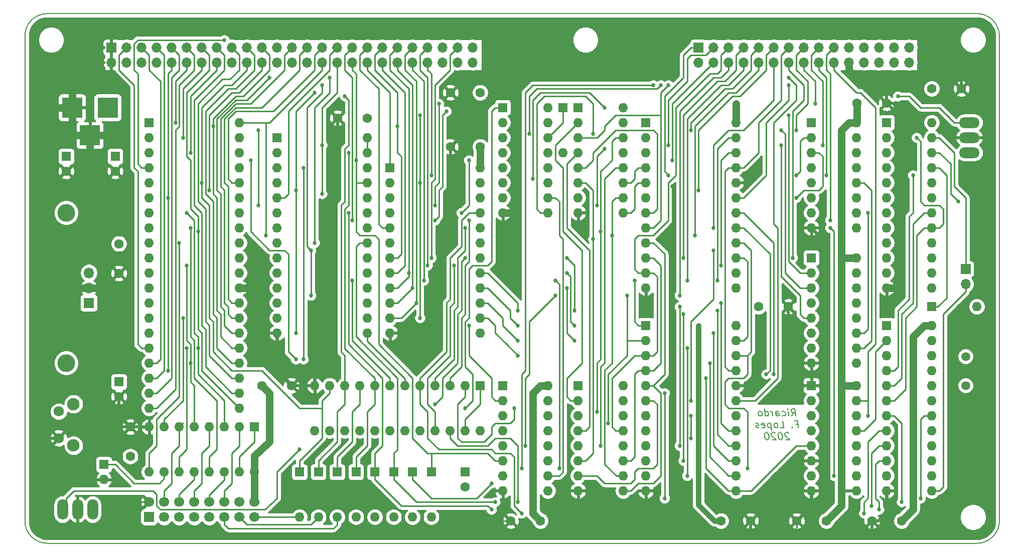
<source format=gbr>
G04 #@! TF.GenerationSoftware,KiCad,Pcbnew,(5.1.5)-3*
G04 #@! TF.CreationDate,2020-05-16T22:30:53-03:00*
G04 #@! TF.ProjectId,Jupiter-II,4a757069-7465-4722-9d49-492e6b696361,rev?*
G04 #@! TF.SameCoordinates,Original*
G04 #@! TF.FileFunction,Copper,L2,Bot*
G04 #@! TF.FilePolarity,Positive*
%FSLAX46Y46*%
G04 Gerber Fmt 4.6, Leading zero omitted, Abs format (unit mm)*
G04 Created by KiCad (PCBNEW (5.1.5)-3) date 2020-05-16 22:30:53*
%MOMM*%
%LPD*%
G04 APERTURE LIST*
%ADD10C,0.150000*%
%ADD11C,0.200000*%
%ADD12R,1.700000X1.700000*%
%ADD13O,1.700000X1.700000*%
%ADD14O,1.600000X1.600000*%
%ADD15R,1.600000X1.600000*%
%ADD16O,3.500120X1.800860*%
%ADD17C,1.600000*%
%ADD18C,3.000000*%
%ADD19C,1.700000*%
%ADD20C,2.100000*%
%ADD21C,1.750000*%
%ADD22C,1.500000*%
%ADD23R,3.500000X3.500000*%
%ADD24O,1.800860X3.500120*%
%ADD25O,1.800000X1.800000*%
%ADD26R,1.800000X1.800000*%
%ADD27C,0.685800*%
%ADD28C,1.270000*%
%ADD29C,0.508000*%
%ADD30C,0.254000*%
%ADD31C,0.889000*%
G04 APERTURE END LIST*
D10*
X88265000Y-134620000D02*
G75*
G02X84455000Y-130810000I0J3810000D01*
G01*
X245110000Y-45085000D02*
G75*
G02X248920000Y-48895000I0J-3810000D01*
G01*
X248920000Y-130810000D02*
G75*
G02X245110000Y-134620000I-3810000J0D01*
G01*
X84455000Y-48895000D02*
G75*
G02X88265000Y-45085000I3810000J0D01*
G01*
D11*
X213878178Y-113096857D02*
X214206750Y-112525428D01*
X214563892Y-113096857D02*
X214413892Y-111896857D01*
X213956750Y-111896857D01*
X213849607Y-111954000D01*
X213799607Y-112011142D01*
X213756750Y-112125428D01*
X213778178Y-112296857D01*
X213849607Y-112411142D01*
X213913892Y-112468285D01*
X214035321Y-112525428D01*
X214492464Y-112525428D01*
X213363892Y-113096857D02*
X213263892Y-112296857D01*
X213213892Y-111896857D02*
X213278178Y-111954000D01*
X213228178Y-112011142D01*
X213163892Y-111954000D01*
X213213892Y-111896857D01*
X213228178Y-112011142D01*
X212271035Y-113039714D02*
X212392464Y-113096857D01*
X212621035Y-113096857D01*
X212728178Y-113039714D01*
X212778178Y-112982571D01*
X212821035Y-112868285D01*
X212778178Y-112525428D01*
X212706750Y-112411142D01*
X212642464Y-112354000D01*
X212521035Y-112296857D01*
X212292464Y-112296857D01*
X212185321Y-112354000D01*
X211249607Y-113096857D02*
X211171035Y-112468285D01*
X211213892Y-112354000D01*
X211321035Y-112296857D01*
X211549607Y-112296857D01*
X211671035Y-112354000D01*
X211242464Y-113039714D02*
X211363892Y-113096857D01*
X211649607Y-113096857D01*
X211756750Y-113039714D01*
X211799607Y-112925428D01*
X211785321Y-112811142D01*
X211713892Y-112696857D01*
X211592464Y-112639714D01*
X211306750Y-112639714D01*
X211185321Y-112582571D01*
X210678178Y-113096857D02*
X210578178Y-112296857D01*
X210606750Y-112525428D02*
X210535321Y-112411142D01*
X210471035Y-112354000D01*
X210349607Y-112296857D01*
X210235321Y-112296857D01*
X209421035Y-113096857D02*
X209271035Y-111896857D01*
X209413892Y-113039714D02*
X209535321Y-113096857D01*
X209763892Y-113096857D01*
X209871035Y-113039714D01*
X209921035Y-112982571D01*
X209963892Y-112868285D01*
X209921035Y-112525428D01*
X209849607Y-112411142D01*
X209785321Y-112354000D01*
X209663892Y-112296857D01*
X209435321Y-112296857D01*
X209328178Y-112354000D01*
X208678178Y-113096857D02*
X208785321Y-113039714D01*
X208835321Y-112982571D01*
X208878178Y-112868285D01*
X208835321Y-112525428D01*
X208763892Y-112411142D01*
X208699607Y-112354000D01*
X208578178Y-112296857D01*
X208406750Y-112296857D01*
X208299607Y-112354000D01*
X208249607Y-112411142D01*
X208206750Y-112525428D01*
X208249607Y-112868285D01*
X208321035Y-112982571D01*
X208385321Y-113039714D01*
X208506750Y-113096857D01*
X208678178Y-113096857D01*
X214513892Y-114468285D02*
X214913892Y-114468285D01*
X214992464Y-115096857D02*
X214842464Y-113896857D01*
X214271035Y-113896857D01*
X213949607Y-114982571D02*
X213899607Y-115039714D01*
X213963892Y-115096857D01*
X214013892Y-115039714D01*
X213949607Y-114982571D01*
X213963892Y-115096857D01*
X211906750Y-115096857D02*
X212478178Y-115096857D01*
X212328178Y-113896857D01*
X211335321Y-115096857D02*
X211442464Y-115039714D01*
X211492464Y-114982571D01*
X211535321Y-114868285D01*
X211492464Y-114525428D01*
X211421035Y-114411142D01*
X211356750Y-114354000D01*
X211235321Y-114296857D01*
X211063892Y-114296857D01*
X210956750Y-114354000D01*
X210906750Y-114411142D01*
X210863892Y-114525428D01*
X210906750Y-114868285D01*
X210978178Y-114982571D01*
X211042464Y-115039714D01*
X211163892Y-115096857D01*
X211335321Y-115096857D01*
X210321035Y-114296857D02*
X210471035Y-115496857D01*
X210328178Y-114354000D02*
X210206750Y-114296857D01*
X209978178Y-114296857D01*
X209871035Y-114354000D01*
X209821035Y-114411142D01*
X209778178Y-114525428D01*
X209821035Y-114868285D01*
X209892464Y-114982571D01*
X209956750Y-115039714D01*
X210078178Y-115096857D01*
X210306750Y-115096857D01*
X210413892Y-115039714D01*
X208871035Y-115039714D02*
X208992464Y-115096857D01*
X209221035Y-115096857D01*
X209328178Y-115039714D01*
X209371035Y-114925428D01*
X209313892Y-114468285D01*
X209242464Y-114354000D01*
X209121035Y-114296857D01*
X208892464Y-114296857D01*
X208785321Y-114354000D01*
X208742464Y-114468285D01*
X208756750Y-114582571D01*
X209342464Y-114696857D01*
X208356750Y-115039714D02*
X208249607Y-115096857D01*
X208021035Y-115096857D01*
X207899607Y-115039714D01*
X207828178Y-114925428D01*
X207821035Y-114868285D01*
X207863892Y-114754000D01*
X207971035Y-114696857D01*
X208142464Y-114696857D01*
X208249607Y-114639714D01*
X208292464Y-114525428D01*
X208285321Y-114468285D01*
X208213892Y-114354000D01*
X208092464Y-114296857D01*
X207921035Y-114296857D01*
X207813892Y-114354000D01*
X213371035Y-116011142D02*
X213306750Y-115954000D01*
X213185321Y-115896857D01*
X212899607Y-115896857D01*
X212792464Y-115954000D01*
X212742464Y-116011142D01*
X212699607Y-116125428D01*
X212713892Y-116239714D01*
X212792464Y-116411142D01*
X213563892Y-117096857D01*
X212821035Y-117096857D01*
X211928178Y-115896857D02*
X211813892Y-115896857D01*
X211706750Y-115954000D01*
X211656750Y-116011142D01*
X211613892Y-116125428D01*
X211585321Y-116354000D01*
X211621035Y-116639714D01*
X211706750Y-116868285D01*
X211778178Y-116982571D01*
X211842464Y-117039714D01*
X211963892Y-117096857D01*
X212078178Y-117096857D01*
X212185321Y-117039714D01*
X212235321Y-116982571D01*
X212278178Y-116868285D01*
X212306750Y-116639714D01*
X212271035Y-116354000D01*
X212185321Y-116125428D01*
X212113892Y-116011142D01*
X212049607Y-115954000D01*
X211928178Y-115896857D01*
X211085321Y-116011142D02*
X211021035Y-115954000D01*
X210899607Y-115896857D01*
X210613892Y-115896857D01*
X210506750Y-115954000D01*
X210456750Y-116011142D01*
X210413892Y-116125428D01*
X210428178Y-116239714D01*
X210506750Y-116411142D01*
X211278178Y-117096857D01*
X210535321Y-117096857D01*
X209642464Y-115896857D02*
X209528178Y-115896857D01*
X209421035Y-115954000D01*
X209371035Y-116011142D01*
X209328178Y-116125428D01*
X209299607Y-116354000D01*
X209335321Y-116639714D01*
X209421035Y-116868285D01*
X209492464Y-116982571D01*
X209556750Y-117039714D01*
X209678178Y-117096857D01*
X209792464Y-117096857D01*
X209899607Y-117039714D01*
X209949607Y-116982571D01*
X209992464Y-116868285D01*
X210021035Y-116639714D01*
X209985321Y-116354000D01*
X209899607Y-116125428D01*
X209828178Y-116011142D01*
X209763892Y-115954000D01*
X209642464Y-115896857D01*
D10*
X84455000Y-48895000D02*
X84455000Y-130810000D01*
X245110000Y-45085000D02*
X88265000Y-45085000D01*
X248920000Y-130810000D02*
X248920000Y-48895000D01*
X88265000Y-134620000D02*
X245110000Y-134620000D01*
D12*
X243205000Y-88265000D03*
D13*
X243205000Y-90805000D03*
D14*
X123190000Y-122555000D03*
X105410000Y-114935000D03*
X120650000Y-122555000D03*
X107950000Y-114935000D03*
X118110000Y-122555000D03*
X110490000Y-114935000D03*
X115570000Y-122555000D03*
X113030000Y-114935000D03*
X113030000Y-122555000D03*
X115570000Y-114935000D03*
X110490000Y-122555000D03*
X118110000Y-114935000D03*
X107950000Y-122555000D03*
X120650000Y-114935000D03*
X105410000Y-122555000D03*
D15*
X123190000Y-114935000D03*
X97790000Y-121285000D03*
D14*
X97790000Y-123825000D03*
D12*
X198120000Y-50800000D03*
D13*
X198120000Y-53340000D03*
X200660000Y-50800000D03*
X200660000Y-53340000D03*
X203200000Y-50800000D03*
X203200000Y-53340000D03*
X205740000Y-50800000D03*
X205740000Y-53340000D03*
X208280000Y-50800000D03*
X208280000Y-53340000D03*
X210820000Y-50800000D03*
X210820000Y-53340000D03*
X213360000Y-50800000D03*
X213360000Y-53340000D03*
X215900000Y-50800000D03*
X215900000Y-53340000D03*
X218440000Y-50800000D03*
X218440000Y-53340000D03*
X220980000Y-50800000D03*
X220980000Y-53340000D03*
X223520000Y-50800000D03*
X223520000Y-53340000D03*
X226060000Y-50800000D03*
X226060000Y-53340000D03*
X228600000Y-50800000D03*
X228600000Y-53340000D03*
X231140000Y-50800000D03*
X231140000Y-53340000D03*
X233680000Y-50800000D03*
X233680000Y-53340000D03*
D12*
X99060000Y-50800000D03*
D13*
X99060000Y-53340000D03*
X101600000Y-50800000D03*
X101600000Y-53340000D03*
X104140000Y-50800000D03*
X104140000Y-53340000D03*
X106680000Y-50800000D03*
X106680000Y-53340000D03*
X109220000Y-50800000D03*
X109220000Y-53340000D03*
X111760000Y-50800000D03*
X111760000Y-53340000D03*
X114300000Y-50800000D03*
X114300000Y-53340000D03*
X116840000Y-50800000D03*
X116840000Y-53340000D03*
X119380000Y-50800000D03*
X119380000Y-53340000D03*
X121920000Y-50800000D03*
X121920000Y-53340000D03*
X124460000Y-50800000D03*
X124460000Y-53340000D03*
X127000000Y-50800000D03*
X127000000Y-53340000D03*
X129540000Y-50800000D03*
X129540000Y-53340000D03*
X132080000Y-50800000D03*
X132080000Y-53340000D03*
X134620000Y-50800000D03*
X134620000Y-53340000D03*
X137160000Y-50800000D03*
X137160000Y-53340000D03*
X139700000Y-50800000D03*
X139700000Y-53340000D03*
X142240000Y-50800000D03*
X142240000Y-53340000D03*
X144780000Y-50800000D03*
X144780000Y-53340000D03*
X147320000Y-50800000D03*
X147320000Y-53340000D03*
X149860000Y-50800000D03*
X149860000Y-53340000D03*
X152400000Y-50800000D03*
X152400000Y-53340000D03*
X154940000Y-50800000D03*
X154940000Y-53340000D03*
X157480000Y-50800000D03*
X157480000Y-53340000D03*
X160020000Y-50800000D03*
X160020000Y-53340000D03*
D16*
X243840000Y-68580000D03*
X243840000Y-66040000D03*
X243840000Y-63500000D03*
D17*
X158750000Y-125055000D03*
D15*
X158750000Y-122555000D03*
X189230000Y-63500000D03*
D14*
X204470000Y-91440000D03*
X189230000Y-66040000D03*
X204470000Y-88900000D03*
X189230000Y-68580000D03*
X204470000Y-86360000D03*
X189230000Y-71120000D03*
X204470000Y-83820000D03*
X189230000Y-73660000D03*
X204470000Y-81280000D03*
X189230000Y-76200000D03*
X204470000Y-78740000D03*
X189230000Y-78740000D03*
X204470000Y-76200000D03*
X189230000Y-81280000D03*
X204470000Y-73660000D03*
X189230000Y-83820000D03*
X204470000Y-71120000D03*
X189230000Y-86360000D03*
X204470000Y-68580000D03*
X189230000Y-88900000D03*
X204470000Y-66040000D03*
X189230000Y-91440000D03*
X204470000Y-63500000D03*
D15*
X189230000Y-97790000D03*
D14*
X204470000Y-125730000D03*
X189230000Y-100330000D03*
X204470000Y-123190000D03*
X189230000Y-102870000D03*
X204470000Y-120650000D03*
X189230000Y-105410000D03*
X204470000Y-118110000D03*
X189230000Y-107950000D03*
X204470000Y-115570000D03*
X189230000Y-110490000D03*
X204470000Y-113030000D03*
X189230000Y-113030000D03*
X204470000Y-110490000D03*
X189230000Y-115570000D03*
X204470000Y-107950000D03*
X189230000Y-118110000D03*
X204470000Y-105410000D03*
X189230000Y-120650000D03*
X204470000Y-102870000D03*
X189230000Y-123190000D03*
X204470000Y-100330000D03*
X189230000Y-125730000D03*
X204470000Y-97790000D03*
D15*
X153035000Y-122555000D03*
D14*
X153035000Y-130175000D03*
X149860000Y-130175000D03*
D15*
X149860000Y-122555000D03*
X146685000Y-122555000D03*
D14*
X146685000Y-130175000D03*
D15*
X140335000Y-122555000D03*
D14*
X140335000Y-130175000D03*
D15*
X133985000Y-122555000D03*
D14*
X133985000Y-130175000D03*
X130810000Y-130175000D03*
D15*
X130810000Y-122555000D03*
D14*
X143510000Y-130175000D03*
D15*
X143510000Y-122555000D03*
D14*
X137160000Y-130175000D03*
D15*
X137160000Y-122555000D03*
D18*
X91440000Y-104140000D03*
X91440000Y-78740000D03*
D14*
X120650000Y-63500000D03*
X105410000Y-111760000D03*
X120650000Y-66040000D03*
X105410000Y-109220000D03*
X120650000Y-68580000D03*
X105410000Y-106680000D03*
X120650000Y-71120000D03*
X105410000Y-104140000D03*
X120650000Y-73660000D03*
X105410000Y-101600000D03*
X120650000Y-76200000D03*
X105410000Y-99060000D03*
X120650000Y-78740000D03*
X105410000Y-96520000D03*
X120650000Y-81280000D03*
X105410000Y-93980000D03*
X120650000Y-83820000D03*
X105410000Y-91440000D03*
X120650000Y-86360000D03*
X105410000Y-88900000D03*
X120650000Y-88900000D03*
X105410000Y-86360000D03*
X120650000Y-91440000D03*
X105410000Y-83820000D03*
X120650000Y-93980000D03*
X105410000Y-81280000D03*
X120650000Y-96520000D03*
X105410000Y-78740000D03*
X120650000Y-99060000D03*
X105410000Y-76200000D03*
X120650000Y-101600000D03*
X105410000Y-73660000D03*
X120650000Y-104140000D03*
X105410000Y-71120000D03*
X120650000Y-106680000D03*
X105410000Y-68580000D03*
X120650000Y-109220000D03*
X105410000Y-66040000D03*
X120650000Y-111760000D03*
D15*
X105410000Y-63500000D03*
X217170000Y-63500000D03*
D14*
X224790000Y-81280000D03*
X217170000Y-66040000D03*
X224790000Y-78740000D03*
X217170000Y-68580000D03*
X224790000Y-76200000D03*
X217170000Y-71120000D03*
X224790000Y-73660000D03*
X217170000Y-73660000D03*
X224790000Y-71120000D03*
X217170000Y-76200000D03*
X224790000Y-68580000D03*
X217170000Y-78740000D03*
X224790000Y-66040000D03*
X217170000Y-81280000D03*
X224790000Y-63500000D03*
D19*
X123190000Y-127635000D03*
X123190000Y-130175000D03*
X120650000Y-127635000D03*
X120650000Y-130175000D03*
X118110000Y-127635000D03*
X118110000Y-130175000D03*
X115570000Y-127635000D03*
X115570000Y-130175000D03*
X113030000Y-127635000D03*
X113030000Y-130175000D03*
X110490000Y-127635000D03*
X110490000Y-130175000D03*
X107950000Y-127635000D03*
X107950000Y-130175000D03*
X105410000Y-127635000D03*
D12*
X105410000Y-130175000D03*
D17*
X102235000Y-119935000D03*
X102235000Y-114935000D03*
X100330000Y-109815000D03*
D15*
X100330000Y-107315000D03*
D20*
X92660000Y-111080000D03*
D21*
X90170000Y-112340000D03*
X90170000Y-116840000D03*
D20*
X92660000Y-118090000D03*
D22*
X243205000Y-107950000D03*
X243205000Y-103050000D03*
D23*
X95425000Y-65660000D03*
X92425000Y-60960000D03*
X98425000Y-60960000D03*
D15*
X217170000Y-86360000D03*
D14*
X224790000Y-104140000D03*
X217170000Y-88900000D03*
X224790000Y-101600000D03*
X217170000Y-91440000D03*
X224790000Y-99060000D03*
X217170000Y-93980000D03*
X224790000Y-96520000D03*
X217170000Y-96520000D03*
X224790000Y-93980000D03*
X217170000Y-99060000D03*
X224790000Y-91440000D03*
X217170000Y-101600000D03*
X224790000Y-88900000D03*
X217170000Y-104140000D03*
X224790000Y-86360000D03*
D17*
X213280000Y-94615000D03*
X208280000Y-94615000D03*
X171450000Y-130810000D03*
X166450000Y-130810000D03*
D14*
X224790000Y-107950000D03*
X217170000Y-125730000D03*
X224790000Y-110490000D03*
X217170000Y-123190000D03*
X224790000Y-113030000D03*
X217170000Y-120650000D03*
X224790000Y-115570000D03*
X217170000Y-118110000D03*
X224790000Y-118110000D03*
X217170000Y-115570000D03*
X224790000Y-120650000D03*
X217170000Y-113030000D03*
X224790000Y-123190000D03*
X217170000Y-110490000D03*
X224790000Y-125730000D03*
D15*
X217170000Y-107950000D03*
X177800000Y-107950000D03*
D14*
X185420000Y-125730000D03*
X177800000Y-110490000D03*
X185420000Y-123190000D03*
X177800000Y-113030000D03*
X185420000Y-120650000D03*
X177800000Y-115570000D03*
X185420000Y-118110000D03*
X177800000Y-118110000D03*
X185420000Y-115570000D03*
X177800000Y-120650000D03*
X185420000Y-113030000D03*
X177800000Y-123190000D03*
X185420000Y-110490000D03*
X177800000Y-125730000D03*
X185420000Y-107950000D03*
D15*
X229870000Y-97790000D03*
D14*
X237490000Y-125730000D03*
X229870000Y-100330000D03*
X237490000Y-123190000D03*
X229870000Y-102870000D03*
X237490000Y-120650000D03*
X229870000Y-105410000D03*
X237490000Y-118110000D03*
X229870000Y-107950000D03*
X237490000Y-115570000D03*
X229870000Y-110490000D03*
X237490000Y-113030000D03*
X229870000Y-113030000D03*
X237490000Y-110490000D03*
X229870000Y-115570000D03*
X237490000Y-107950000D03*
X229870000Y-118110000D03*
X237490000Y-105410000D03*
X229870000Y-120650000D03*
X237490000Y-102870000D03*
X229870000Y-123190000D03*
X237490000Y-100330000D03*
X229870000Y-125730000D03*
X237490000Y-97790000D03*
D15*
X165100000Y-107950000D03*
D14*
X172720000Y-125730000D03*
X165100000Y-110490000D03*
X172720000Y-123190000D03*
X165100000Y-113030000D03*
X172720000Y-120650000D03*
X165100000Y-115570000D03*
X172720000Y-118110000D03*
X165100000Y-118110000D03*
X172720000Y-115570000D03*
X165100000Y-120650000D03*
X172720000Y-113030000D03*
X165100000Y-123190000D03*
X172720000Y-110490000D03*
X165100000Y-125730000D03*
X172720000Y-107950000D03*
D24*
X90805000Y-128905000D03*
X93345000Y-128905000D03*
X95885000Y-128905000D03*
D14*
X161290000Y-115570000D03*
X133350000Y-107950000D03*
X158750000Y-115570000D03*
X135890000Y-107950000D03*
X156210000Y-115570000D03*
X138430000Y-107950000D03*
X153670000Y-115570000D03*
X140970000Y-107950000D03*
X151130000Y-115570000D03*
X143510000Y-107950000D03*
X148590000Y-115570000D03*
X146050000Y-107950000D03*
X146050000Y-115570000D03*
X148590000Y-107950000D03*
X143510000Y-115570000D03*
X151130000Y-107950000D03*
X140970000Y-115570000D03*
X153670000Y-107950000D03*
X138430000Y-115570000D03*
X156210000Y-107950000D03*
X135890000Y-115570000D03*
X158750000Y-107950000D03*
X133350000Y-115570000D03*
D15*
X161290000Y-107950000D03*
D14*
X142240000Y-66040000D03*
X127000000Y-99060000D03*
X142240000Y-68580000D03*
X127000000Y-96520000D03*
X142240000Y-71120000D03*
X127000000Y-93980000D03*
X142240000Y-73660000D03*
X127000000Y-91440000D03*
X142240000Y-76200000D03*
X127000000Y-88900000D03*
X142240000Y-78740000D03*
X127000000Y-86360000D03*
X142240000Y-81280000D03*
X127000000Y-83820000D03*
X142240000Y-83820000D03*
X127000000Y-81280000D03*
X142240000Y-86360000D03*
X127000000Y-78740000D03*
X142240000Y-88900000D03*
X127000000Y-76200000D03*
X142240000Y-91440000D03*
X127000000Y-73660000D03*
X142240000Y-93980000D03*
X127000000Y-71120000D03*
X142240000Y-96520000D03*
X127000000Y-68580000D03*
X142240000Y-99060000D03*
D15*
X127000000Y-66040000D03*
D14*
X161290000Y-71120000D03*
X146050000Y-99060000D03*
X161290000Y-73660000D03*
X146050000Y-96520000D03*
X161290000Y-76200000D03*
X146050000Y-93980000D03*
X161290000Y-78740000D03*
X146050000Y-91440000D03*
X161290000Y-81280000D03*
X146050000Y-88900000D03*
X161290000Y-83820000D03*
X146050000Y-86360000D03*
X161290000Y-86360000D03*
X146050000Y-83820000D03*
X161290000Y-88900000D03*
X146050000Y-81280000D03*
X161290000Y-91440000D03*
X146050000Y-78740000D03*
X161290000Y-93980000D03*
X146050000Y-76200000D03*
X161290000Y-96520000D03*
X146050000Y-73660000D03*
X161290000Y-99060000D03*
D15*
X146050000Y-71120000D03*
D17*
X100330000Y-88980000D03*
X100330000Y-83980000D03*
X142240000Y-62738000D03*
X137240000Y-62738000D03*
X161290000Y-67564000D03*
X156290000Y-67564000D03*
X129460000Y-107950000D03*
X124460000Y-107950000D03*
X99695000Y-71715000D03*
D15*
X99695000Y-69215000D03*
D17*
X91440000Y-71715000D03*
D15*
X91440000Y-69215000D03*
D17*
X214710000Y-130810000D03*
X219710000Y-130810000D03*
X201930000Y-130810000D03*
X206930000Y-130810000D03*
X156290000Y-58420000D03*
X161290000Y-58420000D03*
X227410000Y-130810000D03*
X232410000Y-130810000D03*
X237490000Y-57785000D03*
X242490000Y-57785000D03*
X229870000Y-60198000D03*
X224870000Y-60198000D03*
D15*
X175260000Y-60960000D03*
D14*
X175260000Y-68580000D03*
X245110000Y-94615000D03*
D15*
X237490000Y-94615000D03*
D25*
X95250000Y-88900000D03*
X95250000Y-91440000D03*
D26*
X95250000Y-93980000D03*
D15*
X177800000Y-60960000D03*
D14*
X185420000Y-78740000D03*
X177800000Y-63500000D03*
X185420000Y-76200000D03*
X177800000Y-66040000D03*
X185420000Y-73660000D03*
X177800000Y-68580000D03*
X185420000Y-71120000D03*
X177800000Y-71120000D03*
X185420000Y-68580000D03*
X177800000Y-73660000D03*
X185420000Y-66040000D03*
X177800000Y-76200000D03*
X185420000Y-63500000D03*
X177800000Y-78740000D03*
X185420000Y-60960000D03*
X172720000Y-60960000D03*
X165100000Y-78740000D03*
X172720000Y-63500000D03*
X165100000Y-76200000D03*
X172720000Y-66040000D03*
X165100000Y-73660000D03*
X172720000Y-68580000D03*
X165100000Y-71120000D03*
X172720000Y-71120000D03*
X165100000Y-68580000D03*
X172720000Y-73660000D03*
X165100000Y-66040000D03*
X172720000Y-76200000D03*
X165100000Y-63500000D03*
X172720000Y-78740000D03*
D15*
X165100000Y-60960000D03*
X229870000Y-63500000D03*
D14*
X237490000Y-91440000D03*
X229870000Y-66040000D03*
X237490000Y-88900000D03*
X229870000Y-68580000D03*
X237490000Y-86360000D03*
X229870000Y-71120000D03*
X237490000Y-83820000D03*
X229870000Y-73660000D03*
X237490000Y-81280000D03*
X229870000Y-76200000D03*
X237490000Y-78740000D03*
X229870000Y-78740000D03*
X237490000Y-76200000D03*
X229870000Y-81280000D03*
X237490000Y-73660000D03*
X229870000Y-83820000D03*
X237490000Y-71120000D03*
X229870000Y-86360000D03*
X237490000Y-68580000D03*
X229870000Y-88900000D03*
X237490000Y-66040000D03*
X229870000Y-91440000D03*
X237490000Y-63500000D03*
D27*
X193675000Y-91440000D03*
X193675000Y-74295000D03*
X240665000Y-117475000D03*
X198120000Y-97790000D03*
X204470000Y-60325000D03*
X125730000Y-55880000D03*
X130810000Y-118745000D03*
X168275000Y-121920000D03*
X190500000Y-57150000D03*
X231775000Y-59055000D03*
X140335000Y-69850000D03*
X163195000Y-124460000D03*
X134620000Y-75565000D03*
X134620000Y-67310000D03*
X125095000Y-82550000D03*
X227330000Y-128270000D03*
X163830000Y-127635000D03*
X123825000Y-77470000D03*
X123825000Y-64770000D03*
X139065000Y-78740000D03*
X163195000Y-128905000D03*
X109855000Y-63500000D03*
X228600000Y-128905000D03*
X111125000Y-66040000D03*
X139065000Y-68580000D03*
X122555000Y-69850000D03*
X112395000Y-68580000D03*
X130175000Y-103505000D03*
X118110000Y-49530000D03*
X138430000Y-59055000D03*
X114300000Y-73660000D03*
X158750000Y-111760000D03*
X234315000Y-72390000D03*
X116205000Y-64135000D03*
X158750000Y-86360000D03*
X153035000Y-86360000D03*
X153670000Y-111125000D03*
X194945000Y-94615000D03*
X194945000Y-118110000D03*
X149225000Y-88900000D03*
X177165000Y-95250000D03*
X111125000Y-96520000D03*
X175895000Y-86360000D03*
X149860000Y-91440000D03*
X111760000Y-101600000D03*
X177165000Y-97790000D03*
X175895000Y-88900000D03*
X195580000Y-120650000D03*
X195580000Y-95885000D03*
X196215000Y-123190000D03*
X196215000Y-101600000D03*
X150495000Y-93980000D03*
X175895000Y-91440000D03*
X112395000Y-104140000D03*
X111760000Y-87630000D03*
X177165000Y-100330000D03*
X133350000Y-58420000D03*
X130175000Y-99060000D03*
X130175000Y-74930000D03*
X112395000Y-81280000D03*
X199390000Y-106680000D03*
X200025000Y-104140000D03*
X111760000Y-78740000D03*
X115570000Y-74930000D03*
X167640000Y-102870000D03*
X113665000Y-101600000D03*
X110490000Y-83820000D03*
X167640000Y-100330000D03*
X134620000Y-57150000D03*
X132715000Y-85090000D03*
X132715000Y-92710000D03*
X200660000Y-99060000D03*
X201295000Y-95250000D03*
X151765000Y-90170000D03*
X167640000Y-97790000D03*
X152400000Y-87630000D03*
X167640000Y-95250000D03*
X201930000Y-93980000D03*
X197485000Y-82550000D03*
X195580000Y-86360000D03*
X194945000Y-92710000D03*
X186055000Y-92710000D03*
X182880000Y-114300000D03*
X187325000Y-90170000D03*
X196215000Y-90170000D03*
X173990000Y-92710000D03*
X168910000Y-118110000D03*
X174625000Y-121920000D03*
X213995000Y-86360000D03*
X173990000Y-90170000D03*
X220345000Y-80010000D03*
X206375000Y-121920000D03*
X209550000Y-106045000D03*
X200660000Y-81280000D03*
X196850000Y-116840000D03*
X196850000Y-113030000D03*
X193040000Y-57150000D03*
X214630000Y-76200000D03*
X219710000Y-72390000D03*
X198120000Y-74930000D03*
X214630000Y-72390000D03*
X193040000Y-72390000D03*
X193675000Y-69850000D03*
X193040000Y-67310000D03*
X212090000Y-67310000D03*
X196850000Y-64770000D03*
X212090000Y-64770000D03*
X213360000Y-62230000D03*
X170180000Y-73025000D03*
X182245000Y-60960000D03*
X217805000Y-60325000D03*
X180975000Y-77470000D03*
X182245000Y-67945000D03*
X201295000Y-90170000D03*
X214630000Y-64770000D03*
X180340000Y-65405000D03*
X219075000Y-67310000D03*
X201930000Y-87630000D03*
X167640000Y-127635000D03*
X232410000Y-127635000D03*
X154305000Y-60325000D03*
X153670000Y-77470000D03*
X168275000Y-129540000D03*
X226060000Y-129540000D03*
X113665000Y-81915000D03*
X158750000Y-81280000D03*
X139700000Y-90170000D03*
X147320000Y-64135000D03*
X156845000Y-87630000D03*
X180340000Y-83185000D03*
X135890000Y-55880000D03*
X133350000Y-83820000D03*
X183515000Y-82550000D03*
X139700000Y-80010000D03*
X159385000Y-69850000D03*
X181610000Y-118110000D03*
X158115000Y-78740000D03*
X180975000Y-112395000D03*
X181610000Y-81915000D03*
X159385000Y-97790000D03*
X151130000Y-96520000D03*
X151130000Y-73660000D03*
X151130000Y-62230000D03*
X131445000Y-103505000D03*
X131445000Y-71120000D03*
X169545000Y-65405000D03*
X191770000Y-57150000D03*
X108585000Y-76200000D03*
X108585000Y-105410000D03*
X159385000Y-80010000D03*
X153670000Y-80010000D03*
X155575000Y-61595000D03*
X167005000Y-111760000D03*
X196850000Y-110490000D03*
X200660000Y-85090000D03*
X220980000Y-123190000D03*
X220345000Y-81280000D03*
X226695000Y-113030000D03*
X210820000Y-106045000D03*
X192405000Y-127000000D03*
X235585000Y-127000000D03*
X192405000Y-109220000D03*
X234950000Y-66040000D03*
X226695000Y-78740000D03*
X153035000Y-72390000D03*
X213360000Y-55880000D03*
X213360000Y-57150000D03*
X241935000Y-76835000D03*
D28*
X177800000Y-133350000D02*
X165100000Y-133350000D01*
X123825000Y-97790000D02*
X123825000Y-92710000D01*
X125095000Y-99060000D02*
X123825000Y-97790000D01*
X85725000Y-91440000D02*
X85725000Y-74295000D01*
X219710000Y-104140000D02*
X219710000Y-83820000D01*
D29*
X217170000Y-120650000D02*
X219710000Y-120650000D01*
X217170000Y-107950000D02*
X219710000Y-107950000D01*
D28*
X219710000Y-120650000D02*
X219710000Y-107950000D01*
X219710000Y-107950000D02*
X219710000Y-104140000D01*
X85725000Y-60960000D02*
X92425000Y-60960000D01*
D30*
X193675000Y-91440000D02*
X193675000Y-74295000D01*
D28*
X95250000Y-91440000D02*
X85725000Y-91440000D01*
X219710000Y-120650000D02*
X219710000Y-125730000D01*
X177800000Y-133350000D02*
X189230000Y-133350000D01*
X189230000Y-133350000D02*
X194310000Y-133350000D01*
X102870000Y-133350000D02*
X165100000Y-133350000D01*
X223520000Y-53340000D02*
X223520000Y-54610000D01*
X166370000Y-78740000D02*
X165100000Y-78740000D01*
X167640000Y-55880000D02*
X167640000Y-77470000D01*
X167640000Y-77470000D02*
X166370000Y-78740000D01*
X99060000Y-46990000D02*
X163195000Y-46990000D01*
D29*
X88900000Y-74255000D02*
X88900000Y-74295000D01*
X91440000Y-71715000D02*
X88900000Y-74255000D01*
D28*
X85725000Y-74295000D02*
X88900000Y-74295000D01*
X88900000Y-74295000D02*
X91440000Y-74295000D01*
D29*
X97155000Y-74255000D02*
X97155000Y-74295000D01*
X99695000Y-71715000D02*
X97155000Y-74255000D01*
D28*
X91440000Y-74295000D02*
X97155000Y-74295000D01*
X95425000Y-65660000D02*
X95425000Y-69040000D01*
X95425000Y-65660000D02*
X98805000Y-65660000D01*
X92425000Y-60960000D02*
X92425000Y-57940000D01*
X92425000Y-60960000D02*
X92425000Y-63980000D01*
D29*
X97870000Y-91440000D02*
X97790000Y-91440000D01*
X100330000Y-88980000D02*
X97870000Y-91440000D01*
D28*
X97790000Y-91440000D02*
X95250000Y-91440000D01*
D30*
X105410000Y-127635000D02*
X104140000Y-127635000D01*
X104140000Y-127635000D02*
X102870000Y-128905000D01*
X102870000Y-128905000D02*
X102870000Y-133350000D01*
X166450000Y-130810000D02*
X165100000Y-130810000D01*
X165100000Y-125730000D02*
X165100000Y-130810000D01*
X165100000Y-130810000D02*
X165100000Y-133350000D01*
X177800000Y-125730000D02*
X177800000Y-133350000D01*
X189230000Y-125730000D02*
X189230000Y-133350000D01*
D29*
X217170000Y-125730000D02*
X219710000Y-125730000D01*
X213360000Y-95826370D02*
X213360000Y-102870000D01*
X213280000Y-95746370D02*
X213360000Y-95826370D01*
X213280000Y-94615000D02*
X213280000Y-95746370D01*
X213360000Y-102870000D02*
X214630000Y-104140000D01*
X214630000Y-104140000D02*
X217170000Y-104140000D01*
X217170000Y-104140000D02*
X219710000Y-104140000D01*
X217170000Y-81280000D02*
X219710000Y-83820000D01*
X99060000Y-50800000D02*
X99060000Y-53340000D01*
X99060000Y-50800000D02*
X99060000Y-46990000D01*
X137240000Y-62738000D02*
X137240000Y-76120000D01*
X133350000Y-107950000D02*
X133350000Y-106045000D01*
X133350000Y-106045000D02*
X136525000Y-102870000D01*
X136525000Y-102870000D02*
X136525000Y-76835000D01*
X136525000Y-76835000D02*
X137240000Y-76120000D01*
D28*
X123825000Y-92710000D02*
X122555000Y-91440000D01*
X122555000Y-91440000D02*
X120650000Y-91440000D01*
D29*
X127000000Y-99060000D02*
X125095000Y-99060000D01*
X146050000Y-99060000D02*
X152400000Y-99060000D01*
X156290000Y-81200000D02*
X156290000Y-67564000D01*
X154305000Y-83185000D02*
X156290000Y-81200000D01*
X154305000Y-97155000D02*
X154305000Y-83185000D01*
X152400000Y-99060000D02*
X154305000Y-97155000D01*
D28*
X167640000Y-51435000D02*
X163195000Y-46990000D01*
X167640000Y-55880000D02*
X167640000Y-51435000D01*
X85725000Y-65659000D02*
X85725000Y-74295000D01*
X95425000Y-65660000D02*
X85725000Y-65659000D01*
X85725000Y-57150000D02*
X99060000Y-57150000D01*
X85725000Y-65659000D02*
X85725000Y-57150000D01*
D29*
X99060000Y-53340000D02*
X99060000Y-57150000D01*
D28*
X85725000Y-116840000D02*
X85725000Y-91440000D01*
X85725000Y-120650000D02*
X85725000Y-116840000D01*
X85725000Y-130810000D02*
X85725000Y-120650000D01*
X88265000Y-133350000D02*
X85725000Y-130810000D01*
X102870000Y-133350000D02*
X93345000Y-133350000D01*
D29*
X93345000Y-128905000D02*
X93345000Y-133350000D01*
D28*
X93345000Y-133350000D02*
X88265000Y-133350000D01*
D29*
X243840000Y-66040000D02*
X247650000Y-66040000D01*
D28*
X237490000Y-46990000D02*
X237490000Y-55245000D01*
X194310000Y-46990000D02*
X237490000Y-46990000D01*
X167640000Y-55880000D02*
X185420000Y-55880000D01*
X185420000Y-55880000D02*
X194310000Y-46990000D01*
X223520000Y-54610000D02*
X224790000Y-55880000D01*
D29*
X229870000Y-60198000D02*
X229870000Y-55880000D01*
D28*
X229870000Y-55880000D02*
X224790000Y-55880000D01*
X234950000Y-55880000D02*
X229870000Y-55880000D01*
X234950000Y-55880000D02*
X235585000Y-55245000D01*
X235585000Y-55245000D02*
X237490000Y-55245000D01*
X247650000Y-66040000D02*
X247650000Y-55245000D01*
X247650000Y-55245000D02*
X242570000Y-55245000D01*
X242570000Y-55245000D02*
X237490000Y-55245000D01*
D29*
X242490000Y-57785000D02*
X242570000Y-55245000D01*
X231001370Y-60198000D02*
X232410000Y-61595000D01*
X229870000Y-60198000D02*
X231001370Y-60198000D01*
D28*
X231140000Y-91440000D02*
X229870000Y-91440000D01*
X232410000Y-61595000D02*
X232410000Y-90170000D01*
X232410000Y-90170000D02*
X231140000Y-91440000D01*
D29*
X105410000Y-114935000D02*
X102235000Y-114935000D01*
X90170000Y-116840000D02*
X85725000Y-116840000D01*
X92075000Y-114935000D02*
X90170000Y-116840000D01*
X102235000Y-114935000D02*
X92075000Y-114935000D01*
X100330000Y-113030000D02*
X102235000Y-114935000D01*
X100330000Y-109815000D02*
X100330000Y-113030000D01*
X157480000Y-66374000D02*
X156290000Y-67564000D01*
X157480000Y-59610000D02*
X157480000Y-66374000D01*
X156290000Y-58420000D02*
X157480000Y-59610000D01*
D28*
X247650000Y-66040000D02*
X247650000Y-117475000D01*
D29*
X240665000Y-117475000D02*
X247650000Y-117475000D01*
X217170000Y-128350000D02*
X217170000Y-125730000D01*
X214710000Y-130810000D02*
X217170000Y-128350000D01*
D30*
X214710000Y-130810000D02*
X214630000Y-133350000D01*
D29*
X228541370Y-130810000D02*
X229811370Y-129540000D01*
X227410000Y-130810000D02*
X228541370Y-130810000D01*
X229870000Y-125730000D02*
X229870000Y-129540000D01*
X229811370Y-129540000D02*
X229870000Y-129540000D01*
D28*
X214630000Y-133350000D02*
X227330000Y-133350000D01*
X239395000Y-133350000D02*
X227330000Y-133350000D01*
X239395000Y-128905000D02*
X239395000Y-133350000D01*
X243205000Y-125095000D02*
X239395000Y-128905000D01*
X247650000Y-117475000D02*
X247650000Y-125095000D01*
X247650000Y-125095000D02*
X243205000Y-125095000D01*
D29*
X227410000Y-130810000D02*
X227330000Y-133350000D01*
X206930000Y-130810000D02*
X206930000Y-133270000D01*
X206930000Y-133270000D02*
X207010000Y-133350000D01*
D28*
X214630000Y-133350000D02*
X207010000Y-133350000D01*
X207010000Y-133350000D02*
X194310000Y-133350000D01*
D29*
X193675000Y-125095000D02*
X193675000Y-91440000D01*
X194390000Y-133350000D02*
X194390000Y-125810000D01*
X194390000Y-125810000D02*
X193675000Y-125095000D01*
X127000000Y-100191370D02*
X127000000Y-99060000D01*
X127000000Y-104775000D02*
X127000000Y-100191370D01*
X133350000Y-107950000D02*
X129460000Y-107950000D01*
X129460000Y-107950000D02*
X127000000Y-104775000D01*
D30*
X142240000Y-68580000D02*
X142240000Y-66040000D01*
D28*
X161290000Y-67564000D02*
X161290000Y-71120000D01*
X222250000Y-125730000D02*
X222250000Y-107950000D01*
X224790000Y-107950000D02*
X222250000Y-107950000D01*
X224790000Y-86360000D02*
X222250000Y-86360000D01*
X222250000Y-107950000D02*
X222250000Y-86360000D01*
X222250000Y-86360000D02*
X222250000Y-64770000D01*
X204470000Y-60325000D02*
X204470000Y-63500000D01*
D31*
X198120000Y-97790000D02*
X198120000Y-124460000D01*
D28*
X170180000Y-129540000D02*
X171450000Y-130810000D01*
X170180000Y-109220000D02*
X170180000Y-129540000D01*
X171450000Y-107950000D02*
X170180000Y-109220000D01*
X172720000Y-107950000D02*
X171450000Y-107950000D01*
X224870000Y-63420000D02*
X224790000Y-63500000D01*
X224870000Y-60198000D02*
X224870000Y-63420000D01*
X223520000Y-63500000D02*
X224790000Y-63500000D01*
X222250000Y-64770000D02*
X223520000Y-63500000D01*
X123190000Y-127635000D02*
X123190000Y-122555000D01*
X222250000Y-125730000D02*
X222250000Y-128270000D01*
X222250000Y-128270000D02*
X219710000Y-130810000D01*
D29*
X224790000Y-125730000D02*
X222250000Y-125730000D01*
D28*
X234315000Y-99695000D02*
X236220000Y-97790000D01*
X236220000Y-97790000D02*
X237490000Y-97790000D01*
X232410000Y-130810000D02*
X234315000Y-128905000D01*
X234315000Y-128905000D02*
X234315000Y-99695000D01*
D31*
X198120000Y-128131370D02*
X198120000Y-124460000D01*
X200798630Y-130810000D02*
X198120000Y-128131370D01*
X201930000Y-130810000D02*
X200798630Y-130810000D01*
D28*
X123190000Y-119808000D02*
X125730000Y-117475000D01*
X123190000Y-122555000D02*
X123190000Y-119808000D01*
X125730000Y-109220000D02*
X124460000Y-107950000D01*
X125730000Y-117475000D02*
X125730000Y-109220000D01*
D30*
X118110000Y-95250000D02*
X118110000Y-97790000D01*
X118110000Y-97790000D02*
X119380000Y-99060000D01*
X117475000Y-94615000D02*
X118110000Y-95250000D01*
X117475000Y-75565000D02*
X117475000Y-94615000D01*
X119380000Y-99060000D02*
X120650000Y-99060000D01*
X116840000Y-62865000D02*
X116840000Y-74930000D01*
X116840000Y-74930000D02*
X117475000Y-75565000D01*
X121920000Y-59690000D02*
X125730000Y-55880000D01*
X120015000Y-59690000D02*
X121920000Y-59690000D01*
X120015000Y-59690000D02*
X116840000Y-62865000D01*
X107950000Y-123686370D02*
X107176370Y-124460000D01*
X107950000Y-122555000D02*
X107950000Y-123686370D01*
X107176370Y-124460000D02*
X102870000Y-124460000D01*
X99695000Y-121285000D02*
X97790000Y-121285000D01*
X102870000Y-124460000D02*
X99695000Y-121285000D01*
X92710000Y-125730000D02*
X91440000Y-127000000D01*
X106045000Y-125730000D02*
X92710000Y-125730000D01*
X106680000Y-126365000D02*
X106045000Y-125730000D01*
X106680000Y-128270000D02*
X106680000Y-126365000D01*
X127000000Y-122555000D02*
X127000000Y-127000000D01*
X91440000Y-127000000D02*
X91440000Y-128905000D01*
X130810000Y-118745000D02*
X127000000Y-122555000D01*
X127000000Y-127000000D02*
X124954401Y-128905000D01*
X124954401Y-128905000D02*
X107315000Y-128905000D01*
X107315000Y-128905000D02*
X106680000Y-128270000D01*
X120650000Y-104140000D02*
X119380000Y-104140000D01*
X119380000Y-104140000D02*
X116840000Y-101600000D01*
X116840000Y-101600000D02*
X116840000Y-96520000D01*
X116840000Y-96520000D02*
X116205000Y-95885000D01*
X123190000Y-52070000D02*
X121920000Y-50800000D01*
X116205000Y-95885000D02*
X116205000Y-76835000D01*
X116205000Y-76835000D02*
X114935000Y-75565000D01*
X114935000Y-75565000D02*
X114935000Y-61595000D01*
X114935000Y-61595000D02*
X118745000Y-57785000D01*
X118745000Y-57785000D02*
X120015000Y-57785000D01*
X120015000Y-57785000D02*
X123190000Y-54610000D01*
X123190000Y-54610000D02*
X123190000Y-52070000D01*
X168910000Y-105410000D02*
X168275000Y-106045000D01*
X168910000Y-58420000D02*
X168910000Y-105410000D01*
X190500000Y-57150000D02*
X170180000Y-57150000D01*
X168275000Y-106045000D02*
X168275000Y-121920000D01*
X170180000Y-57150000D02*
X168910000Y-58420000D01*
X238760000Y-60960000D02*
X235585000Y-60960000D01*
X233680000Y-59055000D02*
X231775000Y-59055000D01*
X235585000Y-60960000D02*
X233680000Y-59055000D01*
X243840000Y-63500000D02*
X241300000Y-63500000D01*
X241300000Y-63500000D02*
X238760000Y-60960000D01*
X153035000Y-122555000D02*
X153035000Y-119380000D01*
X152400000Y-119380000D02*
X153035000Y-119380000D01*
X144145000Y-100965000D02*
X149860000Y-106680000D01*
X149860000Y-116840000D02*
X152400000Y-119380000D01*
X143510000Y-82550000D02*
X144145000Y-83185000D01*
X149860000Y-106680000D02*
X149860000Y-116840000D01*
X140335000Y-81915000D02*
X140970000Y-82550000D01*
X140335000Y-73660000D02*
X140335000Y-81915000D01*
X140970000Y-82550000D02*
X143510000Y-82550000D01*
X144145000Y-83185000D02*
X144145000Y-100965000D01*
X142240000Y-73660000D02*
X140335000Y-73660000D01*
X140335000Y-62230000D02*
X140335000Y-73660000D01*
X140335000Y-55245000D02*
X140335000Y-62230000D01*
X139700000Y-53340000D02*
X139700000Y-54610000D01*
X139700000Y-54610000D02*
X140335000Y-55245000D01*
X163830000Y-120650000D02*
X165100000Y-120650000D01*
X163830000Y-120650000D02*
X162560000Y-119380000D01*
X162560000Y-119380000D02*
X160655000Y-119380000D01*
X153035000Y-119380000D02*
X160655000Y-119380000D01*
X134620000Y-75565000D02*
X134620000Y-67310000D01*
X134620000Y-60960000D02*
X134620000Y-62865000D01*
X137160000Y-58420000D02*
X134620000Y-60960000D01*
X137160000Y-53340000D02*
X137160000Y-58420000D01*
X134620000Y-67310000D02*
X134620000Y-62865000D01*
X149860000Y-123825000D02*
X149860000Y-122555000D01*
X174625000Y-123190000D02*
X172720000Y-123190000D01*
X172720000Y-76200000D02*
X173990000Y-76200000D01*
X175260000Y-122555000D02*
X174625000Y-123190000D01*
X173990000Y-76200000D02*
X174625000Y-76835000D01*
X175260000Y-83185000D02*
X175260000Y-122555000D01*
X174625000Y-76835000D02*
X174625000Y-82550000D01*
X174625000Y-82550000D02*
X175260000Y-83185000D01*
X149860000Y-123825000D02*
X153035000Y-127000000D01*
X153035000Y-127000000D02*
X160655000Y-127000000D01*
X160655000Y-127000000D02*
X163195000Y-124460000D01*
X227330000Y-128270000D02*
X227330000Y-119380000D01*
X228600000Y-118110000D02*
X229870000Y-118110000D01*
X227330000Y-119380000D02*
X228600000Y-118110000D01*
X147320000Y-118745000D02*
X146685000Y-119380000D01*
X147320000Y-106680000D02*
X147320000Y-118745000D01*
X146685000Y-119380000D02*
X146685000Y-122555000D01*
X140335000Y-99695000D02*
X147320000Y-106680000D01*
X134620000Y-54610000D02*
X134620000Y-53340000D01*
X140335000Y-84455000D02*
X140970000Y-83820000D01*
X140335000Y-84455000D02*
X140335000Y-99695000D01*
X140970000Y-83820000D02*
X142240000Y-83820000D01*
X125095000Y-64135000D02*
X125095000Y-82550000D01*
X134620000Y-54610000D02*
X127635000Y-61595000D01*
X125730000Y-63500000D02*
X127635000Y-61595000D01*
X125095000Y-64135000D02*
X125095000Y-63500000D01*
X120650000Y-63500000D02*
X125095000Y-63500000D01*
X125095000Y-63500000D02*
X125730000Y-63500000D01*
X146685000Y-123825000D02*
X146685000Y-122555000D01*
X150495000Y-127635000D02*
X146685000Y-123825000D01*
X163830000Y-127635000D02*
X150495000Y-127635000D01*
X123825000Y-64770000D02*
X123825000Y-77470000D01*
X139065000Y-100965000D02*
X139065000Y-78740000D01*
X144780000Y-106680000D02*
X139065000Y-100965000D01*
X144780000Y-118110000D02*
X144780000Y-106680000D01*
X143510000Y-122555000D02*
X143510000Y-119380000D01*
X143510000Y-119380000D02*
X144780000Y-118110000D01*
X111760000Y-54610000D02*
X111760000Y-53340000D01*
X109855000Y-63500000D02*
X109855000Y-56515000D01*
X109855000Y-56515000D02*
X111760000Y-54610000D01*
X228600000Y-120650000D02*
X229870000Y-120650000D01*
X227965000Y-121285000D02*
X228600000Y-120650000D01*
X227965000Y-127000000D02*
X228600000Y-127635000D01*
X227965000Y-127000000D02*
X227965000Y-121285000D01*
X228600000Y-127635000D02*
X228600000Y-128905000D01*
X163195000Y-128905000D02*
X162560000Y-128270000D01*
X143510000Y-123825000D02*
X143510000Y-122555000D01*
X147955000Y-128270000D02*
X143510000Y-123825000D01*
X162560000Y-128270000D02*
X147955000Y-128270000D01*
X140335000Y-120015000D02*
X140335000Y-122555000D01*
X142240000Y-118110000D02*
X140335000Y-120015000D01*
X142240000Y-112395000D02*
X142240000Y-118110000D01*
X143510000Y-111125000D02*
X142240000Y-112395000D01*
X143510000Y-107950000D02*
X143510000Y-111125000D01*
X143510000Y-106680000D02*
X143510000Y-107950000D01*
X138430000Y-101738630D02*
X143510000Y-106680000D01*
X139065000Y-68580000D02*
X139065000Y-77470000D01*
X138430000Y-78105000D02*
X138430000Y-101738630D01*
X139065000Y-77470000D02*
X138430000Y-78105000D01*
X111125000Y-66040000D02*
X111125000Y-57785000D01*
X114300000Y-54610000D02*
X114300000Y-53340000D01*
X111125000Y-57785000D02*
X114300000Y-54610000D01*
X118110000Y-131445000D02*
X118110000Y-130175000D01*
X136525000Y-132080000D02*
X118745000Y-132080000D01*
X118745000Y-132080000D02*
X118110000Y-131445000D01*
X137160000Y-131445000D02*
X136525000Y-132080000D01*
X137160000Y-130175000D02*
X137160000Y-131445000D01*
X137160000Y-120015000D02*
X137160000Y-122555000D01*
X139700000Y-112395000D02*
X139700000Y-117475000D01*
X139700000Y-117475000D02*
X137160000Y-120015000D01*
X140970000Y-111125000D02*
X139700000Y-112395000D01*
X140970000Y-107950000D02*
X140970000Y-111125000D01*
X112395000Y-68580000D02*
X112395000Y-59055000D01*
X116840000Y-54610000D02*
X116840000Y-53340000D01*
X112395000Y-59055000D02*
X116840000Y-54610000D01*
X125730000Y-85090000D02*
X122555000Y-81915000D01*
X128270000Y-85090000D02*
X125730000Y-85090000D01*
X128905000Y-102235000D02*
X128905000Y-85725000D01*
X128905000Y-85725000D02*
X128270000Y-85090000D01*
X122555000Y-81915000D02*
X122555000Y-69850000D01*
X130175000Y-103505000D02*
X128905000Y-102235000D01*
X133985000Y-120650000D02*
X133985000Y-122555000D01*
X138430000Y-111125000D02*
X137160000Y-112395000D01*
X137160000Y-117475000D02*
X133985000Y-120650000D01*
X137160000Y-112395000D02*
X137160000Y-117475000D01*
X138430000Y-107950000D02*
X138430000Y-111125000D01*
X104140000Y-71120000D02*
X105410000Y-71120000D01*
X103505000Y-70485000D02*
X104140000Y-71120000D01*
X103505000Y-55245000D02*
X103505000Y-70485000D01*
X102870000Y-54610000D02*
X103505000Y-55245000D01*
X102870000Y-50165000D02*
X103505000Y-49530000D01*
X118110000Y-49530000D02*
X103505000Y-49530000D01*
X102870000Y-50165000D02*
X102870000Y-54610000D01*
X137795000Y-102235000D02*
X138430000Y-102870000D01*
X138430000Y-102870000D02*
X138430000Y-107950000D01*
X137795000Y-77470000D02*
X137795000Y-102235000D01*
X139065000Y-59690000D02*
X139065000Y-67310000D01*
X138430000Y-59055000D02*
X139065000Y-59690000D01*
X139065000Y-67310000D02*
X138430000Y-67945000D01*
X138430000Y-67945000D02*
X138430000Y-76835000D01*
X138430000Y-76835000D02*
X137795000Y-77470000D01*
X120650000Y-130175000D02*
X121920000Y-131445000D01*
X132715000Y-131445000D02*
X133985000Y-130175000D01*
X121920000Y-131445000D02*
X132715000Y-131445000D01*
X123190000Y-130175000D02*
X130810000Y-130175000D01*
X130810000Y-120650000D02*
X130810000Y-122555000D01*
X134620000Y-116840000D02*
X130810000Y-120650000D01*
X134620000Y-114300000D02*
X134620000Y-116840000D01*
X134620000Y-110490000D02*
X135890000Y-109220000D01*
X135890000Y-107950000D02*
X135890000Y-109220000D01*
X121920000Y-54610000D02*
X121920000Y-53340000D01*
X118110000Y-57150000D02*
X119380000Y-57150000D01*
X119380000Y-57150000D02*
X121920000Y-54610000D01*
X114300000Y-60960000D02*
X118110000Y-57150000D01*
X114300000Y-73660000D02*
X114300000Y-60960000D01*
X134620000Y-111760000D02*
X130810000Y-111760000D01*
X134620000Y-111760000D02*
X134620000Y-114300000D01*
X134620000Y-110490000D02*
X134620000Y-111760000D01*
X124460000Y-105410000D02*
X130810000Y-111760000D01*
X119380000Y-105410000D02*
X124460000Y-105410000D01*
X116205000Y-102235000D02*
X119380000Y-105410000D01*
X115570000Y-96520000D02*
X116205000Y-97155000D01*
X114300000Y-73660000D02*
X114300000Y-76200000D01*
X114300000Y-76200000D02*
X115570000Y-77470000D01*
X116205000Y-97155000D02*
X116205000Y-102235000D01*
X115570000Y-77470000D02*
X115570000Y-96520000D01*
X172720000Y-66040000D02*
X175260000Y-63500000D01*
X175260000Y-63500000D02*
X175260000Y-60960000D01*
X163830000Y-60960000D02*
X165100000Y-60960000D01*
X158750000Y-104775000D02*
X158750000Y-97155000D01*
X158750000Y-111760000D02*
X160020000Y-110490000D01*
X160020000Y-106045000D02*
X158750000Y-104775000D01*
X160020000Y-110490000D02*
X160020000Y-106045000D01*
X162560000Y-87630000D02*
X163195000Y-86995000D01*
X159385000Y-96520000D02*
X159385000Y-88265000D01*
X159385000Y-88265000D02*
X160020000Y-87630000D01*
X160020000Y-87630000D02*
X162560000Y-87630000D01*
X163195000Y-86995000D02*
X163195000Y-61595000D01*
X158750000Y-97155000D02*
X159385000Y-96520000D01*
X163195000Y-61595000D02*
X163830000Y-60960000D01*
X231775000Y-104775000D02*
X231140000Y-105410000D01*
X231775000Y-95250000D02*
X231775000Y-104775000D01*
X233680000Y-93345000D02*
X231775000Y-95250000D01*
X234315000Y-78740000D02*
X233680000Y-79375000D01*
X234315000Y-72390000D02*
X234315000Y-78740000D01*
X233680000Y-79375000D02*
X233680000Y-93345000D01*
X231140000Y-105410000D02*
X229870000Y-105410000D01*
X119380000Y-119380000D02*
X120650000Y-118110000D01*
X120650000Y-118110000D02*
X120650000Y-114935000D01*
X118110000Y-125730000D02*
X119380000Y-124460000D01*
X118110000Y-127635000D02*
X118110000Y-125730000D01*
X119380000Y-124460000D02*
X119380000Y-119380000D01*
X115570000Y-126432919D02*
X118110000Y-123892919D01*
X115570000Y-127635000D02*
X115570000Y-126432919D01*
X118110000Y-123892919D02*
X118110000Y-122555000D01*
X113030000Y-127635000D02*
X113030000Y-125730000D01*
X114300000Y-124460000D02*
X113030000Y-125730000D01*
X115570000Y-118110000D02*
X114300000Y-119380000D01*
X115570000Y-114935000D02*
X115570000Y-118110000D01*
X114300000Y-119380000D02*
X114300000Y-124460000D01*
X110490000Y-127635000D02*
X110490000Y-126365000D01*
X113030000Y-123825000D02*
X113030000Y-122555000D01*
X110490000Y-126365000D02*
X113030000Y-123825000D01*
X107950000Y-127635000D02*
X107950000Y-125730000D01*
X110490000Y-114935000D02*
X111125000Y-114300000D01*
X109220000Y-124460000D02*
X107950000Y-125730000D01*
X110490000Y-118110000D02*
X109220000Y-119380000D01*
X110490000Y-114935000D02*
X110490000Y-118110000D01*
X109220000Y-119380000D02*
X109220000Y-124460000D01*
X119380000Y-101600000D02*
X117475000Y-99695000D01*
X120650000Y-101600000D02*
X119380000Y-101600000D01*
X116205000Y-75565000D02*
X116205000Y-64135000D01*
X117475000Y-95885000D02*
X116840000Y-95250000D01*
X117475000Y-99695000D02*
X117475000Y-95885000D01*
X116840000Y-76200000D02*
X116205000Y-75565000D01*
X116840000Y-95250000D02*
X116840000Y-76200000D01*
X125730000Y-54610000D02*
X125730000Y-52070000D01*
X121285000Y-59055000D02*
X125730000Y-54610000D01*
X120015000Y-59055000D02*
X121285000Y-59055000D01*
X125730000Y-52070000D02*
X124460000Y-50800000D01*
X116205000Y-62865000D02*
X120015000Y-59055000D01*
X116205000Y-64135000D02*
X116205000Y-62865000D01*
X106680000Y-104140000D02*
X105410000Y-104140000D01*
X105410000Y-52070000D02*
X105410000Y-54610000D01*
X104140000Y-50800000D02*
X105410000Y-52070000D01*
X107315000Y-56515000D02*
X107315000Y-103505000D01*
X107315000Y-103505000D02*
X106680000Y-104140000D01*
X105410000Y-54610000D02*
X107315000Y-56515000D01*
X158115000Y-95250000D02*
X158115000Y-86995000D01*
X158115000Y-86995000D02*
X158750000Y-86360000D01*
X154940000Y-109855000D02*
X154940000Y-106680000D01*
X153670000Y-111125000D02*
X154940000Y-109855000D01*
X154940000Y-106680000D02*
X157480000Y-104140000D01*
X157480000Y-104140000D02*
X157480000Y-95885000D01*
X157480000Y-95885000D02*
X158115000Y-95250000D01*
X153035000Y-73660000D02*
X153035000Y-86360000D01*
X156210000Y-52070000D02*
X156210000Y-54610000D01*
X157480000Y-50800000D02*
X156210000Y-52070000D01*
X153670000Y-57150000D02*
X153670000Y-73025000D01*
X156210000Y-54610000D02*
X153670000Y-57150000D01*
X153670000Y-73025000D02*
X153035000Y-73660000D01*
X194945000Y-118110000D02*
X194945000Y-94615000D01*
X147320000Y-91440000D02*
X146050000Y-91440000D01*
X149225000Y-89535000D02*
X147320000Y-91440000D01*
X149225000Y-88900000D02*
X149225000Y-89535000D01*
X146050000Y-52070000D02*
X147320000Y-50800000D01*
X146050000Y-54610000D02*
X146050000Y-52070000D01*
X149225000Y-88900000D02*
X149225000Y-57785000D01*
X149225000Y-57785000D02*
X146050000Y-54610000D01*
X177165000Y-87630000D02*
X175895000Y-86360000D01*
X177165000Y-87630000D02*
X177165000Y-95250000D01*
X107950000Y-114935000D02*
X107950000Y-113665000D01*
X107950000Y-113665000D02*
X111125000Y-110490000D01*
X111125000Y-96520000D02*
X111125000Y-110490000D01*
X147320000Y-93980000D02*
X146050000Y-93980000D01*
X149860000Y-91440000D02*
X147320000Y-93980000D01*
X149860000Y-57150000D02*
X149860000Y-58420000D01*
X149860000Y-58420000D02*
X149860000Y-91440000D01*
X147320000Y-53340000D02*
X147320000Y-54610000D01*
X147320000Y-54610000D02*
X149860000Y-57150000D01*
X176530000Y-97155000D02*
X177165000Y-97790000D01*
X176530000Y-89535000D02*
X175895000Y-88900000D01*
X176530000Y-97155000D02*
X176530000Y-89535000D01*
X111760000Y-101600000D02*
X111760000Y-110490000D01*
X110490000Y-120015000D02*
X111760000Y-118745000D01*
X110490000Y-122555000D02*
X110490000Y-120015000D01*
X111760000Y-118745000D02*
X111760000Y-110490000D01*
X195580000Y-95885000D02*
X195580000Y-120650000D01*
X196215000Y-101600000D02*
X196215000Y-123190000D01*
X150495000Y-93980000D02*
X147955000Y-96520000D01*
X147955000Y-96520000D02*
X146050000Y-96520000D01*
X111760000Y-87630000D02*
X111760000Y-100330000D01*
X111760000Y-100330000D02*
X112395000Y-100965000D01*
X112395000Y-100965000D02*
X112395000Y-104140000D01*
X150495000Y-57785000D02*
X150495000Y-93980000D01*
X150495000Y-56515000D02*
X150495000Y-57785000D01*
X148590000Y-54610000D02*
X150495000Y-56515000D01*
X149860000Y-50800000D02*
X148590000Y-52070000D01*
X148590000Y-52070000D02*
X148590000Y-54610000D01*
X175895000Y-99060000D02*
X177165000Y-100330000D01*
X175895000Y-99060000D02*
X175895000Y-91440000D01*
X112395000Y-107315000D02*
X112395000Y-104140000D01*
X113030000Y-114935000D02*
X113030000Y-107950000D01*
X113030000Y-107950000D02*
X112395000Y-107315000D01*
X148590000Y-107950000D02*
X148590000Y-106818630D01*
X148590000Y-106818630D02*
X142240000Y-100468630D01*
X142240000Y-100468630D02*
X142240000Y-99060000D01*
X130175000Y-74930000D02*
X130175000Y-99060000D01*
X130175000Y-61595000D02*
X130175000Y-64770000D01*
X133350000Y-58420000D02*
X130175000Y-61595000D01*
X130175000Y-64770000D02*
X130175000Y-74930000D01*
X116840000Y-118745000D02*
X115570000Y-120015000D01*
X112395000Y-99695000D02*
X113030000Y-100330000D01*
X116840000Y-110490000D02*
X116840000Y-118745000D01*
X115570000Y-120015000D02*
X115570000Y-122555000D01*
X112395000Y-81280000D02*
X112395000Y-99695000D01*
X113030000Y-100330000D02*
X113030000Y-106680000D01*
X113030000Y-106680000D02*
X116840000Y-110490000D01*
X204470000Y-125730000D02*
X203200000Y-125730000D01*
X203200000Y-125730000D02*
X199390000Y-121920000D01*
X199390000Y-121920000D02*
X199390000Y-106680000D01*
X214630000Y-118110000D02*
X217170000Y-118110000D01*
X204470000Y-125730000D02*
X207010000Y-125730000D01*
X207010000Y-125730000D02*
X214630000Y-118110000D01*
X204470000Y-123190000D02*
X203200000Y-123190000D01*
X203200000Y-123190000D02*
X200025000Y-120015000D01*
X200025000Y-120015000D02*
X200025000Y-104140000D01*
X161290000Y-96520000D02*
X162560000Y-96520000D01*
X163830000Y-97790000D02*
X163830000Y-99060000D01*
X162560000Y-96520000D02*
X163830000Y-97790000D01*
X163830000Y-99060000D02*
X165735000Y-100965000D01*
X167640000Y-102870000D02*
X165735000Y-100965000D01*
X113030000Y-99060000D02*
X113030000Y-80010000D01*
X113030000Y-80010000D02*
X111760000Y-78740000D01*
X113665000Y-101600000D02*
X113665000Y-99695000D01*
X113665000Y-99695000D02*
X113030000Y-99060000D01*
X124460000Y-54610000D02*
X124460000Y-53340000D01*
X120650000Y-58420000D02*
X124460000Y-54610000D01*
X119380000Y-58420000D02*
X120650000Y-58420000D01*
X115570000Y-62230000D02*
X119380000Y-58420000D01*
X115570000Y-74930000D02*
X115570000Y-62230000D01*
X113665000Y-101600000D02*
X113665000Y-106045000D01*
X118110000Y-110490000D02*
X118110000Y-114935000D01*
X113665000Y-106045000D02*
X118110000Y-110490000D01*
X161290000Y-93980000D02*
X162560000Y-93980000D01*
X167640000Y-100330000D02*
X165100000Y-97790000D01*
X165100000Y-97790000D02*
X165100000Y-96520000D01*
X162560000Y-93980000D02*
X165100000Y-96520000D01*
X110490000Y-109855000D02*
X110490000Y-83820000D01*
X106680000Y-113665000D02*
X110490000Y-109855000D01*
X105410000Y-119380000D02*
X106680000Y-118110000D01*
X105410000Y-122555000D02*
X105410000Y-119380000D01*
X106680000Y-118110000D02*
X106680000Y-113665000D01*
X132080000Y-84455000D02*
X132080000Y-60960000D01*
X132715000Y-85090000D02*
X132080000Y-84455000D01*
X134620000Y-58420000D02*
X134620000Y-57150000D01*
X132080000Y-60960000D02*
X134620000Y-58420000D01*
X132715000Y-85090000D02*
X132715000Y-92710000D01*
X204470000Y-120650000D02*
X203200000Y-120650000D01*
X203200000Y-120650000D02*
X200660000Y-118110000D01*
X200660000Y-118110000D02*
X200660000Y-99060000D01*
X204470000Y-118110000D02*
X203200000Y-118110000D01*
X203200000Y-118110000D02*
X201295000Y-116205000D01*
X201295000Y-116205000D02*
X201295000Y-95250000D01*
X166370000Y-95250000D02*
X162560000Y-91440000D01*
X162560000Y-91440000D02*
X161290000Y-91440000D01*
X166370000Y-96520000D02*
X166370000Y-95250000D01*
X167640000Y-97790000D02*
X166370000Y-96520000D01*
X151765000Y-56515000D02*
X151765000Y-57785000D01*
X149860000Y-53340000D02*
X149860000Y-54610000D01*
X151765000Y-57785000D02*
X151765000Y-90170000D01*
X149860000Y-54610000D02*
X151765000Y-56515000D01*
X161290000Y-88900000D02*
X162560000Y-88900000D01*
X162560000Y-88900000D02*
X167640000Y-93980000D01*
X167640000Y-93980000D02*
X167640000Y-95250000D01*
X152400000Y-57150000D02*
X152400000Y-87630000D01*
X151130000Y-54610000D02*
X152400000Y-55880000D01*
X152400000Y-50800000D02*
X151130000Y-52070000D01*
X152400000Y-55880000D02*
X152400000Y-57150000D01*
X151130000Y-52070000D02*
X151130000Y-54610000D01*
X204470000Y-115570000D02*
X203200000Y-115570000D01*
X203200000Y-115570000D02*
X201930000Y-114300000D01*
X201930000Y-114300000D02*
X201930000Y-93980000D01*
X190500000Y-124460000D02*
X191770000Y-123190000D01*
X185420000Y-125730000D02*
X186690000Y-125730000D01*
X186690000Y-125730000D02*
X187960000Y-124460000D01*
X187960000Y-124460000D02*
X190500000Y-124460000D01*
X197485000Y-64135000D02*
X197485000Y-82550000D01*
X204470000Y-58420000D02*
X203200000Y-58420000D01*
X208280000Y-53340000D02*
X208280000Y-54610000D01*
X203200000Y-58420000D02*
X197485000Y-64135000D01*
X208280000Y-54610000D02*
X204470000Y-58420000D01*
X190500000Y-83820000D02*
X189230000Y-83820000D01*
X192405000Y-85725000D02*
X190500000Y-83820000D01*
X190500000Y-107950000D02*
X192405000Y-106045000D01*
X192405000Y-106045000D02*
X192405000Y-85725000D01*
X189230000Y-107950000D02*
X190500000Y-107950000D01*
X190500000Y-107950000D02*
X191770000Y-109220000D01*
X191770000Y-123190000D02*
X191770000Y-109220000D01*
X187325000Y-120015000D02*
X186690000Y-120650000D01*
X187325000Y-106045000D02*
X187325000Y-120015000D01*
X186690000Y-120650000D02*
X185420000Y-120650000D01*
X187960000Y-105410000D02*
X187325000Y-106045000D01*
X189230000Y-105410000D02*
X187960000Y-105410000D01*
X190500000Y-105410000D02*
X189230000Y-105410000D01*
X191770000Y-104140000D02*
X190500000Y-105410000D01*
X191770000Y-87630000D02*
X191770000Y-104140000D01*
X190500000Y-86360000D02*
X191770000Y-87630000D01*
X189230000Y-86360000D02*
X190500000Y-86360000D01*
X195580000Y-62230000D02*
X201295000Y-56515000D01*
X195580000Y-86360000D02*
X195580000Y-62230000D01*
X204470000Y-52070000D02*
X205740000Y-50800000D01*
X202565000Y-56515000D02*
X204470000Y-54610000D01*
X201295000Y-56515000D02*
X202565000Y-56515000D01*
X204470000Y-54610000D02*
X204470000Y-52070000D01*
X185420000Y-115570000D02*
X184150000Y-115570000D01*
X184150000Y-115570000D02*
X183515000Y-114935000D01*
X183515000Y-114935000D02*
X183515000Y-106680000D01*
X183515000Y-106680000D02*
X187325000Y-102870000D01*
X187325000Y-102870000D02*
X189230000Y-102870000D01*
X191135000Y-102235000D02*
X190500000Y-102870000D01*
X191135000Y-89535000D02*
X191135000Y-102235000D01*
X190500000Y-88900000D02*
X191135000Y-89535000D01*
X190500000Y-102870000D02*
X189230000Y-102870000D01*
X189230000Y-88900000D02*
X190500000Y-88900000D01*
X201930000Y-52070000D02*
X203200000Y-50800000D01*
X187325000Y-83185000D02*
X187960000Y-82550000D01*
X187325000Y-88265000D02*
X187325000Y-83185000D01*
X189230000Y-88900000D02*
X187960000Y-88900000D01*
X187960000Y-88900000D02*
X187325000Y-88265000D01*
X194310000Y-72390000D02*
X194310000Y-60960000D01*
X193040000Y-73660000D02*
X194310000Y-72390000D01*
X201930000Y-54610000D02*
X201930000Y-52070000D01*
X201930000Y-54610000D02*
X201295000Y-55245000D01*
X200025000Y-55245000D02*
X194310000Y-60960000D01*
X201295000Y-55245000D02*
X200025000Y-55245000D01*
X190500000Y-82550000D02*
X193040000Y-80010000D01*
X193040000Y-80010000D02*
X193040000Y-73660000D01*
X187960000Y-82550000D02*
X190500000Y-82550000D01*
X189230000Y-100330000D02*
X186055000Y-100330000D01*
X186055000Y-92710000D02*
X186055000Y-100330000D01*
X182880000Y-114300000D02*
X182880000Y-106045000D01*
X186055000Y-102870000D02*
X186055000Y-100330000D01*
X182880000Y-106045000D02*
X186055000Y-102870000D01*
X203200000Y-54610000D02*
X203200000Y-53340000D01*
X203200000Y-54610000D02*
X201930000Y-55880000D01*
X194945000Y-92710000D02*
X194945000Y-61595000D01*
X200660000Y-55880000D02*
X194945000Y-61595000D01*
X201930000Y-55880000D02*
X200660000Y-55880000D01*
X168910000Y-118110000D02*
X168910000Y-106680000D01*
X187325000Y-90170000D02*
X187325000Y-97155000D01*
X187960000Y-97790000D02*
X189230000Y-97790000D01*
X187325000Y-97155000D02*
X187960000Y-97790000D01*
X205740000Y-54610000D02*
X205740000Y-53340000D01*
X196215000Y-90170000D02*
X196215000Y-62865000D01*
X205740000Y-54610000D02*
X203200000Y-57150000D01*
X203200000Y-57150000D02*
X201930000Y-57150000D01*
X201930000Y-57150000D02*
X196215000Y-62865000D01*
X169545000Y-97155000D02*
X169545000Y-106045000D01*
X173990000Y-92710000D02*
X169545000Y-97155000D01*
X168910000Y-106680000D02*
X169545000Y-106045000D01*
X205740000Y-86360000D02*
X204470000Y-86360000D01*
X206375000Y-86995000D02*
X205740000Y-86360000D01*
X206375000Y-99695000D02*
X206375000Y-86995000D01*
X205740000Y-100330000D02*
X206375000Y-99695000D01*
X204470000Y-100330000D02*
X205740000Y-100330000D01*
X215900000Y-57150000D02*
X215900000Y-59690000D01*
X213995000Y-61595000D02*
X213995000Y-86360000D01*
X213360000Y-53340000D02*
X213360000Y-54610000D01*
X215900000Y-59690000D02*
X213995000Y-61595000D01*
X213360000Y-54610000D02*
X215900000Y-57150000D01*
X174625000Y-121920000D02*
X174625000Y-90805000D01*
X174625000Y-90805000D02*
X173990000Y-90170000D01*
X207010000Y-85090000D02*
X207010000Y-102235000D01*
X205740000Y-83820000D02*
X207010000Y-85090000D01*
X204470000Y-83820000D02*
X205740000Y-83820000D01*
X206375000Y-102870000D02*
X207010000Y-102235000D01*
X206375000Y-102870000D02*
X204470000Y-102870000D01*
X206375000Y-112395000D02*
X205740000Y-111760000D01*
X206375000Y-121920000D02*
X206375000Y-112395000D01*
X205740000Y-111760000D02*
X203200000Y-111760000D01*
X203200000Y-111760000D02*
X202565000Y-111125000D01*
X202565000Y-111125000D02*
X202565000Y-107315000D01*
X202565000Y-107315000D02*
X203200000Y-106680000D01*
X203200000Y-106680000D02*
X205740000Y-106680000D01*
X205740000Y-106680000D02*
X206375000Y-106045000D01*
X206375000Y-106045000D02*
X206375000Y-102870000D01*
X219710000Y-54610000D02*
X219710000Y-52070000D01*
X219710000Y-52070000D02*
X220980000Y-50800000D01*
X220345000Y-80010000D02*
X220345000Y-55245000D01*
X220345000Y-55245000D02*
X219710000Y-54610000D01*
X210185000Y-85725000D02*
X205740000Y-81280000D01*
X210185000Y-105410000D02*
X210185000Y-85725000D01*
X209550000Y-106045000D02*
X210185000Y-105410000D01*
X205740000Y-81280000D02*
X204470000Y-81280000D01*
X200660000Y-67310000D02*
X200660000Y-81280000D01*
X203200000Y-64770000D02*
X200660000Y-67310000D01*
X210820000Y-53340000D02*
X210820000Y-59690000D01*
X205740000Y-64770000D02*
X203200000Y-64770000D01*
X210820000Y-59690000D02*
X205740000Y-64770000D01*
X196850000Y-116840000D02*
X196850000Y-113030000D01*
X190500000Y-110490000D02*
X189230000Y-110490000D01*
X191135000Y-111125000D02*
X190500000Y-110490000D01*
X190500000Y-121920000D02*
X191135000Y-121285000D01*
X187960000Y-121920000D02*
X190500000Y-121920000D01*
X187325000Y-122555000D02*
X187960000Y-121920000D01*
X177800000Y-123190000D02*
X180975000Y-123190000D01*
X191135000Y-121285000D02*
X191135000Y-111125000D01*
X180975000Y-123190000D02*
X182245000Y-124460000D01*
X186690000Y-124460000D02*
X187325000Y-123825000D01*
X182245000Y-124460000D02*
X186690000Y-124460000D01*
X187325000Y-123825000D02*
X187325000Y-122555000D01*
X190500000Y-81280000D02*
X191770000Y-80010000D01*
X189230000Y-81280000D02*
X190500000Y-81280000D01*
X191770000Y-80010000D02*
X191770000Y-62230000D01*
X191770000Y-60325000D02*
X191770000Y-62230000D01*
X193040000Y-57150000D02*
X191770000Y-58420000D01*
X191770000Y-58420000D02*
X191770000Y-60325000D01*
X184150000Y-62230000D02*
X191770000Y-62230000D01*
X177800000Y-66040000D02*
X180975000Y-66040000D01*
X184150000Y-62230000D02*
X182245000Y-64135000D01*
X182245000Y-64135000D02*
X182245000Y-64770000D01*
X180975000Y-66040000D02*
X182245000Y-64770000D01*
X218440000Y-68580000D02*
X217170000Y-68580000D01*
X219075000Y-69215000D02*
X218440000Y-68580000D01*
X219075000Y-74295000D02*
X219075000Y-69215000D01*
X218440000Y-74930000D02*
X219075000Y-74295000D01*
X214630000Y-76200000D02*
X215900000Y-74930000D01*
X215900000Y-74930000D02*
X218440000Y-74930000D01*
X179070000Y-71120000D02*
X177800000Y-71120000D01*
X189230000Y-78740000D02*
X190500000Y-78740000D01*
X190500000Y-64770000D02*
X184150000Y-64770000D01*
X190500000Y-78740000D02*
X191135000Y-78105000D01*
X191135000Y-78105000D02*
X191135000Y-65405000D01*
X191135000Y-65405000D02*
X190500000Y-64770000D01*
X180340000Y-68580000D02*
X180340000Y-69850000D01*
X180340000Y-69850000D02*
X179070000Y-71120000D01*
X184150000Y-64770000D02*
X180340000Y-68580000D01*
X218440000Y-54610000D02*
X218440000Y-53340000D01*
X219710000Y-72390000D02*
X219710000Y-55880000D01*
X219710000Y-55880000D02*
X218440000Y-54610000D01*
X198120000Y-64770000D02*
X198120000Y-74930000D01*
X209550000Y-52070000D02*
X209550000Y-54610000D01*
X209550000Y-54610000D02*
X205105000Y-59055000D01*
X210820000Y-50800000D02*
X209550000Y-52070000D01*
X203835000Y-59055000D02*
X205105000Y-59055000D01*
X198120000Y-64770000D02*
X203835000Y-59055000D01*
X215900000Y-66040000D02*
X217170000Y-66040000D01*
X215265000Y-71755000D02*
X214630000Y-72390000D01*
X215265000Y-66675000D02*
X215265000Y-71755000D01*
X215265000Y-66675000D02*
X215900000Y-66040000D01*
X187325000Y-78105000D02*
X186690000Y-78740000D01*
X186690000Y-78740000D02*
X185420000Y-78740000D01*
X187325000Y-74295000D02*
X187325000Y-78105000D01*
X187960000Y-73660000D02*
X187325000Y-74295000D01*
X189230000Y-73660000D02*
X187960000Y-73660000D01*
X192405000Y-71755000D02*
X193040000Y-72390000D01*
X196850000Y-50800000D02*
X195580000Y-52070000D01*
X192405000Y-59055000D02*
X192405000Y-71755000D01*
X195580000Y-52070000D02*
X195580000Y-55880000D01*
X198120000Y-50800000D02*
X196850000Y-50800000D01*
X195580000Y-55880000D02*
X192405000Y-59055000D01*
X189230000Y-71120000D02*
X187960000Y-71120000D01*
X185420000Y-73660000D02*
X186690000Y-73660000D01*
X186690000Y-73660000D02*
X187325000Y-73025000D01*
X187325000Y-73025000D02*
X187325000Y-71755000D01*
X187960000Y-71120000D02*
X187325000Y-71755000D01*
X193675000Y-60325000D02*
X193675000Y-69850000D01*
X200660000Y-53340000D02*
X193675000Y-60325000D01*
X193040000Y-59690000D02*
X193040000Y-67310000D01*
X199390000Y-52070000D02*
X196850000Y-52070000D01*
X196850000Y-52070000D02*
X196215000Y-52705000D01*
X200660000Y-50800000D02*
X199390000Y-52070000D01*
X196215000Y-52705000D02*
X196215000Y-56515000D01*
X196215000Y-56515000D02*
X193040000Y-59690000D01*
X212090000Y-89535000D02*
X212090000Y-67310000D01*
X215265000Y-92710000D02*
X212090000Y-89535000D01*
X215265000Y-95885000D02*
X215265000Y-92710000D01*
X217170000Y-96520000D02*
X215900000Y-96520000D01*
X215900000Y-96520000D02*
X215265000Y-95885000D01*
X207010000Y-52070000D02*
X208280000Y-50800000D01*
X196850000Y-63500000D02*
X202565000Y-57785000D01*
X202565000Y-57785000D02*
X203835000Y-57785000D01*
X203835000Y-57785000D02*
X207010000Y-54610000D01*
X196850000Y-64770000D02*
X196850000Y-63500000D01*
X207010000Y-54610000D02*
X207010000Y-52070000D01*
X212725000Y-65405000D02*
X212090000Y-64770000D01*
X212725000Y-88900000D02*
X212725000Y-65405000D01*
X217170000Y-91440000D02*
X215265000Y-91440000D01*
X215265000Y-91440000D02*
X212725000Y-88900000D01*
X215265000Y-88900000D02*
X217170000Y-88900000D01*
X213360000Y-86995000D02*
X215265000Y-88900000D01*
X213360000Y-62230000D02*
X213360000Y-86995000D01*
X182245000Y-60960000D02*
X179705000Y-58420000D01*
X170180000Y-59690000D02*
X170180000Y-73025000D01*
X171450000Y-58420000D02*
X170180000Y-59690000D01*
X179705000Y-58420000D02*
X171450000Y-58420000D01*
X215900000Y-54610000D02*
X215900000Y-53340000D01*
X217805000Y-60325000D02*
X217805000Y-56515000D01*
X217805000Y-56515000D02*
X215900000Y-54610000D01*
X180975000Y-69215000D02*
X180975000Y-77470000D01*
X182245000Y-67945000D02*
X180975000Y-69215000D01*
X201295000Y-90170000D02*
X201295000Y-67945000D01*
X201295000Y-67945000D02*
X203200000Y-66040000D01*
X203200000Y-66040000D02*
X204470000Y-66040000D01*
X214630000Y-52070000D02*
X215900000Y-50800000D01*
X214630000Y-62230000D02*
X216535000Y-60325000D01*
X214630000Y-54610000D02*
X214630000Y-52070000D01*
X214630000Y-64770000D02*
X214630000Y-62230000D01*
X216535000Y-60325000D02*
X216535000Y-56515000D01*
X216535000Y-56515000D02*
X214630000Y-54610000D01*
X180340000Y-60325000D02*
X180340000Y-65405000D01*
X179070000Y-59055000D02*
X180340000Y-60325000D01*
X170815000Y-78105000D02*
X170815000Y-60325000D01*
X172720000Y-78740000D02*
X171450000Y-78740000D01*
X171450000Y-78740000D02*
X170815000Y-78105000D01*
X172085000Y-59055000D02*
X179070000Y-59055000D01*
X170815000Y-60325000D02*
X172085000Y-59055000D01*
X201930000Y-87630000D02*
X201930000Y-69850000D01*
X201930000Y-69850000D02*
X203200000Y-68580000D01*
X203200000Y-68580000D02*
X204470000Y-68580000D01*
X217170000Y-52070000D02*
X218440000Y-50800000D01*
X217170000Y-54610000D02*
X217170000Y-52070000D01*
X219075000Y-67310000D02*
X219075000Y-56515000D01*
X219075000Y-56515000D02*
X217170000Y-54610000D01*
X156210000Y-116840000D02*
X156210000Y-115570000D01*
X157480000Y-118110000D02*
X156210000Y-116840000D01*
X231140000Y-113030000D02*
X229870000Y-113030000D01*
X232410000Y-127635000D02*
X232410000Y-114300000D01*
X232410000Y-114300000D02*
X231140000Y-113030000D01*
X166370000Y-116840000D02*
X167640000Y-118110000D01*
X167640000Y-127635000D02*
X167640000Y-118110000D01*
X163830000Y-116840000D02*
X162560000Y-118110000D01*
X163830000Y-116840000D02*
X166370000Y-116840000D01*
X162560000Y-118110000D02*
X157480000Y-118110000D01*
X153670000Y-77470000D02*
X153670000Y-74295000D01*
X153670000Y-74295000D02*
X154305000Y-73660000D01*
X154305000Y-73660000D02*
X154305000Y-60325000D01*
X151130000Y-106680000D02*
X151130000Y-107950000D01*
X155575000Y-93980000D02*
X155575000Y-102235000D01*
X155575000Y-102235000D02*
X151130000Y-106680000D01*
X161290000Y-78740000D02*
X159385000Y-78740000D01*
X159385000Y-78740000D02*
X158115000Y-80010000D01*
X156210000Y-93345000D02*
X155575000Y-93980000D01*
X156210000Y-86360000D02*
X156210000Y-93345000D01*
X156210000Y-86360000D02*
X158115000Y-84455000D01*
X158115000Y-84455000D02*
X158115000Y-80010000D01*
X118110000Y-52070000D02*
X116840000Y-50800000D01*
X113030000Y-77470000D02*
X113030000Y-59690000D01*
X114300000Y-78740000D02*
X113030000Y-77470000D01*
X119380000Y-109220000D02*
X114935000Y-104775000D01*
X114935000Y-104775000D02*
X114935000Y-98425000D01*
X120650000Y-109220000D02*
X119380000Y-109220000D01*
X118110000Y-54610000D02*
X118110000Y-52070000D01*
X113030000Y-59690000D02*
X118110000Y-54610000D01*
X114935000Y-98425000D02*
X114300000Y-97790000D01*
X114300000Y-97790000D02*
X114300000Y-78740000D01*
X167005000Y-128270000D02*
X168275000Y-129540000D01*
X167005000Y-120015000D02*
X167005000Y-128270000D01*
X166370000Y-119380000D02*
X167005000Y-120015000D01*
X163830000Y-119380000D02*
X166370000Y-119380000D01*
X151130000Y-111125000D02*
X152400000Y-112395000D01*
X151130000Y-107950000D02*
X151130000Y-111125000D01*
X152400000Y-112395000D02*
X152400000Y-116840000D01*
X163195000Y-118745000D02*
X163830000Y-119380000D01*
X152400000Y-116840000D02*
X154305000Y-118745000D01*
X154305000Y-118745000D02*
X163195000Y-118745000D01*
X228600000Y-115570000D02*
X229870000Y-115570000D01*
X226695000Y-127000000D02*
X226695000Y-117475000D01*
X226695000Y-117475000D02*
X228600000Y-115570000D01*
X226695000Y-127000000D02*
X226060000Y-127635000D01*
X226060000Y-127635000D02*
X226060000Y-129540000D01*
X153670000Y-106680000D02*
X153670000Y-107950000D01*
X156845000Y-103505000D02*
X153670000Y-106680000D01*
X156845000Y-95250000D02*
X156845000Y-103505000D01*
X157480000Y-94615000D02*
X156845000Y-95250000D01*
X157480000Y-86360000D02*
X158750000Y-85090000D01*
X157480000Y-86360000D02*
X157480000Y-94615000D01*
X158750000Y-85090000D02*
X158750000Y-81280000D01*
X114300000Y-99060000D02*
X114300000Y-105410000D01*
X114300000Y-105410000D02*
X120650000Y-111760000D01*
X113665000Y-81915000D02*
X113665000Y-98425000D01*
X113665000Y-98425000D02*
X114300000Y-99060000D01*
X115570000Y-52070000D02*
X114300000Y-50800000D01*
X115570000Y-54610000D02*
X115570000Y-52070000D01*
X111760000Y-58420000D02*
X115570000Y-54610000D01*
X113665000Y-79375000D02*
X112395000Y-78105000D01*
X112395000Y-69850000D02*
X111760000Y-69215000D01*
X113665000Y-81915000D02*
X113665000Y-79375000D01*
X112395000Y-78105000D02*
X112395000Y-69850000D01*
X111760000Y-69215000D02*
X111760000Y-58420000D01*
X146050000Y-106680000D02*
X146050000Y-107950000D01*
X139700000Y-90170000D02*
X139700000Y-100330000D01*
X139700000Y-100330000D02*
X146050000Y-106680000D01*
X144780000Y-54610000D02*
X144780000Y-53340000D01*
X148590000Y-58420000D02*
X144780000Y-54610000D01*
X148590000Y-87630000D02*
X148590000Y-58420000D01*
X146050000Y-88900000D02*
X147320000Y-88900000D01*
X147320000Y-88900000D02*
X148590000Y-87630000D01*
X176530000Y-110490000D02*
X177800000Y-110490000D01*
X175895000Y-109855000D02*
X176530000Y-110490000D01*
X175895000Y-106680000D02*
X175895000Y-109855000D01*
X178435000Y-104140000D02*
X175895000Y-106680000D01*
X177800000Y-63500000D02*
X173990000Y-67310000D01*
X173990000Y-69850000D02*
X175260000Y-71120000D01*
X173990000Y-67310000D02*
X173990000Y-69850000D01*
X175260000Y-71120000D02*
X175260000Y-81915000D01*
X178435000Y-85090000D02*
X178435000Y-104140000D01*
X175260000Y-81915000D02*
X178435000Y-85090000D01*
X147320000Y-86360000D02*
X146050000Y-86360000D01*
X147955000Y-69215000D02*
X147955000Y-85725000D01*
X147955000Y-85725000D02*
X147320000Y-86360000D01*
X147320000Y-64135000D02*
X147320000Y-68580000D01*
X147320000Y-68580000D02*
X147955000Y-69215000D01*
X143510000Y-52070000D02*
X144780000Y-50800000D01*
X143510000Y-54610000D02*
X143510000Y-52070000D01*
X147320000Y-64135000D02*
X147320000Y-58420000D01*
X147320000Y-58420000D02*
X143510000Y-54610000D01*
X179070000Y-115570000D02*
X177800000Y-115570000D01*
X175895000Y-70485000D02*
X175895000Y-81280000D01*
X175895000Y-81280000D02*
X179705000Y-85090000D01*
X177800000Y-68580000D02*
X175895000Y-70485000D01*
X179705000Y-85090000D02*
X179705000Y-114935000D01*
X179705000Y-114935000D02*
X179070000Y-115570000D01*
X156845000Y-87630000D02*
X156845000Y-93980000D01*
X156210000Y-102870000D02*
X152400000Y-106680000D01*
X156845000Y-93980000D02*
X156210000Y-94615000D01*
X156210000Y-94615000D02*
X156210000Y-102870000D01*
X152400000Y-111125000D02*
X153670000Y-112395000D01*
X152400000Y-106680000D02*
X152400000Y-111125000D01*
X153670000Y-112395000D02*
X153670000Y-115570000D01*
X177800000Y-120650000D02*
X179070000Y-120650000D01*
X179070000Y-120650000D02*
X180340000Y-119380000D01*
X180340000Y-119380000D02*
X180340000Y-83185000D01*
X177800000Y-73660000D02*
X179070000Y-73660000D01*
X179070000Y-73660000D02*
X180340000Y-74930000D01*
X180340000Y-74930000D02*
X180340000Y-83185000D01*
X133350000Y-60960000D02*
X133350000Y-63500000D01*
X135890000Y-58420000D02*
X133350000Y-60960000D01*
X135890000Y-55880000D02*
X135890000Y-58420000D01*
X133350000Y-63500000D02*
X133350000Y-83820000D01*
X144780000Y-81280000D02*
X146050000Y-81280000D01*
X140970000Y-52070000D02*
X140970000Y-54610000D01*
X142240000Y-50800000D02*
X140970000Y-52070000D01*
X140970000Y-54610000D02*
X144145000Y-57785000D01*
X144145000Y-57785000D02*
X144145000Y-80645000D01*
X144145000Y-80645000D02*
X144780000Y-81280000D01*
X183515000Y-76835000D02*
X184150000Y-76200000D01*
X184150000Y-76200000D02*
X185420000Y-76200000D01*
X183515000Y-82550000D02*
X183515000Y-76835000D01*
X184288630Y-123190000D02*
X185420000Y-123190000D01*
X183515000Y-82550000D02*
X183515000Y-104140000D01*
X182257699Y-121272301D02*
X182245000Y-121285000D01*
X182257699Y-105397301D02*
X182257699Y-121272301D01*
X183515000Y-104140000D02*
X182257699Y-105397301D01*
X182245000Y-121285000D02*
X184288630Y-123190000D01*
X159385000Y-77470000D02*
X159385000Y-69850000D01*
X158115000Y-78740000D02*
X159385000Y-77470000D01*
X139700000Y-61595000D02*
X139700000Y-80010000D01*
X138430000Y-54610000D02*
X139700000Y-55880000D01*
X139700000Y-50800000D02*
X138430000Y-52070000D01*
X139700000Y-55880000D02*
X139700000Y-61595000D01*
X138430000Y-52070000D02*
X138430000Y-54610000D01*
X184150000Y-71120000D02*
X185420000Y-71120000D01*
X182245000Y-73025000D02*
X184150000Y-71120000D01*
X182245000Y-104140000D02*
X181610000Y-104775000D01*
X182245000Y-73025000D02*
X182245000Y-104140000D01*
X181610000Y-118110000D02*
X181610000Y-104775000D01*
X128270000Y-76200000D02*
X127000000Y-76200000D01*
X137160000Y-50800000D02*
X135890000Y-52070000D01*
X128905000Y-61595000D02*
X128905000Y-75565000D01*
X135890000Y-52070000D02*
X135890000Y-54610000D01*
X135890000Y-54610000D02*
X128905000Y-61595000D01*
X128905000Y-75565000D02*
X128270000Y-76200000D01*
X181610000Y-81915000D02*
X181610000Y-103505000D01*
X181610000Y-103505000D02*
X180975000Y-104140000D01*
X180975000Y-104140000D02*
X180975000Y-112395000D01*
X184150000Y-66040000D02*
X185420000Y-66040000D01*
X183515000Y-66675000D02*
X184150000Y-66040000D01*
X183515000Y-69850000D02*
X183515000Y-66675000D01*
X181610000Y-81915000D02*
X181610000Y-71755000D01*
X181610000Y-71755000D02*
X183515000Y-69850000D01*
X151130000Y-96520000D02*
X151130000Y-73660000D01*
X163195000Y-106680000D02*
X163195000Y-109855000D01*
X163830000Y-110490000D02*
X165100000Y-110490000D01*
X163195000Y-109855000D02*
X163830000Y-110490000D01*
X163195000Y-106680000D02*
X159385000Y-102870000D01*
X159385000Y-97790000D02*
X159385000Y-102870000D01*
X151130000Y-73660000D02*
X151130000Y-62230000D01*
X119380000Y-73660000D02*
X120650000Y-73660000D01*
X118745000Y-73025000D02*
X119380000Y-73660000D01*
X118745000Y-62865000D02*
X118745000Y-73025000D01*
X133350000Y-52070000D02*
X133350000Y-54610000D01*
X134620000Y-50800000D02*
X133350000Y-52070000D01*
X120015000Y-61595000D02*
X118745000Y-62865000D01*
X133350000Y-54610000D02*
X126365000Y-61595000D01*
X126365000Y-61595000D02*
X120015000Y-61595000D01*
X142240000Y-54610000D02*
X142240000Y-53340000D01*
X146050000Y-71120000D02*
X146050000Y-58420000D01*
X146050000Y-58420000D02*
X142240000Y-54610000D01*
X131445000Y-103505000D02*
X131445000Y-71120000D01*
X113030000Y-52070000D02*
X111760000Y-50800000D01*
X106680000Y-111760000D02*
X109855000Y-108585000D01*
X105410000Y-111760000D02*
X106680000Y-111760000D01*
X113030000Y-54610000D02*
X113030000Y-52070000D01*
X110490000Y-64135000D02*
X110490000Y-57150000D01*
X110490000Y-57150000D02*
X113030000Y-54610000D01*
X109855000Y-108585000D02*
X109855000Y-64770000D01*
X109855000Y-64770000D02*
X110490000Y-64135000D01*
X109220000Y-55880000D02*
X110490000Y-54610000D01*
X105410000Y-109220000D02*
X106680000Y-109220000D01*
X109220000Y-106680000D02*
X109220000Y-55880000D01*
X110490000Y-52070000D02*
X109220000Y-50800000D01*
X106680000Y-109220000D02*
X109220000Y-106680000D01*
X110490000Y-54610000D02*
X110490000Y-52070000D01*
X104140000Y-101600000D02*
X105410000Y-101600000D01*
X103505000Y-71755000D02*
X103505000Y-100965000D01*
X100330000Y-52070000D02*
X100330000Y-54610000D01*
X101600000Y-50800000D02*
X100330000Y-52070000D01*
X103505000Y-100965000D02*
X104140000Y-101600000D01*
X102870000Y-57150000D02*
X102870000Y-71120000D01*
X100330000Y-54610000D02*
X102870000Y-57150000D01*
X102870000Y-71120000D02*
X103505000Y-71755000D01*
X169545000Y-59055000D02*
X169545000Y-65405000D01*
X170815000Y-57785000D02*
X169545000Y-59055000D01*
X191770000Y-57150000D02*
X191135000Y-57785000D01*
X191135000Y-57785000D02*
X170815000Y-57785000D01*
X237490000Y-71120000D02*
X238760000Y-71120000D01*
X238760000Y-71120000D02*
X240030000Y-72390000D01*
X238544000Y-94615000D02*
X237490000Y-94615000D01*
X240030000Y-93129000D02*
X238544000Y-94615000D01*
X240030000Y-72390000D02*
X240030000Y-93129000D01*
X108585000Y-76200000D02*
X108585000Y-105410000D01*
X108585000Y-55245000D02*
X109220000Y-54610000D01*
X108585000Y-76200000D02*
X108585000Y-55245000D01*
X109220000Y-53340000D02*
X109220000Y-54610000D01*
X123190000Y-117475000D02*
X123190000Y-114935000D01*
X120650000Y-120015000D02*
X123190000Y-117475000D01*
X120650000Y-120015000D02*
X120650000Y-122555000D01*
X158750000Y-113665000D02*
X158750000Y-115570000D01*
X161290000Y-107950000D02*
X161290000Y-111125000D01*
X161290000Y-111125000D02*
X158750000Y-113665000D01*
X158115000Y-104775000D02*
X156210000Y-106680000D01*
X158750000Y-87630000D02*
X158750000Y-95885000D01*
X158750000Y-95885000D02*
X158115000Y-96520000D01*
X158115000Y-96520000D02*
X158115000Y-104775000D01*
X159385000Y-86995000D02*
X158750000Y-87630000D01*
X159385000Y-80010000D02*
X159385000Y-86995000D01*
X156210000Y-106680000D02*
X156210000Y-107950000D01*
X154940000Y-74295000D02*
X154305000Y-74930000D01*
X154305000Y-79375000D02*
X153670000Y-80010000D01*
X154305000Y-74930000D02*
X154305000Y-79375000D01*
X155575000Y-61595000D02*
X154940000Y-62230000D01*
X154940000Y-62230000D02*
X154940000Y-74295000D01*
X200660000Y-85090000D02*
X200660000Y-93345000D01*
X200660000Y-93345000D02*
X196850000Y-97155000D01*
X196850000Y-97155000D02*
X196850000Y-110490000D01*
X167005000Y-113665000D02*
X167005000Y-111760000D01*
X166370000Y-114300000D02*
X167005000Y-113665000D01*
X163830000Y-114300000D02*
X166370000Y-114300000D01*
X158750000Y-109855000D02*
X157480000Y-111125000D01*
X163195000Y-116205000D02*
X163195000Y-114935000D01*
X158750000Y-107950000D02*
X158750000Y-109855000D01*
X161925000Y-117475000D02*
X163195000Y-116205000D01*
X157480000Y-111125000D02*
X157480000Y-116840000D01*
X163195000Y-114935000D02*
X163830000Y-114300000D01*
X158115000Y-117475000D02*
X161925000Y-117475000D01*
X157480000Y-116840000D02*
X158115000Y-117475000D01*
X226422857Y-115297857D02*
X226060000Y-115570000D01*
X227965000Y-113665000D02*
X226422857Y-115297857D01*
X229870000Y-100330000D02*
X227965000Y-102235000D01*
X226060000Y-115570000D02*
X224790000Y-115570000D01*
X227965000Y-102235000D02*
X227965000Y-113665000D01*
X220345000Y-81280000D02*
X220980000Y-81915000D01*
X220980000Y-81915000D02*
X220980000Y-123190000D01*
X226695000Y-110490000D02*
X226695000Y-113030000D01*
X224790000Y-110490000D02*
X226695000Y-110490000D01*
X224790000Y-58420000D02*
X220980000Y-54610000D01*
X226695000Y-102235000D02*
X227965000Y-100965000D01*
X220980000Y-54610000D02*
X220980000Y-53340000D01*
X227965000Y-60960000D02*
X225425000Y-58420000D01*
X226695000Y-110490000D02*
X226695000Y-102235000D01*
X227965000Y-100965000D02*
X227965000Y-60960000D01*
X225425000Y-58420000D02*
X224790000Y-58420000D01*
X210820000Y-106045000D02*
X210820000Y-83820000D01*
X210820000Y-83820000D02*
X205740000Y-78740000D01*
X205740000Y-78740000D02*
X204470000Y-78740000D01*
X235585000Y-127000000D02*
X235585000Y-113665000D01*
X236220000Y-113030000D02*
X237490000Y-113030000D01*
X235585000Y-113665000D02*
X236220000Y-113030000D01*
X192405000Y-109220000D02*
X192405000Y-127000000D01*
X237490000Y-81280000D02*
X238760000Y-81280000D01*
X238760000Y-81280000D02*
X239395000Y-80645000D01*
X239395000Y-80645000D02*
X239395000Y-78105000D01*
X239395000Y-78105000D02*
X238760000Y-77470000D01*
X238760000Y-77470000D02*
X236220000Y-77470000D01*
X234950000Y-66040000D02*
X235585000Y-66675000D01*
X235585000Y-66675000D02*
X235585000Y-76835000D01*
X236220000Y-77470000D02*
X235585000Y-76835000D01*
X233045000Y-96520000D02*
X233045000Y-108585000D01*
X234950000Y-94615000D02*
X233045000Y-96520000D01*
X234950000Y-82550000D02*
X234950000Y-94615000D01*
X233045000Y-108585000D02*
X231140000Y-110490000D01*
X237490000Y-81280000D02*
X236220000Y-81280000D01*
X236220000Y-81280000D02*
X234950000Y-82550000D01*
X231140000Y-110490000D02*
X229870000Y-110490000D01*
X231140000Y-107950000D02*
X229870000Y-107950000D01*
X232410000Y-106680000D02*
X231140000Y-107950000D01*
X237490000Y-78740000D02*
X236220000Y-78740000D01*
X236220000Y-78740000D02*
X234315000Y-80645000D01*
X234315000Y-80645000D02*
X234315000Y-93980000D01*
X234315000Y-93980000D02*
X232410000Y-95885000D01*
X232410000Y-95885000D02*
X232410000Y-106680000D01*
X226060000Y-101600000D02*
X227330000Y-100330000D01*
X224790000Y-101600000D02*
X226060000Y-101600000D01*
X227330000Y-74930000D02*
X226060000Y-73660000D01*
X227330000Y-74930000D02*
X227330000Y-100330000D01*
X226060000Y-73660000D02*
X224790000Y-73660000D01*
X226060000Y-99060000D02*
X226695000Y-98425000D01*
X226060000Y-99060000D02*
X224790000Y-99060000D01*
X226695000Y-98425000D02*
X226695000Y-78740000D01*
X204470000Y-105410000D02*
X203200000Y-105410000D01*
X203200000Y-105410000D02*
X202565000Y-104775000D01*
X202565000Y-104775000D02*
X202565000Y-73660000D01*
X204470000Y-71120000D02*
X203200000Y-71120000D01*
X203200000Y-71120000D02*
X202565000Y-71755000D01*
X202565000Y-71755000D02*
X202565000Y-73660000D01*
X153035000Y-57785000D02*
X153035000Y-72390000D01*
X153035000Y-55245000D02*
X153035000Y-57785000D01*
X152400000Y-53340000D02*
X152400000Y-54610000D01*
X152400000Y-54610000D02*
X153035000Y-55245000D01*
X212090000Y-52070000D02*
X213360000Y-50800000D01*
X204470000Y-71120000D02*
X205601370Y-71120000D01*
X212090000Y-59690000D02*
X212090000Y-52070000D01*
X208280000Y-68580000D02*
X205740000Y-71120000D01*
X208280000Y-63500000D02*
X208280000Y-68580000D01*
X208280000Y-63500000D02*
X212090000Y-59690000D01*
X205601370Y-71120000D02*
X205740000Y-71120000D01*
X130810000Y-52070000D02*
X132080000Y-50800000D01*
X130810000Y-54610000D02*
X130810000Y-52070000D01*
X120015000Y-60960000D02*
X124460000Y-60960000D01*
X118110000Y-62865000D02*
X120015000Y-60960000D01*
X119380000Y-93980000D02*
X118745000Y-93345000D01*
X120650000Y-93980000D02*
X119380000Y-93980000D01*
X124460000Y-60960000D02*
X130810000Y-54610000D01*
X118745000Y-93345000D02*
X118745000Y-74295000D01*
X118745000Y-74295000D02*
X118110000Y-73660000D01*
X118110000Y-73660000D02*
X118110000Y-62865000D01*
X128270000Y-52070000D02*
X129540000Y-50800000D01*
X118110000Y-93980000D02*
X118110000Y-74930000D01*
X118745000Y-94615000D02*
X118110000Y-93980000D01*
X120650000Y-96520000D02*
X119380000Y-96520000D01*
X119380000Y-96520000D02*
X118745000Y-95885000D01*
X118110000Y-74930000D02*
X117475000Y-74295000D01*
X122555000Y-60325000D02*
X128270000Y-54610000D01*
X117475000Y-74295000D02*
X117475000Y-62865000D01*
X120015000Y-60325000D02*
X122555000Y-60325000D01*
X117475000Y-62865000D02*
X120015000Y-60325000D01*
X118745000Y-95885000D02*
X118745000Y-94615000D01*
X128270000Y-54610000D02*
X128270000Y-52070000D01*
X119380000Y-106680000D02*
X120650000Y-106680000D01*
X114935000Y-78105000D02*
X114935000Y-97155000D01*
X119380000Y-50800000D02*
X120650000Y-52070000D01*
X120650000Y-52070000D02*
X120650000Y-54610000D01*
X113665000Y-60325000D02*
X113665000Y-76835000D01*
X113665000Y-76835000D02*
X114935000Y-78105000D01*
X114935000Y-97155000D02*
X115570000Y-97790000D01*
X115570000Y-102870000D02*
X119380000Y-106680000D01*
X115570000Y-97790000D02*
X115570000Y-102870000D01*
X117792500Y-56197500D02*
X119062500Y-56197500D01*
X119062500Y-56197500D02*
X120650000Y-54610000D01*
X117792500Y-56197500D02*
X113665000Y-60325000D01*
X106680000Y-106680000D02*
X105410000Y-106680000D01*
X106680000Y-50800000D02*
X107950000Y-52070000D01*
X107950000Y-105410000D02*
X106680000Y-106680000D01*
X107950000Y-52070000D02*
X107950000Y-105410000D01*
X207645000Y-110490000D02*
X204470000Y-110490000D01*
X213360000Y-55880000D02*
X214630000Y-57150000D01*
X214630000Y-57150000D02*
X214630000Y-59690000D01*
X211455000Y-106680000D02*
X207645000Y-110490000D01*
X214630000Y-59690000D02*
X210820000Y-63500000D01*
X211455000Y-81280000D02*
X211455000Y-106680000D01*
X211455000Y-81280000D02*
X210820000Y-80645000D01*
X210820000Y-80645000D02*
X210820000Y-63500000D01*
X213360000Y-57150000D02*
X213360000Y-59690000D01*
X205740000Y-76200000D02*
X204470000Y-76200000D01*
X209550000Y-72390000D02*
X205740000Y-76200000D01*
X209550000Y-63500000D02*
X209550000Y-72390000D01*
X213360000Y-59690000D02*
X209550000Y-63500000D01*
X237490000Y-68580000D02*
X238760000Y-68580000D01*
X240665000Y-75565000D02*
X240665000Y-70485000D01*
X241935000Y-76835000D02*
X240665000Y-75565000D01*
X240665000Y-70485000D02*
X238760000Y-68580000D01*
X241300000Y-68580000D02*
X238760000Y-66040000D01*
X243205000Y-88265000D02*
X243205000Y-76200000D01*
X238760000Y-66040000D02*
X237490000Y-66040000D01*
X241300000Y-74295000D02*
X241300000Y-68580000D01*
X243205000Y-76200000D02*
X241300000Y-74295000D01*
X239395000Y-95885000D02*
X239395000Y-125095000D01*
X239395000Y-125095000D02*
X238760000Y-125730000D01*
X238760000Y-125730000D02*
X237490000Y-125730000D01*
X243205000Y-92075000D02*
X239395000Y-95885000D01*
X243205000Y-90805000D02*
X243205000Y-92075000D01*
G36*
X245711462Y-45857378D02*
G01*
X246290022Y-46032056D01*
X246823627Y-46315778D01*
X247291969Y-46697749D01*
X247677196Y-47163409D01*
X247964637Y-47695021D01*
X248143348Y-48272343D01*
X248158000Y-48411748D01*
X248158000Y-131305619D01*
X248147622Y-131411462D01*
X247972944Y-131990021D01*
X247689221Y-132523627D01*
X247307251Y-132991969D01*
X246841595Y-133377193D01*
X246309983Y-133664636D01*
X245732657Y-133843348D01*
X245593252Y-133858000D01*
X87769381Y-133858000D01*
X87663538Y-133847622D01*
X87084979Y-133672944D01*
X86551373Y-133389221D01*
X86083031Y-133007251D01*
X85697807Y-132541595D01*
X85410364Y-132009983D01*
X85231652Y-131432657D01*
X85217000Y-131293252D01*
X85217000Y-127979944D01*
X89269570Y-127979944D01*
X89269570Y-129830057D01*
X89291788Y-130055627D01*
X89379585Y-130345057D01*
X89522161Y-130611797D01*
X89714035Y-130845596D01*
X89947834Y-131037470D01*
X90214574Y-131180046D01*
X90504004Y-131267843D01*
X90805000Y-131297489D01*
X91105997Y-131267843D01*
X91395427Y-131180046D01*
X91662167Y-131037470D01*
X91895966Y-130845596D01*
X92079741Y-130621666D01*
X92138894Y-130713266D01*
X92349090Y-130930146D01*
X92597558Y-131101851D01*
X92874750Y-131221783D01*
X92980192Y-131246093D01*
X93218000Y-131125440D01*
X93218000Y-129032000D01*
X93198000Y-129032000D01*
X93198000Y-128778000D01*
X93218000Y-128778000D01*
X93218000Y-126684560D01*
X93472000Y-126684560D01*
X93472000Y-128778000D01*
X93492000Y-128778000D01*
X93492000Y-129032000D01*
X93472000Y-129032000D01*
X93472000Y-131125440D01*
X93709808Y-131246093D01*
X93815250Y-131221783D01*
X94092442Y-131101851D01*
X94340910Y-130930146D01*
X94551106Y-130713266D01*
X94610260Y-130621665D01*
X94794035Y-130845596D01*
X95027834Y-131037470D01*
X95294574Y-131180046D01*
X95584004Y-131267843D01*
X95885000Y-131297489D01*
X96185997Y-131267843D01*
X96475427Y-131180046D01*
X96742167Y-131037470D01*
X96975966Y-130845596D01*
X97167840Y-130611797D01*
X97310416Y-130345057D01*
X97398213Y-130055627D01*
X97420430Y-129830057D01*
X97420430Y-127979943D01*
X97398213Y-127754373D01*
X97382791Y-127703531D01*
X103919389Y-127703531D01*
X103961401Y-127993019D01*
X104059081Y-128268747D01*
X104132528Y-128406157D01*
X104381603Y-128483792D01*
X105230395Y-127635000D01*
X104381603Y-126786208D01*
X104132528Y-126863843D01*
X104006629Y-127127883D01*
X103934661Y-127411411D01*
X103919389Y-127703531D01*
X97382791Y-127703531D01*
X97310416Y-127464943D01*
X97167840Y-127198203D01*
X96975966Y-126964404D01*
X96742166Y-126772530D01*
X96475426Y-126629954D01*
X96185996Y-126542157D01*
X95885000Y-126512511D01*
X95584003Y-126542157D01*
X95294573Y-126629954D01*
X95027833Y-126772530D01*
X94794034Y-126964404D01*
X94610259Y-127188335D01*
X94551106Y-127096734D01*
X94340910Y-126879854D01*
X94092442Y-126708149D01*
X93815250Y-126588217D01*
X93709808Y-126563907D01*
X93472000Y-126684560D01*
X93218000Y-126684560D01*
X92980192Y-126563907D01*
X92945793Y-126571838D01*
X93025631Y-126492000D01*
X104596929Y-126492000D01*
X104561208Y-126606603D01*
X105410000Y-127455395D01*
X105424143Y-127441253D01*
X105603748Y-127620858D01*
X105589605Y-127635000D01*
X105603748Y-127649143D01*
X105424143Y-127828748D01*
X105410000Y-127814605D01*
X104561208Y-128663397D01*
X104568542Y-128686928D01*
X104560000Y-128686928D01*
X104435518Y-128699188D01*
X104315820Y-128735498D01*
X104205506Y-128794463D01*
X104108815Y-128873815D01*
X104029463Y-128970506D01*
X103970498Y-129080820D01*
X103934188Y-129200518D01*
X103921928Y-129325000D01*
X103921928Y-131025000D01*
X103934188Y-131149482D01*
X103970498Y-131269180D01*
X104029463Y-131379494D01*
X104108815Y-131476185D01*
X104205506Y-131555537D01*
X104315820Y-131614502D01*
X104435518Y-131650812D01*
X104560000Y-131663072D01*
X106260000Y-131663072D01*
X106384482Y-131650812D01*
X106504180Y-131614502D01*
X106614494Y-131555537D01*
X106711185Y-131476185D01*
X106790537Y-131379494D01*
X106849502Y-131269180D01*
X106871513Y-131196620D01*
X107003368Y-131328475D01*
X107246589Y-131490990D01*
X107516842Y-131602932D01*
X107803740Y-131660000D01*
X108096260Y-131660000D01*
X108383158Y-131602932D01*
X108653411Y-131490990D01*
X108896632Y-131328475D01*
X109103475Y-131121632D01*
X109220000Y-130947240D01*
X109336525Y-131121632D01*
X109543368Y-131328475D01*
X109786589Y-131490990D01*
X110056842Y-131602932D01*
X110343740Y-131660000D01*
X110636260Y-131660000D01*
X110923158Y-131602932D01*
X111193411Y-131490990D01*
X111436632Y-131328475D01*
X111643475Y-131121632D01*
X111760000Y-130947240D01*
X111876525Y-131121632D01*
X112083368Y-131328475D01*
X112326589Y-131490990D01*
X112596842Y-131602932D01*
X112883740Y-131660000D01*
X113176260Y-131660000D01*
X113463158Y-131602932D01*
X113733411Y-131490990D01*
X113976632Y-131328475D01*
X114183475Y-131121632D01*
X114300000Y-130947240D01*
X114416525Y-131121632D01*
X114623368Y-131328475D01*
X114866589Y-131490990D01*
X115136842Y-131602932D01*
X115423740Y-131660000D01*
X115716260Y-131660000D01*
X116003158Y-131602932D01*
X116273411Y-131490990D01*
X116516632Y-131328475D01*
X116723475Y-131121632D01*
X116840000Y-130947240D01*
X116956525Y-131121632D01*
X117163368Y-131328475D01*
X117344776Y-131449688D01*
X117348000Y-131482423D01*
X117348000Y-131482425D01*
X117359026Y-131594377D01*
X117402598Y-131738014D01*
X117411808Y-131755245D01*
X117473355Y-131870392D01*
X117506713Y-131911038D01*
X117568578Y-131986422D01*
X117597654Y-132010284D01*
X118179716Y-132592346D01*
X118203578Y-132621422D01*
X118277219Y-132681857D01*
X118319607Y-132716645D01*
X118363418Y-132740062D01*
X118451985Y-132787402D01*
X118595622Y-132830974D01*
X118707574Y-132842000D01*
X118707577Y-132842000D01*
X118745000Y-132845686D01*
X118782423Y-132842000D01*
X136487577Y-132842000D01*
X136525000Y-132845686D01*
X136562423Y-132842000D01*
X136562426Y-132842000D01*
X136674378Y-132830974D01*
X136818015Y-132787402D01*
X136950392Y-132716645D01*
X137066422Y-132621422D01*
X137090284Y-132592346D01*
X137672346Y-132010284D01*
X137701422Y-131986422D01*
X137780964Y-131889500D01*
X137796645Y-131870393D01*
X137832826Y-131802702D01*
X165636903Y-131802702D01*
X165708486Y-132046671D01*
X165963996Y-132167571D01*
X166238184Y-132236300D01*
X166520512Y-132250217D01*
X166800130Y-132208787D01*
X167066292Y-132113603D01*
X167191514Y-132046671D01*
X167263097Y-131802702D01*
X166450000Y-130989605D01*
X165636903Y-131802702D01*
X137832826Y-131802702D01*
X137841227Y-131786985D01*
X137867402Y-131738015D01*
X137910974Y-131594378D01*
X137922000Y-131482426D01*
X137922000Y-131482423D01*
X137925686Y-131445000D01*
X137922000Y-131407577D01*
X137922000Y-131391707D01*
X138074759Y-131289637D01*
X138274637Y-131089759D01*
X138431680Y-130854727D01*
X138539853Y-130593574D01*
X138595000Y-130316335D01*
X138595000Y-130033665D01*
X138900000Y-130033665D01*
X138900000Y-130316335D01*
X138955147Y-130593574D01*
X139063320Y-130854727D01*
X139220363Y-131089759D01*
X139420241Y-131289637D01*
X139655273Y-131446680D01*
X139916426Y-131554853D01*
X140193665Y-131610000D01*
X140476335Y-131610000D01*
X140753574Y-131554853D01*
X141014727Y-131446680D01*
X141249759Y-131289637D01*
X141449637Y-131089759D01*
X141606680Y-130854727D01*
X141714853Y-130593574D01*
X141770000Y-130316335D01*
X141770000Y-130033665D01*
X142075000Y-130033665D01*
X142075000Y-130316335D01*
X142130147Y-130593574D01*
X142238320Y-130854727D01*
X142395363Y-131089759D01*
X142595241Y-131289637D01*
X142830273Y-131446680D01*
X143091426Y-131554853D01*
X143368665Y-131610000D01*
X143651335Y-131610000D01*
X143928574Y-131554853D01*
X144189727Y-131446680D01*
X144424759Y-131289637D01*
X144624637Y-131089759D01*
X144781680Y-130854727D01*
X144889853Y-130593574D01*
X144945000Y-130316335D01*
X144945000Y-130033665D01*
X145250000Y-130033665D01*
X145250000Y-130316335D01*
X145305147Y-130593574D01*
X145413320Y-130854727D01*
X145570363Y-131089759D01*
X145770241Y-131289637D01*
X146005273Y-131446680D01*
X146266426Y-131554853D01*
X146543665Y-131610000D01*
X146826335Y-131610000D01*
X147103574Y-131554853D01*
X147364727Y-131446680D01*
X147599759Y-131289637D01*
X147799637Y-131089759D01*
X147956680Y-130854727D01*
X148064853Y-130593574D01*
X148120000Y-130316335D01*
X148120000Y-130033665D01*
X148064853Y-129756426D01*
X147956680Y-129495273D01*
X147799637Y-129260241D01*
X147599759Y-129060363D01*
X147364727Y-128903320D01*
X147103574Y-128795147D01*
X146826335Y-128740000D01*
X146543665Y-128740000D01*
X146266426Y-128795147D01*
X146005273Y-128903320D01*
X145770241Y-129060363D01*
X145570363Y-129260241D01*
X145413320Y-129495273D01*
X145305147Y-129756426D01*
X145250000Y-130033665D01*
X144945000Y-130033665D01*
X144889853Y-129756426D01*
X144781680Y-129495273D01*
X144624637Y-129260241D01*
X144424759Y-129060363D01*
X144189727Y-128903320D01*
X143928574Y-128795147D01*
X143651335Y-128740000D01*
X143368665Y-128740000D01*
X143091426Y-128795147D01*
X142830273Y-128903320D01*
X142595241Y-129060363D01*
X142395363Y-129260241D01*
X142238320Y-129495273D01*
X142130147Y-129756426D01*
X142075000Y-130033665D01*
X141770000Y-130033665D01*
X141714853Y-129756426D01*
X141606680Y-129495273D01*
X141449637Y-129260241D01*
X141249759Y-129060363D01*
X141014727Y-128903320D01*
X140753574Y-128795147D01*
X140476335Y-128740000D01*
X140193665Y-128740000D01*
X139916426Y-128795147D01*
X139655273Y-128903320D01*
X139420241Y-129060363D01*
X139220363Y-129260241D01*
X139063320Y-129495273D01*
X138955147Y-129756426D01*
X138900000Y-130033665D01*
X138595000Y-130033665D01*
X138539853Y-129756426D01*
X138431680Y-129495273D01*
X138274637Y-129260241D01*
X138074759Y-129060363D01*
X137839727Y-128903320D01*
X137578574Y-128795147D01*
X137301335Y-128740000D01*
X137018665Y-128740000D01*
X136741426Y-128795147D01*
X136480273Y-128903320D01*
X136245241Y-129060363D01*
X136045363Y-129260241D01*
X135888320Y-129495273D01*
X135780147Y-129756426D01*
X135725000Y-130033665D01*
X135725000Y-130316335D01*
X135780147Y-130593574D01*
X135888320Y-130854727D01*
X136045363Y-131089759D01*
X136241487Y-131285883D01*
X136209370Y-131318000D01*
X134857311Y-131318000D01*
X134899759Y-131289637D01*
X135099637Y-131089759D01*
X135256680Y-130854727D01*
X135364853Y-130593574D01*
X135420000Y-130316335D01*
X135420000Y-130033665D01*
X135364853Y-129756426D01*
X135256680Y-129495273D01*
X135099637Y-129260241D01*
X134899759Y-129060363D01*
X134664727Y-128903320D01*
X134403574Y-128795147D01*
X134126335Y-128740000D01*
X133843665Y-128740000D01*
X133566426Y-128795147D01*
X133305273Y-128903320D01*
X133070241Y-129060363D01*
X132870363Y-129260241D01*
X132713320Y-129495273D01*
X132605147Y-129756426D01*
X132550000Y-130033665D01*
X132550000Y-130316335D01*
X132585843Y-130496527D01*
X132399370Y-130683000D01*
X132152812Y-130683000D01*
X132189853Y-130593574D01*
X132245000Y-130316335D01*
X132245000Y-130033665D01*
X132189853Y-129756426D01*
X132081680Y-129495273D01*
X131924637Y-129260241D01*
X131724759Y-129060363D01*
X131489727Y-128903320D01*
X131228574Y-128795147D01*
X130951335Y-128740000D01*
X130668665Y-128740000D01*
X130391426Y-128795147D01*
X130130273Y-128903320D01*
X129895241Y-129060363D01*
X129695363Y-129260241D01*
X129593293Y-129413000D01*
X125527012Y-129413000D01*
X127501864Y-127573886D01*
X127541422Y-127541422D01*
X127580431Y-127493889D01*
X127621112Y-127447767D01*
X127627978Y-127435953D01*
X127636645Y-127425392D01*
X127665633Y-127371159D01*
X127696532Y-127317991D01*
X127700960Y-127305066D01*
X127707402Y-127293015D01*
X127725257Y-127234155D01*
X127745185Y-127175994D01*
X127747006Y-127162458D01*
X127750974Y-127149378D01*
X127757004Y-127088157D01*
X127765201Y-127027233D01*
X127762000Y-126976165D01*
X127762000Y-122870630D01*
X130051053Y-120581577D01*
X130048000Y-120612574D01*
X130044314Y-120650000D01*
X130048000Y-120687424D01*
X130048000Y-121116928D01*
X130010000Y-121116928D01*
X129885518Y-121129188D01*
X129765820Y-121165498D01*
X129655506Y-121224463D01*
X129558815Y-121303815D01*
X129479463Y-121400506D01*
X129420498Y-121510820D01*
X129384188Y-121630518D01*
X129371928Y-121755000D01*
X129371928Y-123355000D01*
X129384188Y-123479482D01*
X129420498Y-123599180D01*
X129479463Y-123709494D01*
X129558815Y-123806185D01*
X129655506Y-123885537D01*
X129765820Y-123944502D01*
X129885518Y-123980812D01*
X130010000Y-123993072D01*
X131610000Y-123993072D01*
X131734482Y-123980812D01*
X131854180Y-123944502D01*
X131964494Y-123885537D01*
X132061185Y-123806185D01*
X132140537Y-123709494D01*
X132199502Y-123599180D01*
X132235812Y-123479482D01*
X132248072Y-123355000D01*
X132248072Y-121755000D01*
X132235812Y-121630518D01*
X132199502Y-121510820D01*
X132140537Y-121400506D01*
X132061185Y-121303815D01*
X131964494Y-121224463D01*
X131854180Y-121165498D01*
X131734482Y-121129188D01*
X131610000Y-121116928D01*
X131572000Y-121116928D01*
X131572000Y-120965630D01*
X135132346Y-117405284D01*
X135161422Y-117381422D01*
X135245165Y-117279381D01*
X135256645Y-117265393D01*
X135301227Y-117181985D01*
X135327402Y-117133015D01*
X135370974Y-116989378D01*
X135378652Y-116911425D01*
X135471426Y-116949853D01*
X135748665Y-117005000D01*
X136031335Y-117005000D01*
X136308574Y-116949853D01*
X136398001Y-116912811D01*
X136398001Y-117159368D01*
X133472654Y-120084716D01*
X133443578Y-120108578D01*
X133416150Y-120142000D01*
X133348355Y-120224608D01*
X133344711Y-120231426D01*
X133277598Y-120356986D01*
X133234026Y-120500623D01*
X133223000Y-120612574D01*
X133219314Y-120650000D01*
X133223000Y-120687424D01*
X133223000Y-121116928D01*
X133185000Y-121116928D01*
X133060518Y-121129188D01*
X132940820Y-121165498D01*
X132830506Y-121224463D01*
X132733815Y-121303815D01*
X132654463Y-121400506D01*
X132595498Y-121510820D01*
X132559188Y-121630518D01*
X132546928Y-121755000D01*
X132546928Y-123355000D01*
X132559188Y-123479482D01*
X132595498Y-123599180D01*
X132654463Y-123709494D01*
X132733815Y-123806185D01*
X132830506Y-123885537D01*
X132940820Y-123944502D01*
X133060518Y-123980812D01*
X133185000Y-123993072D01*
X134785000Y-123993072D01*
X134909482Y-123980812D01*
X135029180Y-123944502D01*
X135139494Y-123885537D01*
X135236185Y-123806185D01*
X135315537Y-123709494D01*
X135374502Y-123599180D01*
X135410812Y-123479482D01*
X135423072Y-123355000D01*
X135423072Y-121755000D01*
X135410812Y-121630518D01*
X135374502Y-121510820D01*
X135315537Y-121400506D01*
X135236185Y-121303815D01*
X135139494Y-121224463D01*
X135029180Y-121165498D01*
X134909482Y-121129188D01*
X134785000Y-121116928D01*
X134747000Y-121116928D01*
X134747000Y-120965630D01*
X137672352Y-118040279D01*
X137701422Y-118016422D01*
X137796645Y-117900392D01*
X137867402Y-117768015D01*
X137910974Y-117624378D01*
X137922000Y-117512426D01*
X137922000Y-117512424D01*
X137925686Y-117475001D01*
X137922000Y-117437574D01*
X137922000Y-116912812D01*
X138011426Y-116949853D01*
X138288665Y-117005000D01*
X138571335Y-117005000D01*
X138848574Y-116949853D01*
X138938001Y-116912811D01*
X138938001Y-117159368D01*
X136647654Y-119449716D01*
X136618578Y-119473578D01*
X136593132Y-119504585D01*
X136523355Y-119589608D01*
X136511598Y-119611604D01*
X136452598Y-119721986D01*
X136409026Y-119865623D01*
X136398719Y-119970273D01*
X136394314Y-120015000D01*
X136398000Y-120052423D01*
X136398000Y-121116928D01*
X136360000Y-121116928D01*
X136235518Y-121129188D01*
X136115820Y-121165498D01*
X136005506Y-121224463D01*
X135908815Y-121303815D01*
X135829463Y-121400506D01*
X135770498Y-121510820D01*
X135734188Y-121630518D01*
X135721928Y-121755000D01*
X135721928Y-123355000D01*
X135734188Y-123479482D01*
X135770498Y-123599180D01*
X135829463Y-123709494D01*
X135908815Y-123806185D01*
X136005506Y-123885537D01*
X136115820Y-123944502D01*
X136235518Y-123980812D01*
X136360000Y-123993072D01*
X137960000Y-123993072D01*
X138084482Y-123980812D01*
X138204180Y-123944502D01*
X138314494Y-123885537D01*
X138411185Y-123806185D01*
X138490537Y-123709494D01*
X138549502Y-123599180D01*
X138585812Y-123479482D01*
X138598072Y-123355000D01*
X138598072Y-121755000D01*
X138585812Y-121630518D01*
X138549502Y-121510820D01*
X138490537Y-121400506D01*
X138411185Y-121303815D01*
X138314494Y-121224463D01*
X138204180Y-121165498D01*
X138084482Y-121129188D01*
X137960000Y-121116928D01*
X137922000Y-121116928D01*
X137922000Y-120330630D01*
X140212352Y-118040279D01*
X140241422Y-118016422D01*
X140336645Y-117900392D01*
X140407402Y-117768015D01*
X140450974Y-117624378D01*
X140462000Y-117512426D01*
X140462000Y-117512424D01*
X140465686Y-117475001D01*
X140462000Y-117437574D01*
X140462000Y-116912812D01*
X140551426Y-116949853D01*
X140828665Y-117005000D01*
X141111335Y-117005000D01*
X141388574Y-116949853D01*
X141478001Y-116912811D01*
X141478001Y-117794368D01*
X139822654Y-119449716D01*
X139793578Y-119473578D01*
X139768132Y-119504585D01*
X139698355Y-119589608D01*
X139686598Y-119611604D01*
X139627598Y-119721986D01*
X139584026Y-119865623D01*
X139573719Y-119970273D01*
X139569314Y-120015000D01*
X139573000Y-120052423D01*
X139573000Y-121116928D01*
X139535000Y-121116928D01*
X139410518Y-121129188D01*
X139290820Y-121165498D01*
X139180506Y-121224463D01*
X139083815Y-121303815D01*
X139004463Y-121400506D01*
X138945498Y-121510820D01*
X138909188Y-121630518D01*
X138896928Y-121755000D01*
X138896928Y-123355000D01*
X138909188Y-123479482D01*
X138945498Y-123599180D01*
X139004463Y-123709494D01*
X139083815Y-123806185D01*
X139180506Y-123885537D01*
X139290820Y-123944502D01*
X139410518Y-123980812D01*
X139535000Y-123993072D01*
X141135000Y-123993072D01*
X141259482Y-123980812D01*
X141379180Y-123944502D01*
X141489494Y-123885537D01*
X141586185Y-123806185D01*
X141665537Y-123709494D01*
X141724502Y-123599180D01*
X141760812Y-123479482D01*
X141773072Y-123355000D01*
X141773072Y-121755000D01*
X141760812Y-121630518D01*
X141724502Y-121510820D01*
X141665537Y-121400506D01*
X141586185Y-121303815D01*
X141489494Y-121224463D01*
X141379180Y-121165498D01*
X141259482Y-121129188D01*
X141135000Y-121116928D01*
X141097000Y-121116928D01*
X141097000Y-120330630D01*
X142752352Y-118675279D01*
X142781422Y-118651422D01*
X142845609Y-118573210D01*
X142876645Y-118535393D01*
X142921227Y-118451985D01*
X142947402Y-118403015D01*
X142990974Y-118259378D01*
X143002000Y-118147426D01*
X143002000Y-118147423D01*
X143005686Y-118110000D01*
X143002000Y-118072574D01*
X143002000Y-116912812D01*
X143091426Y-116949853D01*
X143368665Y-117005000D01*
X143651335Y-117005000D01*
X143928574Y-116949853D01*
X144018000Y-116912812D01*
X144018000Y-117794369D01*
X142997649Y-118814721D01*
X142968579Y-118838578D01*
X142944722Y-118867648D01*
X142944721Y-118867649D01*
X142873355Y-118954608D01*
X142802599Y-119086985D01*
X142759027Y-119230622D01*
X142744314Y-119380000D01*
X142748001Y-119417433D01*
X142748000Y-121116928D01*
X142710000Y-121116928D01*
X142585518Y-121129188D01*
X142465820Y-121165498D01*
X142355506Y-121224463D01*
X142258815Y-121303815D01*
X142179463Y-121400506D01*
X142120498Y-121510820D01*
X142084188Y-121630518D01*
X142071928Y-121755000D01*
X142071928Y-123355000D01*
X142084188Y-123479482D01*
X142120498Y-123599180D01*
X142179463Y-123709494D01*
X142258815Y-123806185D01*
X142355506Y-123885537D01*
X142465820Y-123944502D01*
X142585518Y-123980812D01*
X142710000Y-123993072D01*
X142764697Y-123993072D01*
X142802598Y-124118014D01*
X142828773Y-124166984D01*
X142873355Y-124250392D01*
X142909964Y-124295000D01*
X142968578Y-124366422D01*
X142997654Y-124390284D01*
X147389720Y-128782351D01*
X147413578Y-128811422D01*
X147529608Y-128906645D01*
X147661985Y-128977402D01*
X147805622Y-129020974D01*
X147917574Y-129032000D01*
X147917576Y-129032000D01*
X147954999Y-129035686D01*
X147992422Y-129032000D01*
X148987689Y-129032000D01*
X148945241Y-129060363D01*
X148745363Y-129260241D01*
X148588320Y-129495273D01*
X148480147Y-129756426D01*
X148425000Y-130033665D01*
X148425000Y-130316335D01*
X148480147Y-130593574D01*
X148588320Y-130854727D01*
X148745363Y-131089759D01*
X148945241Y-131289637D01*
X149180273Y-131446680D01*
X149441426Y-131554853D01*
X149718665Y-131610000D01*
X150001335Y-131610000D01*
X150278574Y-131554853D01*
X150539727Y-131446680D01*
X150774759Y-131289637D01*
X150974637Y-131089759D01*
X151131680Y-130854727D01*
X151239853Y-130593574D01*
X151295000Y-130316335D01*
X151295000Y-130033665D01*
X151239853Y-129756426D01*
X151131680Y-129495273D01*
X150974637Y-129260241D01*
X150774759Y-129060363D01*
X150732311Y-129032000D01*
X152162689Y-129032000D01*
X152120241Y-129060363D01*
X151920363Y-129260241D01*
X151763320Y-129495273D01*
X151655147Y-129756426D01*
X151600000Y-130033665D01*
X151600000Y-130316335D01*
X151655147Y-130593574D01*
X151763320Y-130854727D01*
X151920363Y-131089759D01*
X152120241Y-131289637D01*
X152355273Y-131446680D01*
X152616426Y-131554853D01*
X152893665Y-131610000D01*
X153176335Y-131610000D01*
X153453574Y-131554853D01*
X153714727Y-131446680D01*
X153949759Y-131289637D01*
X154149637Y-131089759D01*
X154289451Y-130880512D01*
X165009783Y-130880512D01*
X165051213Y-131160130D01*
X165146397Y-131426292D01*
X165213329Y-131551514D01*
X165457298Y-131623097D01*
X166270395Y-130810000D01*
X165457298Y-129996903D01*
X165213329Y-130068486D01*
X165092429Y-130323996D01*
X165023700Y-130598184D01*
X165009783Y-130880512D01*
X154289451Y-130880512D01*
X154306680Y-130854727D01*
X154414853Y-130593574D01*
X154470000Y-130316335D01*
X154470000Y-130033665D01*
X154414853Y-129756426D01*
X154306680Y-129495273D01*
X154149637Y-129260241D01*
X153949759Y-129060363D01*
X153907311Y-129032000D01*
X162223204Y-129032000D01*
X162254680Y-129190243D01*
X162328396Y-129368210D01*
X162435415Y-129528375D01*
X162571625Y-129664585D01*
X162731790Y-129771604D01*
X162909757Y-129845320D01*
X163098685Y-129882900D01*
X163291315Y-129882900D01*
X163480243Y-129845320D01*
X163658210Y-129771604D01*
X163818375Y-129664585D01*
X163954585Y-129528375D01*
X164061604Y-129368210D01*
X164135320Y-129190243D01*
X164172900Y-129001315D01*
X164172900Y-128808685D01*
X164135320Y-128619757D01*
X164116669Y-128574729D01*
X164293210Y-128501604D01*
X164453375Y-128394585D01*
X164589585Y-128258375D01*
X164696604Y-128098210D01*
X164770320Y-127920243D01*
X164807900Y-127731315D01*
X164807900Y-127538685D01*
X164770320Y-127349757D01*
X164696604Y-127171790D01*
X164635695Y-127080633D01*
X164750960Y-127121909D01*
X164973000Y-127000624D01*
X164973000Y-125857000D01*
X163830085Y-125857000D01*
X163708096Y-126079039D01*
X163748754Y-126213087D01*
X163868963Y-126467420D01*
X164023960Y-126676523D01*
X163926315Y-126657100D01*
X163733685Y-126657100D01*
X163544757Y-126694680D01*
X163366790Y-126768396D01*
X163210239Y-126873000D01*
X161859630Y-126873000D01*
X163295579Y-125437052D01*
X163480243Y-125400320D01*
X163658210Y-125326604D01*
X163741454Y-125270982D01*
X163708096Y-125380961D01*
X163830085Y-125603000D01*
X164973000Y-125603000D01*
X164973000Y-125583000D01*
X165227000Y-125583000D01*
X165227000Y-125603000D01*
X165247000Y-125603000D01*
X165247000Y-125857000D01*
X165227000Y-125857000D01*
X165227000Y-127000624D01*
X165449040Y-127121909D01*
X165713881Y-127027070D01*
X165955131Y-126882385D01*
X166163519Y-126693414D01*
X166243001Y-126586187D01*
X166243001Y-128232567D01*
X166239314Y-128270000D01*
X166254027Y-128419378D01*
X166297599Y-128563015D01*
X166368355Y-128695392D01*
X166417784Y-128755621D01*
X166463579Y-128811422D01*
X166492649Y-128835279D01*
X167297948Y-129640579D01*
X167321485Y-129758908D01*
X167263097Y-129817296D01*
X167191514Y-129573329D01*
X166936004Y-129452429D01*
X166661816Y-129383700D01*
X166379488Y-129369783D01*
X166099870Y-129411213D01*
X165833708Y-129506397D01*
X165708486Y-129573329D01*
X165636903Y-129817298D01*
X166450000Y-130630395D01*
X166464143Y-130616253D01*
X166643748Y-130795858D01*
X166629605Y-130810000D01*
X167442702Y-131623097D01*
X167686671Y-131551514D01*
X167807571Y-131296004D01*
X167876300Y-131021816D01*
X167890217Y-130739488D01*
X167848787Y-130459870D01*
X167832859Y-130415331D01*
X167989757Y-130480320D01*
X168178685Y-130517900D01*
X168371315Y-130517900D01*
X168560243Y-130480320D01*
X168738210Y-130406604D01*
X168898375Y-130299585D01*
X169034585Y-130163375D01*
X169056019Y-130131297D01*
X169118926Y-130248988D01*
X169277631Y-130442370D01*
X169326086Y-130482136D01*
X170069557Y-131225608D01*
X170070147Y-131228574D01*
X170178320Y-131489727D01*
X170335363Y-131724759D01*
X170535241Y-131924637D01*
X170770273Y-132081680D01*
X171031426Y-132189853D01*
X171308665Y-132245000D01*
X171591335Y-132245000D01*
X171868574Y-132189853D01*
X172129727Y-132081680D01*
X172364759Y-131924637D01*
X172564637Y-131724759D01*
X172721680Y-131489727D01*
X172829853Y-131228574D01*
X172885000Y-130951335D01*
X172885000Y-130668665D01*
X172829853Y-130391426D01*
X172721680Y-130130273D01*
X172564637Y-129895241D01*
X172364759Y-129695363D01*
X172129727Y-129538320D01*
X171868574Y-129430147D01*
X171865608Y-129429557D01*
X171450000Y-129013950D01*
X171450000Y-126412241D01*
X171605363Y-126644759D01*
X171805241Y-126844637D01*
X172040273Y-127001680D01*
X172301426Y-127109853D01*
X172578665Y-127165000D01*
X172861335Y-127165000D01*
X173138574Y-127109853D01*
X173399727Y-127001680D01*
X173634759Y-126844637D01*
X173834637Y-126644759D01*
X173991680Y-126409727D01*
X174099853Y-126148574D01*
X174113684Y-126079039D01*
X176408096Y-126079039D01*
X176448754Y-126213087D01*
X176568963Y-126467420D01*
X176736481Y-126693414D01*
X176944869Y-126882385D01*
X177186119Y-127027070D01*
X177450960Y-127121909D01*
X177673000Y-127000624D01*
X177673000Y-125857000D01*
X177927000Y-125857000D01*
X177927000Y-127000624D01*
X178149040Y-127121909D01*
X178413881Y-127027070D01*
X178655131Y-126882385D01*
X178863519Y-126693414D01*
X179031037Y-126467420D01*
X179151246Y-126213087D01*
X179191904Y-126079039D01*
X179069915Y-125857000D01*
X177927000Y-125857000D01*
X177673000Y-125857000D01*
X176530085Y-125857000D01*
X176408096Y-126079039D01*
X174113684Y-126079039D01*
X174155000Y-125871335D01*
X174155000Y-125588665D01*
X174099853Y-125311426D01*
X173991680Y-125050273D01*
X173834637Y-124815241D01*
X173634759Y-124615363D01*
X173402241Y-124460000D01*
X173634759Y-124304637D01*
X173834637Y-124104759D01*
X173936707Y-123952000D01*
X174587577Y-123952000D01*
X174625000Y-123955686D01*
X174662423Y-123952000D01*
X174662426Y-123952000D01*
X174774378Y-123940974D01*
X174918015Y-123897402D01*
X175050392Y-123826645D01*
X175166422Y-123731422D01*
X175190284Y-123702346D01*
X175772346Y-123120284D01*
X175801422Y-123096422D01*
X175868765Y-123014364D01*
X175896645Y-122980393D01*
X175941227Y-122896985D01*
X175967402Y-122848015D01*
X176010974Y-122704378D01*
X176022000Y-122592426D01*
X176022000Y-122592423D01*
X176025686Y-122555000D01*
X176022000Y-122517574D01*
X176022000Y-111058851D01*
X176057000Y-111087574D01*
X176104607Y-111126645D01*
X176175364Y-111164465D01*
X176236985Y-111197402D01*
X176380622Y-111240974D01*
X176492574Y-111252000D01*
X176492577Y-111252000D01*
X176530000Y-111255686D01*
X176567423Y-111252000D01*
X176583293Y-111252000D01*
X176685363Y-111404759D01*
X176885241Y-111604637D01*
X177117759Y-111760000D01*
X176885241Y-111915363D01*
X176685363Y-112115241D01*
X176528320Y-112350273D01*
X176420147Y-112611426D01*
X176365000Y-112888665D01*
X176365000Y-113171335D01*
X176420147Y-113448574D01*
X176528320Y-113709727D01*
X176685363Y-113944759D01*
X176885241Y-114144637D01*
X177117759Y-114300000D01*
X176885241Y-114455363D01*
X176685363Y-114655241D01*
X176528320Y-114890273D01*
X176420147Y-115151426D01*
X176365000Y-115428665D01*
X176365000Y-115711335D01*
X176420147Y-115988574D01*
X176528320Y-116249727D01*
X176685363Y-116484759D01*
X176885241Y-116684637D01*
X177117759Y-116840000D01*
X176885241Y-116995363D01*
X176685363Y-117195241D01*
X176528320Y-117430273D01*
X176420147Y-117691426D01*
X176365000Y-117968665D01*
X176365000Y-118251335D01*
X176420147Y-118528574D01*
X176528320Y-118789727D01*
X176685363Y-119024759D01*
X176885241Y-119224637D01*
X177117759Y-119380000D01*
X176885241Y-119535363D01*
X176685363Y-119735241D01*
X176528320Y-119970273D01*
X176420147Y-120231426D01*
X176365000Y-120508665D01*
X176365000Y-120791335D01*
X176420147Y-121068574D01*
X176528320Y-121329727D01*
X176685363Y-121564759D01*
X176885241Y-121764637D01*
X177117759Y-121920000D01*
X176885241Y-122075363D01*
X176685363Y-122275241D01*
X176528320Y-122510273D01*
X176420147Y-122771426D01*
X176365000Y-123048665D01*
X176365000Y-123331335D01*
X176420147Y-123608574D01*
X176528320Y-123869727D01*
X176685363Y-124104759D01*
X176885241Y-124304637D01*
X177120273Y-124461680D01*
X177130865Y-124466067D01*
X176944869Y-124577615D01*
X176736481Y-124766586D01*
X176568963Y-124992580D01*
X176448754Y-125246913D01*
X176408096Y-125380961D01*
X176530085Y-125603000D01*
X177673000Y-125603000D01*
X177673000Y-125583000D01*
X177927000Y-125583000D01*
X177927000Y-125603000D01*
X179069915Y-125603000D01*
X179191904Y-125380961D01*
X179151246Y-125246913D01*
X179031037Y-124992580D01*
X178863519Y-124766586D01*
X178655131Y-124577615D01*
X178469135Y-124466067D01*
X178479727Y-124461680D01*
X178714759Y-124304637D01*
X178914637Y-124104759D01*
X179016707Y-123952000D01*
X180659370Y-123952000D01*
X181679721Y-124972352D01*
X181703578Y-125001422D01*
X181819608Y-125096645D01*
X181951985Y-125167402D01*
X182095622Y-125210974D01*
X182207574Y-125222000D01*
X182207576Y-125222000D01*
X182244999Y-125225686D01*
X182282422Y-125222000D01*
X184077188Y-125222000D01*
X184040147Y-125311426D01*
X183985000Y-125588665D01*
X183985000Y-125871335D01*
X184040147Y-126148574D01*
X184148320Y-126409727D01*
X184305363Y-126644759D01*
X184505241Y-126844637D01*
X184740273Y-127001680D01*
X185001426Y-127109853D01*
X185278665Y-127165000D01*
X185561335Y-127165000D01*
X185838574Y-127109853D01*
X186099727Y-127001680D01*
X186334759Y-126844637D01*
X186534637Y-126644759D01*
X186636707Y-126492000D01*
X186652577Y-126492000D01*
X186690000Y-126495686D01*
X186727423Y-126492000D01*
X186727426Y-126492000D01*
X186839378Y-126480974D01*
X186983015Y-126437402D01*
X187115392Y-126366645D01*
X187231422Y-126271422D01*
X187255284Y-126242346D01*
X187418591Y-126079039D01*
X187838096Y-126079039D01*
X187878754Y-126213087D01*
X187998963Y-126467420D01*
X188166481Y-126693414D01*
X188374869Y-126882385D01*
X188616119Y-127027070D01*
X188880960Y-127121909D01*
X189103000Y-127000624D01*
X189103000Y-125857000D01*
X189357000Y-125857000D01*
X189357000Y-127000624D01*
X189579040Y-127121909D01*
X189843881Y-127027070D01*
X190085131Y-126882385D01*
X190293519Y-126693414D01*
X190461037Y-126467420D01*
X190581246Y-126213087D01*
X190621904Y-126079039D01*
X190499915Y-125857000D01*
X189357000Y-125857000D01*
X189103000Y-125857000D01*
X187960085Y-125857000D01*
X187838096Y-126079039D01*
X187418591Y-126079039D01*
X187936875Y-125560755D01*
X187960085Y-125603000D01*
X189103000Y-125603000D01*
X189103000Y-125583000D01*
X189357000Y-125583000D01*
X189357000Y-125603000D01*
X190499915Y-125603000D01*
X190621904Y-125380961D01*
X190581246Y-125246913D01*
X190568046Y-125218984D01*
X190649378Y-125210974D01*
X190793015Y-125167402D01*
X190925392Y-125096645D01*
X191041422Y-125001422D01*
X191065284Y-124972346D01*
X191643001Y-124394630D01*
X191643001Y-126380238D01*
X191538396Y-126536790D01*
X191464680Y-126714757D01*
X191427100Y-126903685D01*
X191427100Y-127096315D01*
X191464680Y-127285243D01*
X191538396Y-127463210D01*
X191645415Y-127623375D01*
X191781625Y-127759585D01*
X191941790Y-127866604D01*
X192119757Y-127940320D01*
X192308685Y-127977900D01*
X192501315Y-127977900D01*
X192690243Y-127940320D01*
X192868210Y-127866604D01*
X193028375Y-127759585D01*
X193164585Y-127623375D01*
X193271604Y-127463210D01*
X193345320Y-127285243D01*
X193382900Y-127096315D01*
X193382900Y-126903685D01*
X193345320Y-126714757D01*
X193271604Y-126536790D01*
X193167000Y-126380239D01*
X193167000Y-109839761D01*
X193271604Y-109683210D01*
X193345320Y-109505243D01*
X193382900Y-109316315D01*
X193382900Y-109123685D01*
X193345320Y-108934757D01*
X193271604Y-108756790D01*
X193164585Y-108596625D01*
X193028375Y-108460415D01*
X192868210Y-108353396D01*
X192690243Y-108279680D01*
X192501315Y-108242100D01*
X192308685Y-108242100D01*
X192119757Y-108279680D01*
X191969535Y-108341904D01*
X191577630Y-107950000D01*
X192917353Y-106610278D01*
X192946422Y-106586422D01*
X192996326Y-106525614D01*
X193041645Y-106470393D01*
X193082885Y-106393237D01*
X193112402Y-106338015D01*
X193155974Y-106194378D01*
X193167000Y-106082426D01*
X193167000Y-106082423D01*
X193170686Y-106045000D01*
X193167000Y-106007574D01*
X193167000Y-85762423D01*
X193170686Y-85725000D01*
X193163399Y-85651012D01*
X193155974Y-85575622D01*
X193112402Y-85431985D01*
X193073847Y-85359853D01*
X193041645Y-85299607D01*
X192970279Y-85212648D01*
X192946422Y-85183578D01*
X192917352Y-85159721D01*
X191065284Y-83307654D01*
X191041422Y-83278578D01*
X190927396Y-83185000D01*
X191041422Y-83091422D01*
X191065284Y-83062346D01*
X193552353Y-80575278D01*
X193581422Y-80551422D01*
X193676645Y-80435392D01*
X193747402Y-80303015D01*
X193790974Y-80159378D01*
X193802000Y-80047426D01*
X193802000Y-80047424D01*
X193805686Y-80010001D01*
X193802000Y-79972574D01*
X193802000Y-73975630D01*
X194183001Y-73594630D01*
X194183000Y-92090239D01*
X194078396Y-92246790D01*
X194004680Y-92424757D01*
X193967100Y-92613685D01*
X193967100Y-92806315D01*
X194004680Y-92995243D01*
X194078396Y-93173210D01*
X194185415Y-93333375D01*
X194321625Y-93469585D01*
X194481790Y-93576604D01*
X194659757Y-93650320D01*
X194720990Y-93662500D01*
X194659757Y-93674680D01*
X194481790Y-93748396D01*
X194321625Y-93855415D01*
X194185415Y-93991625D01*
X194078396Y-94151790D01*
X194004680Y-94329757D01*
X193967100Y-94518685D01*
X193967100Y-94711315D01*
X194004680Y-94900243D01*
X194078396Y-95078210D01*
X194183001Y-95234762D01*
X194183000Y-117490239D01*
X194078396Y-117646790D01*
X194004680Y-117824757D01*
X193967100Y-118013685D01*
X193967100Y-118206315D01*
X194004680Y-118395243D01*
X194078396Y-118573210D01*
X194185415Y-118733375D01*
X194321625Y-118869585D01*
X194481790Y-118976604D01*
X194659757Y-119050320D01*
X194818001Y-119081797D01*
X194818001Y-120030238D01*
X194713396Y-120186790D01*
X194639680Y-120364757D01*
X194602100Y-120553685D01*
X194602100Y-120746315D01*
X194639680Y-120935243D01*
X194713396Y-121113210D01*
X194820415Y-121273375D01*
X194956625Y-121409585D01*
X195116790Y-121516604D01*
X195294757Y-121590320D01*
X195453001Y-121621797D01*
X195453001Y-122570238D01*
X195348396Y-122726790D01*
X195274680Y-122904757D01*
X195237100Y-123093685D01*
X195237100Y-123286315D01*
X195274680Y-123475243D01*
X195348396Y-123653210D01*
X195455415Y-123813375D01*
X195591625Y-123949585D01*
X195751790Y-124056604D01*
X195929757Y-124130320D01*
X196118685Y-124167900D01*
X196311315Y-124167900D01*
X196500243Y-124130320D01*
X196678210Y-124056604D01*
X196838375Y-123949585D01*
X196974585Y-123813375D01*
X197040501Y-123714725D01*
X197040501Y-124406971D01*
X197040500Y-128078341D01*
X197035277Y-128131370D01*
X197040500Y-128184398D01*
X197056120Y-128342988D01*
X197117847Y-128546475D01*
X197218086Y-128734010D01*
X197352985Y-128898385D01*
X197394184Y-128932196D01*
X199997812Y-131535826D01*
X200031615Y-131577015D01*
X200072804Y-131610818D01*
X200072805Y-131610819D01*
X200136476Y-131663072D01*
X200195990Y-131711914D01*
X200383524Y-131812153D01*
X200575509Y-131870391D01*
X200587011Y-131873880D01*
X200798630Y-131894723D01*
X200851659Y-131889500D01*
X200980104Y-131889500D01*
X201015241Y-131924637D01*
X201250273Y-132081680D01*
X201511426Y-132189853D01*
X201788665Y-132245000D01*
X202071335Y-132245000D01*
X202348574Y-132189853D01*
X202609727Y-132081680D01*
X202844759Y-131924637D01*
X202966694Y-131802702D01*
X206116903Y-131802702D01*
X206188486Y-132046671D01*
X206443996Y-132167571D01*
X206718184Y-132236300D01*
X207000512Y-132250217D01*
X207280130Y-132208787D01*
X207546292Y-132113603D01*
X207671514Y-132046671D01*
X207743097Y-131802702D01*
X213896903Y-131802702D01*
X213968486Y-132046671D01*
X214223996Y-132167571D01*
X214498184Y-132236300D01*
X214780512Y-132250217D01*
X215060130Y-132208787D01*
X215326292Y-132113603D01*
X215451514Y-132046671D01*
X215523097Y-131802702D01*
X214710000Y-130989605D01*
X213896903Y-131802702D01*
X207743097Y-131802702D01*
X206930000Y-130989605D01*
X206116903Y-131802702D01*
X202966694Y-131802702D01*
X203044637Y-131724759D01*
X203201680Y-131489727D01*
X203309853Y-131228574D01*
X203365000Y-130951335D01*
X203365000Y-130880512D01*
X205489783Y-130880512D01*
X205531213Y-131160130D01*
X205626397Y-131426292D01*
X205693329Y-131551514D01*
X205937298Y-131623097D01*
X206750395Y-130810000D01*
X207109605Y-130810000D01*
X207922702Y-131623097D01*
X208166671Y-131551514D01*
X208287571Y-131296004D01*
X208356300Y-131021816D01*
X208363265Y-130880512D01*
X213269783Y-130880512D01*
X213311213Y-131160130D01*
X213406397Y-131426292D01*
X213473329Y-131551514D01*
X213717298Y-131623097D01*
X214530395Y-130810000D01*
X214889605Y-130810000D01*
X215702702Y-131623097D01*
X215946671Y-131551514D01*
X216067571Y-131296004D01*
X216136300Y-131021816D01*
X216150217Y-130739488D01*
X216108787Y-130459870D01*
X216013603Y-130193708D01*
X215946671Y-130068486D01*
X215702702Y-129996903D01*
X214889605Y-130810000D01*
X214530395Y-130810000D01*
X213717298Y-129996903D01*
X213473329Y-130068486D01*
X213352429Y-130323996D01*
X213283700Y-130598184D01*
X213269783Y-130880512D01*
X208363265Y-130880512D01*
X208370217Y-130739488D01*
X208328787Y-130459870D01*
X208233603Y-130193708D01*
X208166671Y-130068486D01*
X207922702Y-129996903D01*
X207109605Y-130810000D01*
X206750395Y-130810000D01*
X205937298Y-129996903D01*
X205693329Y-130068486D01*
X205572429Y-130323996D01*
X205503700Y-130598184D01*
X205489783Y-130880512D01*
X203365000Y-130880512D01*
X203365000Y-130668665D01*
X203309853Y-130391426D01*
X203201680Y-130130273D01*
X203044637Y-129895241D01*
X202966694Y-129817298D01*
X206116903Y-129817298D01*
X206930000Y-130630395D01*
X207743097Y-129817298D01*
X213896903Y-129817298D01*
X214710000Y-130630395D01*
X215523097Y-129817298D01*
X215451514Y-129573329D01*
X215196004Y-129452429D01*
X214921816Y-129383700D01*
X214639488Y-129369783D01*
X214359870Y-129411213D01*
X214093708Y-129506397D01*
X213968486Y-129573329D01*
X213896903Y-129817298D01*
X207743097Y-129817298D01*
X207671514Y-129573329D01*
X207416004Y-129452429D01*
X207141816Y-129383700D01*
X206859488Y-129369783D01*
X206579870Y-129411213D01*
X206313708Y-129506397D01*
X206188486Y-129573329D01*
X206116903Y-129817298D01*
X202966694Y-129817298D01*
X202844759Y-129695363D01*
X202609727Y-129538320D01*
X202348574Y-129430147D01*
X202071335Y-129375000D01*
X201788665Y-129375000D01*
X201511426Y-129430147D01*
X201250273Y-129538320D01*
X201132372Y-129617099D01*
X199199500Y-127684228D01*
X199199500Y-122807130D01*
X202634716Y-126242346D01*
X202658578Y-126271422D01*
X202725910Y-126326680D01*
X202774607Y-126366645D01*
X202828579Y-126395493D01*
X202906985Y-126437402D01*
X203050622Y-126480974D01*
X203162574Y-126492000D01*
X203162577Y-126492000D01*
X203200000Y-126495686D01*
X203237423Y-126492000D01*
X203253293Y-126492000D01*
X203355363Y-126644759D01*
X203555241Y-126844637D01*
X203790273Y-127001680D01*
X204051426Y-127109853D01*
X204328665Y-127165000D01*
X204611335Y-127165000D01*
X204888574Y-127109853D01*
X205149727Y-127001680D01*
X205384759Y-126844637D01*
X205584637Y-126644759D01*
X205686707Y-126492000D01*
X206972577Y-126492000D01*
X207010000Y-126495686D01*
X207047423Y-126492000D01*
X207047426Y-126492000D01*
X207159378Y-126480974D01*
X207303015Y-126437402D01*
X207435392Y-126366645D01*
X207551422Y-126271422D01*
X207575284Y-126242346D01*
X207738591Y-126079039D01*
X215778096Y-126079039D01*
X215818754Y-126213087D01*
X215938963Y-126467420D01*
X216106481Y-126693414D01*
X216314869Y-126882385D01*
X216556119Y-127027070D01*
X216820960Y-127121909D01*
X217043000Y-127000624D01*
X217043000Y-125857000D01*
X217297000Y-125857000D01*
X217297000Y-127000624D01*
X217519040Y-127121909D01*
X217783881Y-127027070D01*
X218025131Y-126882385D01*
X218233519Y-126693414D01*
X218401037Y-126467420D01*
X218521246Y-126213087D01*
X218561904Y-126079039D01*
X218439915Y-125857000D01*
X217297000Y-125857000D01*
X217043000Y-125857000D01*
X215900085Y-125857000D01*
X215778096Y-126079039D01*
X207738591Y-126079039D01*
X210768965Y-123048665D01*
X215735000Y-123048665D01*
X215735000Y-123331335D01*
X215790147Y-123608574D01*
X215898320Y-123869727D01*
X216055363Y-124104759D01*
X216255241Y-124304637D01*
X216490273Y-124461680D01*
X216500865Y-124466067D01*
X216314869Y-124577615D01*
X216106481Y-124766586D01*
X215938963Y-124992580D01*
X215818754Y-125246913D01*
X215778096Y-125380961D01*
X215900085Y-125603000D01*
X217043000Y-125603000D01*
X217043000Y-125583000D01*
X217297000Y-125583000D01*
X217297000Y-125603000D01*
X218439915Y-125603000D01*
X218561904Y-125380961D01*
X218521246Y-125246913D01*
X218401037Y-124992580D01*
X218233519Y-124766586D01*
X218025131Y-124577615D01*
X217839135Y-124466067D01*
X217849727Y-124461680D01*
X218084759Y-124304637D01*
X218284637Y-124104759D01*
X218441680Y-123869727D01*
X218549853Y-123608574D01*
X218605000Y-123331335D01*
X218605000Y-123048665D01*
X218549853Y-122771426D01*
X218441680Y-122510273D01*
X218284637Y-122275241D01*
X218084759Y-122075363D01*
X217849727Y-121918320D01*
X217839135Y-121913933D01*
X218025131Y-121802385D01*
X218233519Y-121613414D01*
X218401037Y-121387420D01*
X218521246Y-121133087D01*
X218561904Y-120999039D01*
X218439915Y-120777000D01*
X217297000Y-120777000D01*
X217297000Y-120797000D01*
X217043000Y-120797000D01*
X217043000Y-120777000D01*
X215900085Y-120777000D01*
X215778096Y-120999039D01*
X215818754Y-121133087D01*
X215938963Y-121387420D01*
X216106481Y-121613414D01*
X216314869Y-121802385D01*
X216500865Y-121913933D01*
X216490273Y-121918320D01*
X216255241Y-122075363D01*
X216055363Y-122275241D01*
X215898320Y-122510273D01*
X215790147Y-122771426D01*
X215735000Y-123048665D01*
X210768965Y-123048665D01*
X214945631Y-118872000D01*
X215953293Y-118872000D01*
X216055363Y-119024759D01*
X216255241Y-119224637D01*
X216490273Y-119381680D01*
X216500865Y-119386067D01*
X216314869Y-119497615D01*
X216106481Y-119686586D01*
X215938963Y-119912580D01*
X215818754Y-120166913D01*
X215778096Y-120300961D01*
X215900085Y-120523000D01*
X217043000Y-120523000D01*
X217043000Y-120503000D01*
X217297000Y-120503000D01*
X217297000Y-120523000D01*
X218439915Y-120523000D01*
X218561904Y-120300961D01*
X218521246Y-120166913D01*
X218401037Y-119912580D01*
X218233519Y-119686586D01*
X218025131Y-119497615D01*
X217839135Y-119386067D01*
X217849727Y-119381680D01*
X218084759Y-119224637D01*
X218284637Y-119024759D01*
X218441680Y-118789727D01*
X218549853Y-118528574D01*
X218605000Y-118251335D01*
X218605000Y-117968665D01*
X218549853Y-117691426D01*
X218441680Y-117430273D01*
X218284637Y-117195241D01*
X218084759Y-116995363D01*
X217852241Y-116840000D01*
X218084759Y-116684637D01*
X218284637Y-116484759D01*
X218441680Y-116249727D01*
X218549853Y-115988574D01*
X218605000Y-115711335D01*
X218605000Y-115428665D01*
X218549853Y-115151426D01*
X218441680Y-114890273D01*
X218284637Y-114655241D01*
X218084759Y-114455363D01*
X217852241Y-114300000D01*
X218084759Y-114144637D01*
X218284637Y-113944759D01*
X218441680Y-113709727D01*
X218549853Y-113448574D01*
X218605000Y-113171335D01*
X218605000Y-112888665D01*
X218549853Y-112611426D01*
X218441680Y-112350273D01*
X218284637Y-112115241D01*
X218084759Y-111915363D01*
X217852241Y-111760000D01*
X218084759Y-111604637D01*
X218284637Y-111404759D01*
X218441680Y-111169727D01*
X218549853Y-110908574D01*
X218605000Y-110631335D01*
X218605000Y-110348665D01*
X218549853Y-110071426D01*
X218441680Y-109810273D01*
X218284637Y-109575241D01*
X218086039Y-109376643D01*
X218094482Y-109375812D01*
X218214180Y-109339502D01*
X218324494Y-109280537D01*
X218421185Y-109201185D01*
X218500537Y-109104494D01*
X218559502Y-108994180D01*
X218595812Y-108874482D01*
X218608072Y-108750000D01*
X218605000Y-108235750D01*
X218446250Y-108077000D01*
X217297000Y-108077000D01*
X217297000Y-108097000D01*
X217043000Y-108097000D01*
X217043000Y-108077000D01*
X215893750Y-108077000D01*
X215735000Y-108235750D01*
X215731928Y-108750000D01*
X215744188Y-108874482D01*
X215780498Y-108994180D01*
X215839463Y-109104494D01*
X215918815Y-109201185D01*
X216015506Y-109280537D01*
X216125820Y-109339502D01*
X216245518Y-109375812D01*
X216253961Y-109376643D01*
X216055363Y-109575241D01*
X215898320Y-109810273D01*
X215790147Y-110071426D01*
X215735000Y-110348665D01*
X215735000Y-110631335D01*
X215790147Y-110908574D01*
X215830088Y-111005000D01*
X208208106Y-111005000D01*
X208210284Y-111002346D01*
X211967346Y-107245284D01*
X211996422Y-107221422D01*
X212055036Y-107150000D01*
X215731928Y-107150000D01*
X215735000Y-107664250D01*
X215893750Y-107823000D01*
X217043000Y-107823000D01*
X217043000Y-106673750D01*
X217297000Y-106673750D01*
X217297000Y-107823000D01*
X218446250Y-107823000D01*
X218605000Y-107664250D01*
X218608072Y-107150000D01*
X218595812Y-107025518D01*
X218559502Y-106905820D01*
X218500537Y-106795506D01*
X218421185Y-106698815D01*
X218324494Y-106619463D01*
X218214180Y-106560498D01*
X218094482Y-106524188D01*
X217970000Y-106511928D01*
X217455750Y-106515000D01*
X217297000Y-106673750D01*
X217043000Y-106673750D01*
X216884250Y-106515000D01*
X216370000Y-106511928D01*
X216245518Y-106524188D01*
X216125820Y-106560498D01*
X216015506Y-106619463D01*
X215918815Y-106698815D01*
X215839463Y-106795506D01*
X215780498Y-106905820D01*
X215744188Y-107025518D01*
X215731928Y-107150000D01*
X212055036Y-107150000D01*
X212065785Y-107136903D01*
X212091645Y-107105393D01*
X212129465Y-107034636D01*
X212162402Y-106973015D01*
X212205974Y-106829378D01*
X212217000Y-106717426D01*
X212217000Y-106717423D01*
X212220686Y-106680000D01*
X212217000Y-106642574D01*
X212217000Y-104489039D01*
X215778096Y-104489039D01*
X215818754Y-104623087D01*
X215938963Y-104877420D01*
X216106481Y-105103414D01*
X216314869Y-105292385D01*
X216556119Y-105437070D01*
X216820960Y-105531909D01*
X217043000Y-105410624D01*
X217043000Y-104267000D01*
X217297000Y-104267000D01*
X217297000Y-105410624D01*
X217519040Y-105531909D01*
X217783881Y-105437070D01*
X218025131Y-105292385D01*
X218233519Y-105103414D01*
X218401037Y-104877420D01*
X218521246Y-104623087D01*
X218561904Y-104489039D01*
X218439915Y-104267000D01*
X217297000Y-104267000D01*
X217043000Y-104267000D01*
X215900085Y-104267000D01*
X215778096Y-104489039D01*
X212217000Y-104489039D01*
X212217000Y-95607702D01*
X212466903Y-95607702D01*
X212538486Y-95851671D01*
X212793996Y-95972571D01*
X213068184Y-96041300D01*
X213350512Y-96055217D01*
X213630130Y-96013787D01*
X213896292Y-95918603D01*
X214021514Y-95851671D01*
X214093097Y-95607702D01*
X213280000Y-94794605D01*
X212466903Y-95607702D01*
X212217000Y-95607702D01*
X212217000Y-95407471D01*
X212287298Y-95428097D01*
X213100395Y-94615000D01*
X212287298Y-93801903D01*
X212217000Y-93822529D01*
X212217000Y-93622298D01*
X212466903Y-93622298D01*
X213280000Y-94435395D01*
X214093097Y-93622298D01*
X214021514Y-93378329D01*
X213766004Y-93257429D01*
X213491816Y-93188700D01*
X213209488Y-93174783D01*
X212929870Y-93216213D01*
X212663708Y-93311397D01*
X212538486Y-93378329D01*
X212466903Y-93622298D01*
X212217000Y-93622298D01*
X212217000Y-90739630D01*
X214503001Y-93025632D01*
X214503001Y-93869475D01*
X214272702Y-93801903D01*
X213459605Y-94615000D01*
X214272702Y-95428097D01*
X214503000Y-95360525D01*
X214503000Y-95847574D01*
X214499314Y-95885000D01*
X214503000Y-95922423D01*
X214503000Y-95922425D01*
X214514026Y-96034377D01*
X214557598Y-96178014D01*
X214583773Y-96226984D01*
X214628355Y-96310392D01*
X214659392Y-96348210D01*
X214723578Y-96426422D01*
X214752654Y-96450284D01*
X215334716Y-97032346D01*
X215358578Y-97061422D01*
X215427000Y-97117574D01*
X215474607Y-97156645D01*
X215545364Y-97194465D01*
X215606985Y-97227402D01*
X215750622Y-97270974D01*
X215862574Y-97282000D01*
X215862577Y-97282000D01*
X215900000Y-97285686D01*
X215937423Y-97282000D01*
X215953293Y-97282000D01*
X216055363Y-97434759D01*
X216255241Y-97634637D01*
X216487759Y-97790000D01*
X216255241Y-97945363D01*
X216055363Y-98145241D01*
X215898320Y-98380273D01*
X215790147Y-98641426D01*
X215735000Y-98918665D01*
X215735000Y-99201335D01*
X215790147Y-99478574D01*
X215898320Y-99739727D01*
X216055363Y-99974759D01*
X216255241Y-100174637D01*
X216487759Y-100330000D01*
X216255241Y-100485363D01*
X216055363Y-100685241D01*
X215898320Y-100920273D01*
X215790147Y-101181426D01*
X215735000Y-101458665D01*
X215735000Y-101741335D01*
X215790147Y-102018574D01*
X215898320Y-102279727D01*
X216055363Y-102514759D01*
X216255241Y-102714637D01*
X216490273Y-102871680D01*
X216500865Y-102876067D01*
X216314869Y-102987615D01*
X216106481Y-103176586D01*
X215938963Y-103402580D01*
X215818754Y-103656913D01*
X215778096Y-103790961D01*
X215900085Y-104013000D01*
X217043000Y-104013000D01*
X217043000Y-103993000D01*
X217297000Y-103993000D01*
X217297000Y-104013000D01*
X218439915Y-104013000D01*
X218561904Y-103790961D01*
X218521246Y-103656913D01*
X218401037Y-103402580D01*
X218233519Y-103176586D01*
X218025131Y-102987615D01*
X217839135Y-102876067D01*
X217849727Y-102871680D01*
X218084759Y-102714637D01*
X218284637Y-102514759D01*
X218441680Y-102279727D01*
X218549853Y-102018574D01*
X218605000Y-101741335D01*
X218605000Y-101458665D01*
X218549853Y-101181426D01*
X218441680Y-100920273D01*
X218284637Y-100685241D01*
X218084759Y-100485363D01*
X217852241Y-100330000D01*
X218084759Y-100174637D01*
X218284637Y-99974759D01*
X218441680Y-99739727D01*
X218549853Y-99478574D01*
X218605000Y-99201335D01*
X218605000Y-98918665D01*
X218549853Y-98641426D01*
X218441680Y-98380273D01*
X218284637Y-98145241D01*
X218084759Y-97945363D01*
X217852241Y-97790000D01*
X218084759Y-97634637D01*
X218284637Y-97434759D01*
X218441680Y-97199727D01*
X218549853Y-96938574D01*
X218605000Y-96661335D01*
X218605000Y-96378665D01*
X218549853Y-96101426D01*
X218441680Y-95840273D01*
X218284637Y-95605241D01*
X218084759Y-95405363D01*
X217852241Y-95250000D01*
X218084759Y-95094637D01*
X218284637Y-94894759D01*
X218441680Y-94659727D01*
X218549853Y-94398574D01*
X218605000Y-94121335D01*
X218605000Y-93838665D01*
X218549853Y-93561426D01*
X218441680Y-93300273D01*
X218284637Y-93065241D01*
X218084759Y-92865363D01*
X217852241Y-92710000D01*
X218084759Y-92554637D01*
X218284637Y-92354759D01*
X218441680Y-92119727D01*
X218549853Y-91858574D01*
X218605000Y-91581335D01*
X218605000Y-91298665D01*
X218549853Y-91021426D01*
X218441680Y-90760273D01*
X218284637Y-90525241D01*
X218084759Y-90325363D01*
X217852241Y-90170000D01*
X218084759Y-90014637D01*
X218284637Y-89814759D01*
X218441680Y-89579727D01*
X218549853Y-89318574D01*
X218605000Y-89041335D01*
X218605000Y-88758665D01*
X218549853Y-88481426D01*
X218441680Y-88220273D01*
X218284637Y-87985241D01*
X218086039Y-87786643D01*
X218094482Y-87785812D01*
X218214180Y-87749502D01*
X218324494Y-87690537D01*
X218421185Y-87611185D01*
X218500537Y-87514494D01*
X218559502Y-87404180D01*
X218595812Y-87284482D01*
X218608072Y-87160000D01*
X218608072Y-85560000D01*
X218595812Y-85435518D01*
X218559502Y-85315820D01*
X218500537Y-85205506D01*
X218421185Y-85108815D01*
X218324494Y-85029463D01*
X218214180Y-84970498D01*
X218094482Y-84934188D01*
X217970000Y-84921928D01*
X216370000Y-84921928D01*
X216245518Y-84934188D01*
X216125820Y-84970498D01*
X216015506Y-85029463D01*
X215918815Y-85108815D01*
X215839463Y-85205506D01*
X215780498Y-85315820D01*
X215744188Y-85435518D01*
X215731928Y-85560000D01*
X215731928Y-87160000D01*
X215744188Y-87284482D01*
X215780498Y-87404180D01*
X215839463Y-87514494D01*
X215918815Y-87611185D01*
X216015506Y-87690537D01*
X216125820Y-87749502D01*
X216245518Y-87785812D01*
X216253961Y-87786643D01*
X216055363Y-87985241D01*
X215953293Y-88138000D01*
X215580631Y-88138000D01*
X214584710Y-87142079D01*
X214618375Y-87119585D01*
X214754585Y-86983375D01*
X214861604Y-86823210D01*
X214935320Y-86645243D01*
X214972900Y-86456315D01*
X214972900Y-86263685D01*
X214935320Y-86074757D01*
X214861604Y-85896790D01*
X214757000Y-85740239D01*
X214757000Y-81629039D01*
X215778096Y-81629039D01*
X215818754Y-81763087D01*
X215938963Y-82017420D01*
X216106481Y-82243414D01*
X216314869Y-82432385D01*
X216556119Y-82577070D01*
X216820960Y-82671909D01*
X217043000Y-82550624D01*
X217043000Y-81407000D01*
X217297000Y-81407000D01*
X217297000Y-82550624D01*
X217519040Y-82671909D01*
X217783881Y-82577070D01*
X218025131Y-82432385D01*
X218233519Y-82243414D01*
X218401037Y-82017420D01*
X218521246Y-81763087D01*
X218561904Y-81629039D01*
X218439915Y-81407000D01*
X217297000Y-81407000D01*
X217043000Y-81407000D01*
X215900085Y-81407000D01*
X215778096Y-81629039D01*
X214757000Y-81629039D01*
X214757000Y-77171796D01*
X214915243Y-77140320D01*
X215093210Y-77066604D01*
X215253375Y-76959585D01*
X215389585Y-76823375D01*
X215496604Y-76663210D01*
X215570320Y-76485243D01*
X215607052Y-76300578D01*
X215735000Y-76172630D01*
X215735000Y-76341335D01*
X215790147Y-76618574D01*
X215898320Y-76879727D01*
X216055363Y-77114759D01*
X216255241Y-77314637D01*
X216487759Y-77470000D01*
X216255241Y-77625363D01*
X216055363Y-77825241D01*
X215898320Y-78060273D01*
X215790147Y-78321426D01*
X215735000Y-78598665D01*
X215735000Y-78881335D01*
X215790147Y-79158574D01*
X215898320Y-79419727D01*
X216055363Y-79654759D01*
X216255241Y-79854637D01*
X216490273Y-80011680D01*
X216500865Y-80016067D01*
X216314869Y-80127615D01*
X216106481Y-80316586D01*
X215938963Y-80542580D01*
X215818754Y-80796913D01*
X215778096Y-80930961D01*
X215900085Y-81153000D01*
X217043000Y-81153000D01*
X217043000Y-81133000D01*
X217297000Y-81133000D01*
X217297000Y-81153000D01*
X218439915Y-81153000D01*
X218561904Y-80930961D01*
X218521246Y-80796913D01*
X218401037Y-80542580D01*
X218233519Y-80316586D01*
X218025131Y-80127615D01*
X217839135Y-80016067D01*
X217849727Y-80011680D01*
X218084759Y-79854637D01*
X218284637Y-79654759D01*
X218441680Y-79419727D01*
X218549853Y-79158574D01*
X218605000Y-78881335D01*
X218605000Y-78598665D01*
X218549853Y-78321426D01*
X218441680Y-78060273D01*
X218284637Y-77825241D01*
X218084759Y-77625363D01*
X217852241Y-77470000D01*
X218084759Y-77314637D01*
X218284637Y-77114759D01*
X218441680Y-76879727D01*
X218549853Y-76618574D01*
X218605000Y-76341335D01*
X218605000Y-76058665D01*
X218549853Y-75781426D01*
X218511425Y-75688652D01*
X218589378Y-75680974D01*
X218733015Y-75637402D01*
X218865392Y-75566645D01*
X218981422Y-75471422D01*
X219005284Y-75442346D01*
X219583000Y-74864630D01*
X219583000Y-79390239D01*
X219478396Y-79546790D01*
X219404680Y-79724757D01*
X219367100Y-79913685D01*
X219367100Y-80106315D01*
X219404680Y-80295243D01*
X219478396Y-80473210D01*
X219585415Y-80633375D01*
X219597040Y-80645000D01*
X219585415Y-80656625D01*
X219478396Y-80816790D01*
X219404680Y-80994757D01*
X219367100Y-81183685D01*
X219367100Y-81376315D01*
X219404680Y-81565243D01*
X219478396Y-81743210D01*
X219585415Y-81903375D01*
X219721625Y-82039585D01*
X219881790Y-82146604D01*
X220059757Y-82220320D01*
X220218000Y-82251796D01*
X220218001Y-122570238D01*
X220113396Y-122726790D01*
X220039680Y-122904757D01*
X220002100Y-123093685D01*
X220002100Y-123286315D01*
X220039680Y-123475243D01*
X220113396Y-123653210D01*
X220220415Y-123813375D01*
X220356625Y-123949585D01*
X220516790Y-124056604D01*
X220694757Y-124130320D01*
X220883685Y-124167900D01*
X220980000Y-124167900D01*
X220980000Y-125667621D01*
X220980001Y-127743948D01*
X219294393Y-129429557D01*
X219291426Y-129430147D01*
X219030273Y-129538320D01*
X218795241Y-129695363D01*
X218595363Y-129895241D01*
X218438320Y-130130273D01*
X218330147Y-130391426D01*
X218275000Y-130668665D01*
X218275000Y-130951335D01*
X218330147Y-131228574D01*
X218438320Y-131489727D01*
X218595363Y-131724759D01*
X218795241Y-131924637D01*
X219030273Y-132081680D01*
X219291426Y-132189853D01*
X219568665Y-132245000D01*
X219851335Y-132245000D01*
X220128574Y-132189853D01*
X220389727Y-132081680D01*
X220624759Y-131924637D01*
X220746694Y-131802702D01*
X226596903Y-131802702D01*
X226668486Y-132046671D01*
X226923996Y-132167571D01*
X227198184Y-132236300D01*
X227480512Y-132250217D01*
X227760130Y-132208787D01*
X228026292Y-132113603D01*
X228151514Y-132046671D01*
X228223097Y-131802702D01*
X227410000Y-130989605D01*
X226596903Y-131802702D01*
X220746694Y-131802702D01*
X220824637Y-131724759D01*
X220981680Y-131489727D01*
X221089853Y-131228574D01*
X221090443Y-131225607D01*
X223103914Y-129212137D01*
X223152370Y-129172370D01*
X223311075Y-128978988D01*
X223429003Y-128758359D01*
X223493277Y-128546476D01*
X223501623Y-128518964D01*
X223511701Y-128416641D01*
X223520000Y-128332380D01*
X223520000Y-128332374D01*
X223526143Y-128270001D01*
X223520000Y-128207628D01*
X223520000Y-126619000D01*
X223658151Y-126619000D01*
X223675363Y-126644759D01*
X223875241Y-126844637D01*
X224110273Y-127001680D01*
X224371426Y-127109853D01*
X224648665Y-127165000D01*
X224931335Y-127165000D01*
X225208574Y-127109853D01*
X225469727Y-127001680D01*
X225704759Y-126844637D01*
X225904637Y-126644759D01*
X225933000Y-126602311D01*
X225933000Y-126684370D01*
X225547654Y-127069716D01*
X225518578Y-127093578D01*
X225472786Y-127149377D01*
X225423355Y-127209608D01*
X225412746Y-127229457D01*
X225352598Y-127341986D01*
X225309026Y-127485623D01*
X225301601Y-127561013D01*
X225294314Y-127635000D01*
X225298000Y-127672424D01*
X225298001Y-128920238D01*
X225193396Y-129076790D01*
X225119680Y-129254757D01*
X225082100Y-129443685D01*
X225082100Y-129636315D01*
X225119680Y-129825243D01*
X225193396Y-130003210D01*
X225300415Y-130163375D01*
X225436625Y-130299585D01*
X225596790Y-130406604D01*
X225774757Y-130480320D01*
X225963685Y-130517900D01*
X226003824Y-130517900D01*
X225983700Y-130598184D01*
X225969783Y-130880512D01*
X226011213Y-131160130D01*
X226106397Y-131426292D01*
X226173329Y-131551514D01*
X226417298Y-131623097D01*
X227230395Y-130810000D01*
X227216253Y-130795858D01*
X227395858Y-130616253D01*
X227410000Y-130630395D01*
X227424143Y-130616253D01*
X227603748Y-130795858D01*
X227589605Y-130810000D01*
X228402702Y-131623097D01*
X228646671Y-131551514D01*
X228767571Y-131296004D01*
X228836300Y-131021816D01*
X228850217Y-130739488D01*
X228808787Y-130459870D01*
X228713603Y-130193708D01*
X228646671Y-130068486D01*
X228402704Y-129996903D01*
X228516707Y-129882900D01*
X228696315Y-129882900D01*
X228885243Y-129845320D01*
X229063210Y-129771604D01*
X229223375Y-129664585D01*
X229359585Y-129528375D01*
X229466604Y-129368210D01*
X229540320Y-129190243D01*
X229577900Y-129001315D01*
X229577900Y-128808685D01*
X229540320Y-128619757D01*
X229466604Y-128441790D01*
X229362000Y-128285239D01*
X229362000Y-127672423D01*
X229365686Y-127635000D01*
X229362000Y-127597574D01*
X229350974Y-127485622D01*
X229307402Y-127341985D01*
X229236646Y-127209609D01*
X229236645Y-127209607D01*
X229200036Y-127165000D01*
X229141422Y-127093578D01*
X229112347Y-127069717D01*
X228727000Y-126684370D01*
X228727000Y-126586188D01*
X228806481Y-126693414D01*
X229014869Y-126882385D01*
X229256119Y-127027070D01*
X229520960Y-127121909D01*
X229743000Y-127000624D01*
X229743000Y-125857000D01*
X229997000Y-125857000D01*
X229997000Y-127000624D01*
X230219040Y-127121909D01*
X230483881Y-127027070D01*
X230725131Y-126882385D01*
X230933519Y-126693414D01*
X231101037Y-126467420D01*
X231221246Y-126213087D01*
X231261904Y-126079039D01*
X231139915Y-125857000D01*
X229997000Y-125857000D01*
X229743000Y-125857000D01*
X229723000Y-125857000D01*
X229723000Y-125603000D01*
X229743000Y-125603000D01*
X229743000Y-125583000D01*
X229997000Y-125583000D01*
X229997000Y-125603000D01*
X231139915Y-125603000D01*
X231261904Y-125380961D01*
X231221246Y-125246913D01*
X231101037Y-124992580D01*
X230933519Y-124766586D01*
X230725131Y-124577615D01*
X230539135Y-124466067D01*
X230549727Y-124461680D01*
X230784759Y-124304637D01*
X230984637Y-124104759D01*
X231141680Y-123869727D01*
X231249853Y-123608574D01*
X231305000Y-123331335D01*
X231305000Y-123048665D01*
X231249853Y-122771426D01*
X231141680Y-122510273D01*
X230984637Y-122275241D01*
X230784759Y-122075363D01*
X230552241Y-121920000D01*
X230784759Y-121764637D01*
X230984637Y-121564759D01*
X231141680Y-121329727D01*
X231249853Y-121068574D01*
X231305000Y-120791335D01*
X231305000Y-120508665D01*
X231249853Y-120231426D01*
X231141680Y-119970273D01*
X230984637Y-119735241D01*
X230784759Y-119535363D01*
X230552241Y-119380000D01*
X230784759Y-119224637D01*
X230984637Y-119024759D01*
X231141680Y-118789727D01*
X231249853Y-118528574D01*
X231305000Y-118251335D01*
X231305000Y-117968665D01*
X231249853Y-117691426D01*
X231141680Y-117430273D01*
X230984637Y-117195241D01*
X230784759Y-116995363D01*
X230552241Y-116840000D01*
X230784759Y-116684637D01*
X230984637Y-116484759D01*
X231141680Y-116249727D01*
X231249853Y-115988574D01*
X231305000Y-115711335D01*
X231305000Y-115428665D01*
X231249853Y-115151426D01*
X231141680Y-114890273D01*
X230984637Y-114655241D01*
X230784759Y-114455363D01*
X230552241Y-114300000D01*
X230784759Y-114144637D01*
X230980883Y-113948513D01*
X231648001Y-114615632D01*
X231648000Y-127015239D01*
X231543396Y-127171790D01*
X231469680Y-127349757D01*
X231432100Y-127538685D01*
X231432100Y-127731315D01*
X231469680Y-127920243D01*
X231543396Y-128098210D01*
X231650415Y-128258375D01*
X231786625Y-128394585D01*
X231946790Y-128501604D01*
X232124757Y-128575320D01*
X232313685Y-128612900D01*
X232506315Y-128612900D01*
X232695243Y-128575320D01*
X232873210Y-128501604D01*
X233021285Y-128402663D01*
X231994393Y-129429557D01*
X231991426Y-129430147D01*
X231730273Y-129538320D01*
X231495241Y-129695363D01*
X231295363Y-129895241D01*
X231138320Y-130130273D01*
X231030147Y-130391426D01*
X230975000Y-130668665D01*
X230975000Y-130951335D01*
X231030147Y-131228574D01*
X231138320Y-131489727D01*
X231295363Y-131724759D01*
X231495241Y-131924637D01*
X231730273Y-132081680D01*
X231991426Y-132189853D01*
X232268665Y-132245000D01*
X232551335Y-132245000D01*
X232828574Y-132189853D01*
X233089727Y-132081680D01*
X233324759Y-131924637D01*
X233524637Y-131724759D01*
X233681680Y-131489727D01*
X233789853Y-131228574D01*
X233790443Y-131225607D01*
X235061179Y-129954872D01*
X242240000Y-129954872D01*
X242240000Y-130395128D01*
X242325890Y-130826925D01*
X242494369Y-131233669D01*
X242738962Y-131599729D01*
X243050271Y-131911038D01*
X243416331Y-132155631D01*
X243823075Y-132324110D01*
X244254872Y-132410000D01*
X244695128Y-132410000D01*
X245126925Y-132324110D01*
X245533669Y-132155631D01*
X245899729Y-131911038D01*
X246211038Y-131599729D01*
X246455631Y-131233669D01*
X246624110Y-130826925D01*
X246710000Y-130395128D01*
X246710000Y-129954872D01*
X246624110Y-129523075D01*
X246455631Y-129116331D01*
X246211038Y-128750271D01*
X245899729Y-128438962D01*
X245533669Y-128194369D01*
X245126925Y-128025890D01*
X244695128Y-127940000D01*
X244254872Y-127940000D01*
X243823075Y-128025890D01*
X243416331Y-128194369D01*
X243050271Y-128438962D01*
X242738962Y-128750271D01*
X242494369Y-129116331D01*
X242325890Y-129523075D01*
X242240000Y-129954872D01*
X235061179Y-129954872D01*
X235168921Y-129847131D01*
X235217370Y-129807370D01*
X235257132Y-129758920D01*
X235257135Y-129758917D01*
X235337648Y-129660811D01*
X235376075Y-129613988D01*
X235494003Y-129393359D01*
X235566623Y-129153963D01*
X235579721Y-129020974D01*
X235591144Y-128905000D01*
X235585000Y-128842620D01*
X235585000Y-127977900D01*
X235681315Y-127977900D01*
X235870243Y-127940320D01*
X236048210Y-127866604D01*
X236208375Y-127759585D01*
X236344585Y-127623375D01*
X236451604Y-127463210D01*
X236525320Y-127285243D01*
X236562900Y-127096315D01*
X236562900Y-126903685D01*
X236545174Y-126814570D01*
X236575241Y-126844637D01*
X236810273Y-127001680D01*
X237071426Y-127109853D01*
X237348665Y-127165000D01*
X237631335Y-127165000D01*
X237908574Y-127109853D01*
X238169727Y-127001680D01*
X238404759Y-126844637D01*
X238604637Y-126644759D01*
X238706707Y-126492000D01*
X238722577Y-126492000D01*
X238760000Y-126495686D01*
X238797423Y-126492000D01*
X238797426Y-126492000D01*
X238909378Y-126480974D01*
X239053015Y-126437402D01*
X239185392Y-126366645D01*
X239301422Y-126271422D01*
X239325284Y-126242346D01*
X239907346Y-125660284D01*
X239936422Y-125636422D01*
X240011677Y-125544723D01*
X240031645Y-125520393D01*
X240076227Y-125436985D01*
X240102402Y-125388015D01*
X240145974Y-125244378D01*
X240157000Y-125132426D01*
X240157000Y-125132423D01*
X240160686Y-125095000D01*
X240157000Y-125057577D01*
X240157000Y-107813589D01*
X241820000Y-107813589D01*
X241820000Y-108086411D01*
X241873225Y-108353989D01*
X241977629Y-108606043D01*
X242129201Y-108832886D01*
X242322114Y-109025799D01*
X242548957Y-109177371D01*
X242801011Y-109281775D01*
X243068589Y-109335000D01*
X243341411Y-109335000D01*
X243608989Y-109281775D01*
X243861043Y-109177371D01*
X244087886Y-109025799D01*
X244280799Y-108832886D01*
X244432371Y-108606043D01*
X244536775Y-108353989D01*
X244590000Y-108086411D01*
X244590000Y-107813589D01*
X244536775Y-107546011D01*
X244432371Y-107293957D01*
X244280799Y-107067114D01*
X244087886Y-106874201D01*
X243861043Y-106722629D01*
X243608989Y-106618225D01*
X243341411Y-106565000D01*
X243068589Y-106565000D01*
X242801011Y-106618225D01*
X242548957Y-106722629D01*
X242322114Y-106874201D01*
X242129201Y-107067114D01*
X241977629Y-107293957D01*
X241873225Y-107546011D01*
X241820000Y-107813589D01*
X240157000Y-107813589D01*
X240157000Y-102913589D01*
X241820000Y-102913589D01*
X241820000Y-103186411D01*
X241873225Y-103453989D01*
X241977629Y-103706043D01*
X242129201Y-103932886D01*
X242322114Y-104125799D01*
X242548957Y-104277371D01*
X242801011Y-104381775D01*
X243068589Y-104435000D01*
X243341411Y-104435000D01*
X243608989Y-104381775D01*
X243861043Y-104277371D01*
X244087886Y-104125799D01*
X244280799Y-103932886D01*
X244432371Y-103706043D01*
X244536775Y-103453989D01*
X244590000Y-103186411D01*
X244590000Y-102913589D01*
X244536775Y-102646011D01*
X244432371Y-102393957D01*
X244280799Y-102167114D01*
X244087886Y-101974201D01*
X243861043Y-101822629D01*
X243608989Y-101718225D01*
X243341411Y-101665000D01*
X243068589Y-101665000D01*
X242801011Y-101718225D01*
X242548957Y-101822629D01*
X242322114Y-101974201D01*
X242129201Y-102167114D01*
X241977629Y-102393957D01*
X241873225Y-102646011D01*
X241820000Y-102913589D01*
X240157000Y-102913589D01*
X240157000Y-96200630D01*
X241883965Y-94473665D01*
X243675000Y-94473665D01*
X243675000Y-94756335D01*
X243730147Y-95033574D01*
X243838320Y-95294727D01*
X243995363Y-95529759D01*
X244195241Y-95729637D01*
X244430273Y-95886680D01*
X244691426Y-95994853D01*
X244968665Y-96050000D01*
X245251335Y-96050000D01*
X245528574Y-95994853D01*
X245789727Y-95886680D01*
X246024759Y-95729637D01*
X246224637Y-95529759D01*
X246381680Y-95294727D01*
X246489853Y-95033574D01*
X246545000Y-94756335D01*
X246545000Y-94473665D01*
X246489853Y-94196426D01*
X246381680Y-93935273D01*
X246224637Y-93700241D01*
X246024759Y-93500363D01*
X245789727Y-93343320D01*
X245528574Y-93235147D01*
X245251335Y-93180000D01*
X244968665Y-93180000D01*
X244691426Y-93235147D01*
X244430273Y-93343320D01*
X244195241Y-93500363D01*
X243995363Y-93700241D01*
X243838320Y-93935273D01*
X243730147Y-94196426D01*
X243675000Y-94473665D01*
X241883965Y-94473665D01*
X243717346Y-92640284D01*
X243746422Y-92616422D01*
X243806857Y-92542781D01*
X243841645Y-92500393D01*
X243886227Y-92416985D01*
X243912402Y-92368015D01*
X243955974Y-92224378D01*
X243967000Y-92112426D01*
X243967000Y-92112423D01*
X243970224Y-92079688D01*
X244151632Y-91958475D01*
X244358475Y-91751632D01*
X244520990Y-91508411D01*
X244632932Y-91238158D01*
X244690000Y-90951260D01*
X244690000Y-90658740D01*
X244632932Y-90371842D01*
X244520990Y-90101589D01*
X244358475Y-89858368D01*
X244226620Y-89726513D01*
X244299180Y-89704502D01*
X244409494Y-89645537D01*
X244506185Y-89566185D01*
X244585537Y-89469494D01*
X244644502Y-89359180D01*
X244680812Y-89239482D01*
X244693072Y-89115000D01*
X244693072Y-87415000D01*
X244680812Y-87290518D01*
X244644502Y-87170820D01*
X244585537Y-87060506D01*
X244506185Y-86963815D01*
X244409494Y-86884463D01*
X244299180Y-86825498D01*
X244179482Y-86789188D01*
X244055000Y-86776928D01*
X243967000Y-86776928D01*
X243967000Y-76237423D01*
X243970686Y-76200000D01*
X243963555Y-76127598D01*
X243955974Y-76050622D01*
X243912402Y-75906985D01*
X243853402Y-75796604D01*
X243841645Y-75774607D01*
X243770279Y-75687648D01*
X243746422Y-75658578D01*
X243717352Y-75634721D01*
X242062000Y-73979370D01*
X242062000Y-69804405D01*
X242133203Y-69862840D01*
X242399943Y-70005416D01*
X242689373Y-70093213D01*
X242914943Y-70115430D01*
X244765057Y-70115430D01*
X244990627Y-70093213D01*
X245280057Y-70005416D01*
X245546797Y-69862840D01*
X245780596Y-69670966D01*
X245972470Y-69437167D01*
X246115046Y-69170427D01*
X246202843Y-68880997D01*
X246232489Y-68580000D01*
X246202843Y-68279003D01*
X246115046Y-67989573D01*
X245972470Y-67722833D01*
X245780596Y-67489034D01*
X245556666Y-67305259D01*
X245648266Y-67246106D01*
X245865146Y-67035910D01*
X246036851Y-66787442D01*
X246156783Y-66510250D01*
X246181093Y-66404808D01*
X246060440Y-66167000D01*
X243967000Y-66167000D01*
X243967000Y-66187000D01*
X243713000Y-66187000D01*
X243713000Y-66167000D01*
X241619560Y-66167000D01*
X241498907Y-66404808D01*
X241523217Y-66510250D01*
X241643149Y-66787442D01*
X241814854Y-67035910D01*
X242031734Y-67246106D01*
X242123334Y-67305259D01*
X241899404Y-67489034D01*
X241707530Y-67722833D01*
X241642370Y-67844739D01*
X239325284Y-65527654D01*
X239301422Y-65498578D01*
X239185392Y-65403355D01*
X239053015Y-65332598D01*
X238909378Y-65289026D01*
X238797426Y-65278000D01*
X238797423Y-65278000D01*
X238760000Y-65274314D01*
X238722577Y-65278000D01*
X238706707Y-65278000D01*
X238604637Y-65125241D01*
X238404759Y-64925363D01*
X238172241Y-64770000D01*
X238404759Y-64614637D01*
X238604637Y-64414759D01*
X238761680Y-64179727D01*
X238869853Y-63918574D01*
X238925000Y-63641335D01*
X238925000Y-63358665D01*
X238869853Y-63081426D01*
X238761680Y-62820273D01*
X238604637Y-62585241D01*
X238404759Y-62385363D01*
X238169727Y-62228320D01*
X237908574Y-62120147D01*
X237631335Y-62065000D01*
X237348665Y-62065000D01*
X237071426Y-62120147D01*
X236810273Y-62228320D01*
X236575241Y-62385363D01*
X236375363Y-62585241D01*
X236218320Y-62820273D01*
X236110147Y-63081426D01*
X236055000Y-63358665D01*
X236055000Y-63641335D01*
X236110147Y-63918574D01*
X236218320Y-64179727D01*
X236375363Y-64414759D01*
X236575241Y-64614637D01*
X236807759Y-64770000D01*
X236575241Y-64925363D01*
X236375363Y-65125241D01*
X236218320Y-65360273D01*
X236110147Y-65621426D01*
X236055000Y-65898665D01*
X236055000Y-66067370D01*
X235927052Y-65939422D01*
X235890320Y-65754757D01*
X235816604Y-65576790D01*
X235709585Y-65416625D01*
X235573375Y-65280415D01*
X235413210Y-65173396D01*
X235235243Y-65099680D01*
X235046315Y-65062100D01*
X234853685Y-65062100D01*
X234664757Y-65099680D01*
X234486790Y-65173396D01*
X234326625Y-65280415D01*
X234190415Y-65416625D01*
X234083396Y-65576790D01*
X234009680Y-65754757D01*
X233972100Y-65943685D01*
X233972100Y-66136315D01*
X234009680Y-66325243D01*
X234083396Y-66503210D01*
X234190415Y-66663375D01*
X234326625Y-66799585D01*
X234486790Y-66906604D01*
X234664757Y-66980320D01*
X234823000Y-67011796D01*
X234823000Y-71553324D01*
X234778210Y-71523396D01*
X234600243Y-71449680D01*
X234411315Y-71412100D01*
X234218685Y-71412100D01*
X234029757Y-71449680D01*
X233851790Y-71523396D01*
X233691625Y-71630415D01*
X233555415Y-71766625D01*
X233448396Y-71926790D01*
X233374680Y-72104757D01*
X233337100Y-72293685D01*
X233337100Y-72486315D01*
X233374680Y-72675243D01*
X233448396Y-72853210D01*
X233553000Y-73009761D01*
X233553001Y-78424369D01*
X233167654Y-78809716D01*
X233138578Y-78833578D01*
X233092785Y-78889378D01*
X233043355Y-78949608D01*
X233005535Y-79020365D01*
X232972598Y-79081986D01*
X232929026Y-79225623D01*
X232921445Y-79302598D01*
X232914314Y-79375000D01*
X232918000Y-79412423D01*
X232918001Y-93029368D01*
X231262654Y-94684716D01*
X231233578Y-94708578D01*
X231187785Y-94764378D01*
X231138355Y-94824608D01*
X231137175Y-94826816D01*
X231067598Y-94956986D01*
X231024026Y-95100623D01*
X231016445Y-95177598D01*
X231009314Y-95250000D01*
X231013000Y-95287423D01*
X231013000Y-96453319D01*
X230914180Y-96400498D01*
X230794482Y-96364188D01*
X230670000Y-96351928D01*
X229070000Y-96351928D01*
X228945518Y-96364188D01*
X228825820Y-96400498D01*
X228727000Y-96453319D01*
X228727000Y-92296188D01*
X228806481Y-92403414D01*
X229014869Y-92592385D01*
X229256119Y-92737070D01*
X229520960Y-92831909D01*
X229743000Y-92710624D01*
X229743000Y-91567000D01*
X229997000Y-91567000D01*
X229997000Y-92710624D01*
X230219040Y-92831909D01*
X230483881Y-92737070D01*
X230725131Y-92592385D01*
X230933519Y-92403414D01*
X231101037Y-92177420D01*
X231221246Y-91923087D01*
X231261904Y-91789039D01*
X231139915Y-91567000D01*
X229997000Y-91567000D01*
X229743000Y-91567000D01*
X229723000Y-91567000D01*
X229723000Y-91313000D01*
X229743000Y-91313000D01*
X229743000Y-91293000D01*
X229997000Y-91293000D01*
X229997000Y-91313000D01*
X231139915Y-91313000D01*
X231261904Y-91090961D01*
X231221246Y-90956913D01*
X231101037Y-90702580D01*
X230933519Y-90476586D01*
X230725131Y-90287615D01*
X230539135Y-90176067D01*
X230549727Y-90171680D01*
X230784759Y-90014637D01*
X230984637Y-89814759D01*
X231141680Y-89579727D01*
X231249853Y-89318574D01*
X231305000Y-89041335D01*
X231305000Y-88758665D01*
X231249853Y-88481426D01*
X231141680Y-88220273D01*
X230984637Y-87985241D01*
X230784759Y-87785363D01*
X230552241Y-87630000D01*
X230784759Y-87474637D01*
X230984637Y-87274759D01*
X231141680Y-87039727D01*
X231249853Y-86778574D01*
X231305000Y-86501335D01*
X231305000Y-86218665D01*
X231249853Y-85941426D01*
X231141680Y-85680273D01*
X230984637Y-85445241D01*
X230784759Y-85245363D01*
X230552241Y-85090000D01*
X230784759Y-84934637D01*
X230984637Y-84734759D01*
X231141680Y-84499727D01*
X231249853Y-84238574D01*
X231305000Y-83961335D01*
X231305000Y-83678665D01*
X231249853Y-83401426D01*
X231141680Y-83140273D01*
X230984637Y-82905241D01*
X230784759Y-82705363D01*
X230552241Y-82550000D01*
X230784759Y-82394637D01*
X230984637Y-82194759D01*
X231141680Y-81959727D01*
X231249853Y-81698574D01*
X231305000Y-81421335D01*
X231305000Y-81138665D01*
X231249853Y-80861426D01*
X231141680Y-80600273D01*
X230984637Y-80365241D01*
X230784759Y-80165363D01*
X230552241Y-80010000D01*
X230784759Y-79854637D01*
X230984637Y-79654759D01*
X231141680Y-79419727D01*
X231249853Y-79158574D01*
X231305000Y-78881335D01*
X231305000Y-78598665D01*
X231249853Y-78321426D01*
X231141680Y-78060273D01*
X230984637Y-77825241D01*
X230784759Y-77625363D01*
X230552241Y-77470000D01*
X230784759Y-77314637D01*
X230984637Y-77114759D01*
X231141680Y-76879727D01*
X231249853Y-76618574D01*
X231305000Y-76341335D01*
X231305000Y-76058665D01*
X231249853Y-75781426D01*
X231141680Y-75520273D01*
X230984637Y-75285241D01*
X230784759Y-75085363D01*
X230552241Y-74930000D01*
X230784759Y-74774637D01*
X230984637Y-74574759D01*
X231141680Y-74339727D01*
X231249853Y-74078574D01*
X231305000Y-73801335D01*
X231305000Y-73518665D01*
X231249853Y-73241426D01*
X231141680Y-72980273D01*
X230984637Y-72745241D01*
X230784759Y-72545363D01*
X230552241Y-72390000D01*
X230784759Y-72234637D01*
X230984637Y-72034759D01*
X231141680Y-71799727D01*
X231249853Y-71538574D01*
X231305000Y-71261335D01*
X231305000Y-70978665D01*
X231249853Y-70701426D01*
X231141680Y-70440273D01*
X230984637Y-70205241D01*
X230784759Y-70005363D01*
X230552241Y-69850000D01*
X230784759Y-69694637D01*
X230984637Y-69494759D01*
X231141680Y-69259727D01*
X231249853Y-68998574D01*
X231305000Y-68721335D01*
X231305000Y-68438665D01*
X231249853Y-68161426D01*
X231141680Y-67900273D01*
X230984637Y-67665241D01*
X230784759Y-67465363D01*
X230552241Y-67310000D01*
X230784759Y-67154637D01*
X230984637Y-66954759D01*
X231141680Y-66719727D01*
X231249853Y-66458574D01*
X231305000Y-66181335D01*
X231305000Y-65898665D01*
X231249853Y-65621426D01*
X231141680Y-65360273D01*
X230984637Y-65125241D01*
X230786039Y-64926643D01*
X230794482Y-64925812D01*
X230914180Y-64889502D01*
X231024494Y-64830537D01*
X231121185Y-64751185D01*
X231200537Y-64654494D01*
X231259502Y-64544180D01*
X231295812Y-64424482D01*
X231308072Y-64300000D01*
X231308072Y-62700000D01*
X231295812Y-62575518D01*
X231259502Y-62455820D01*
X231200537Y-62345506D01*
X231121185Y-62248815D01*
X231024494Y-62169463D01*
X230914180Y-62110498D01*
X230794482Y-62074188D01*
X230670000Y-62061928D01*
X229070000Y-62061928D01*
X228945518Y-62074188D01*
X228825820Y-62110498D01*
X228727000Y-62163319D01*
X228727000Y-61190702D01*
X229056903Y-61190702D01*
X229128486Y-61434671D01*
X229383996Y-61555571D01*
X229658184Y-61624300D01*
X229940512Y-61638217D01*
X230220130Y-61596787D01*
X230486292Y-61501603D01*
X230611514Y-61434671D01*
X230683097Y-61190702D01*
X229870000Y-60377605D01*
X229056903Y-61190702D01*
X228727000Y-61190702D01*
X228727000Y-60997422D01*
X228729912Y-60967853D01*
X228877298Y-61011097D01*
X229690395Y-60198000D01*
X228877298Y-59384903D01*
X228633329Y-59456486D01*
X228512429Y-59711996D01*
X228443700Y-59986184D01*
X228429783Y-60268512D01*
X228443462Y-60360831D01*
X227287929Y-59205298D01*
X229056903Y-59205298D01*
X229870000Y-60018395D01*
X229884143Y-60004253D01*
X230063748Y-60183858D01*
X230049605Y-60198000D01*
X230862702Y-61011097D01*
X231106671Y-60939514D01*
X231227571Y-60684004D01*
X231296300Y-60409816D01*
X231310217Y-60127488D01*
X231276187Y-59897815D01*
X231311790Y-59921604D01*
X231489757Y-59995320D01*
X231678685Y-60032900D01*
X231871315Y-60032900D01*
X232060243Y-59995320D01*
X232238210Y-59921604D01*
X232394761Y-59817000D01*
X233364370Y-59817000D01*
X235019720Y-61472351D01*
X235043578Y-61501422D01*
X235072648Y-61525279D01*
X235159607Y-61596645D01*
X235227623Y-61633000D01*
X235291985Y-61667402D01*
X235435622Y-61710974D01*
X235547574Y-61722000D01*
X235547577Y-61722000D01*
X235585000Y-61725686D01*
X235622423Y-61722000D01*
X238444370Y-61722000D01*
X240734720Y-64012351D01*
X240758578Y-64041422D01*
X240874608Y-64136645D01*
X241006985Y-64207402D01*
X241150622Y-64250974D01*
X241262574Y-64262000D01*
X241262576Y-64262000D01*
X241299999Y-64265686D01*
X241337422Y-64262000D01*
X241656662Y-64262000D01*
X241707530Y-64357167D01*
X241899404Y-64590966D01*
X242123334Y-64774741D01*
X242031734Y-64833894D01*
X241814854Y-65044090D01*
X241643149Y-65292558D01*
X241523217Y-65569750D01*
X241498907Y-65675192D01*
X241619560Y-65913000D01*
X243713000Y-65913000D01*
X243713000Y-65893000D01*
X243967000Y-65893000D01*
X243967000Y-65913000D01*
X246060440Y-65913000D01*
X246181093Y-65675192D01*
X246156783Y-65569750D01*
X246036851Y-65292558D01*
X245865146Y-65044090D01*
X245648266Y-64833894D01*
X245556666Y-64774741D01*
X245780596Y-64590966D01*
X245972470Y-64357167D01*
X246115046Y-64090427D01*
X246202843Y-63800997D01*
X246232489Y-63500000D01*
X246202843Y-63199003D01*
X246115046Y-62909573D01*
X245972470Y-62642833D01*
X245780596Y-62409034D01*
X245546797Y-62217160D01*
X245280057Y-62074584D01*
X244990627Y-61986787D01*
X244765057Y-61964570D01*
X242914943Y-61964570D01*
X242689373Y-61986787D01*
X242399943Y-62074584D01*
X242133203Y-62217160D01*
X241899404Y-62409034D01*
X241707530Y-62642833D01*
X241656662Y-62738000D01*
X241615631Y-62738000D01*
X239325284Y-60447654D01*
X239301422Y-60418578D01*
X239185392Y-60323355D01*
X239053015Y-60252598D01*
X238909378Y-60209026D01*
X238797426Y-60198000D01*
X238797423Y-60198000D01*
X238760000Y-60194314D01*
X238722577Y-60198000D01*
X235900631Y-60198000D01*
X234245284Y-58542654D01*
X234221422Y-58513578D01*
X234105392Y-58418355D01*
X233973015Y-58347598D01*
X233829378Y-58304026D01*
X233717426Y-58293000D01*
X233717423Y-58293000D01*
X233680000Y-58289314D01*
X233642577Y-58293000D01*
X232394761Y-58293000D01*
X232238210Y-58188396D01*
X232060243Y-58114680D01*
X231871315Y-58077100D01*
X231678685Y-58077100D01*
X231489757Y-58114680D01*
X231311790Y-58188396D01*
X231151625Y-58295415D01*
X231015415Y-58431625D01*
X230908396Y-58591790D01*
X230834680Y-58769757D01*
X230797100Y-58958685D01*
X230797100Y-59091293D01*
X230683097Y-59205296D01*
X230611514Y-58961329D01*
X230356004Y-58840429D01*
X230081816Y-58771700D01*
X229799488Y-58757783D01*
X229519870Y-58799213D01*
X229253708Y-58894397D01*
X229128486Y-58961329D01*
X229056903Y-59205298D01*
X227287929Y-59205298D01*
X225990284Y-57907654D01*
X225966422Y-57878578D01*
X225850392Y-57783355D01*
X225718015Y-57712598D01*
X225574378Y-57669026D01*
X225462426Y-57658000D01*
X225462423Y-57658000D01*
X225425000Y-57654314D01*
X225387577Y-57658000D01*
X225105630Y-57658000D01*
X225091295Y-57643665D01*
X236055000Y-57643665D01*
X236055000Y-57926335D01*
X236110147Y-58203574D01*
X236218320Y-58464727D01*
X236375363Y-58699759D01*
X236575241Y-58899637D01*
X236810273Y-59056680D01*
X237071426Y-59164853D01*
X237348665Y-59220000D01*
X237631335Y-59220000D01*
X237908574Y-59164853D01*
X238169727Y-59056680D01*
X238404759Y-58899637D01*
X238526694Y-58777702D01*
X241676903Y-58777702D01*
X241748486Y-59021671D01*
X242003996Y-59142571D01*
X242278184Y-59211300D01*
X242560512Y-59225217D01*
X242840130Y-59183787D01*
X243106292Y-59088603D01*
X243231514Y-59021671D01*
X243303097Y-58777702D01*
X242490000Y-57964605D01*
X241676903Y-58777702D01*
X238526694Y-58777702D01*
X238604637Y-58699759D01*
X238761680Y-58464727D01*
X238869853Y-58203574D01*
X238925000Y-57926335D01*
X238925000Y-57855512D01*
X241049783Y-57855512D01*
X241091213Y-58135130D01*
X241186397Y-58401292D01*
X241253329Y-58526514D01*
X241497298Y-58598097D01*
X242310395Y-57785000D01*
X242669605Y-57785000D01*
X243482702Y-58598097D01*
X243726671Y-58526514D01*
X243847571Y-58271004D01*
X243916300Y-57996816D01*
X243930217Y-57714488D01*
X243888787Y-57434870D01*
X243793603Y-57168708D01*
X243726671Y-57043486D01*
X243482702Y-56971903D01*
X242669605Y-57785000D01*
X242310395Y-57785000D01*
X241497298Y-56971903D01*
X241253329Y-57043486D01*
X241132429Y-57298996D01*
X241063700Y-57573184D01*
X241049783Y-57855512D01*
X238925000Y-57855512D01*
X238925000Y-57643665D01*
X238869853Y-57366426D01*
X238761680Y-57105273D01*
X238604637Y-56870241D01*
X238526694Y-56792298D01*
X241676903Y-56792298D01*
X242490000Y-57605395D01*
X243303097Y-56792298D01*
X243231514Y-56548329D01*
X242976004Y-56427429D01*
X242701816Y-56358700D01*
X242419488Y-56344783D01*
X242139870Y-56386213D01*
X241873708Y-56481397D01*
X241748486Y-56548329D01*
X241676903Y-56792298D01*
X238526694Y-56792298D01*
X238404759Y-56670363D01*
X238169727Y-56513320D01*
X237908574Y-56405147D01*
X237631335Y-56350000D01*
X237348665Y-56350000D01*
X237071426Y-56405147D01*
X236810273Y-56513320D01*
X236575241Y-56670363D01*
X236375363Y-56870241D01*
X236218320Y-57105273D01*
X236110147Y-57366426D01*
X236055000Y-57643665D01*
X225091295Y-57643665D01*
X222184630Y-54737000D01*
X223016478Y-54737000D01*
X223163110Y-54781476D01*
X223247387Y-54737000D01*
X223792613Y-54737000D01*
X223876890Y-54781476D01*
X224023522Y-54737000D01*
X225552165Y-54737000D01*
X225626842Y-54767932D01*
X225913740Y-54825000D01*
X226206260Y-54825000D01*
X226493158Y-54767932D01*
X226567835Y-54737000D01*
X228092165Y-54737000D01*
X228166842Y-54767932D01*
X228453740Y-54825000D01*
X228746260Y-54825000D01*
X229033158Y-54767932D01*
X229107835Y-54737000D01*
X230632165Y-54737000D01*
X230706842Y-54767932D01*
X230993740Y-54825000D01*
X231286260Y-54825000D01*
X231573158Y-54767932D01*
X231647835Y-54737000D01*
X233172165Y-54737000D01*
X233246842Y-54767932D01*
X233533740Y-54825000D01*
X233826260Y-54825000D01*
X234113158Y-54767932D01*
X234187835Y-54737000D01*
X234950000Y-54737000D01*
X234974776Y-54734560D01*
X234998601Y-54727333D01*
X235020557Y-54715597D01*
X235039803Y-54699803D01*
X235055597Y-54680557D01*
X235067333Y-54658601D01*
X235074560Y-54634776D01*
X235077000Y-54610000D01*
X235077000Y-53847835D01*
X235107932Y-53773158D01*
X235165000Y-53486260D01*
X235165000Y-53193740D01*
X235107932Y-52906842D01*
X235077000Y-52832165D01*
X235077000Y-51307835D01*
X235107932Y-51233158D01*
X235165000Y-50946260D01*
X235165000Y-50653740D01*
X235107932Y-50366842D01*
X235077000Y-50292165D01*
X235077000Y-49530000D01*
X235074560Y-49505224D01*
X235067333Y-49481399D01*
X235055597Y-49459443D01*
X235039803Y-49440197D01*
X235020557Y-49424403D01*
X234998601Y-49412667D01*
X234974776Y-49405440D01*
X234950000Y-49403000D01*
X234187835Y-49403000D01*
X234113158Y-49372068D01*
X233826260Y-49315000D01*
X233533740Y-49315000D01*
X233246842Y-49372068D01*
X233172165Y-49403000D01*
X231647835Y-49403000D01*
X231573158Y-49372068D01*
X231286260Y-49315000D01*
X230993740Y-49315000D01*
X230706842Y-49372068D01*
X230632165Y-49403000D01*
X229107835Y-49403000D01*
X229033158Y-49372068D01*
X228746260Y-49315000D01*
X228453740Y-49315000D01*
X228166842Y-49372068D01*
X228092165Y-49403000D01*
X226567835Y-49403000D01*
X226493158Y-49372068D01*
X226206260Y-49315000D01*
X225913740Y-49315000D01*
X225626842Y-49372068D01*
X225552165Y-49403000D01*
X224027835Y-49403000D01*
X223953158Y-49372068D01*
X223666260Y-49315000D01*
X223373740Y-49315000D01*
X223086842Y-49372068D01*
X223012165Y-49403000D01*
X221487835Y-49403000D01*
X221413158Y-49372068D01*
X221126260Y-49315000D01*
X220833740Y-49315000D01*
X220546842Y-49372068D01*
X220472165Y-49403000D01*
X218947835Y-49403000D01*
X218873158Y-49372068D01*
X218586260Y-49315000D01*
X218293740Y-49315000D01*
X218006842Y-49372068D01*
X217932165Y-49403000D01*
X216407835Y-49403000D01*
X216333158Y-49372068D01*
X216046260Y-49315000D01*
X215753740Y-49315000D01*
X215466842Y-49372068D01*
X215392165Y-49403000D01*
X213867835Y-49403000D01*
X213793158Y-49372068D01*
X213506260Y-49315000D01*
X213213740Y-49315000D01*
X212926842Y-49372068D01*
X212852165Y-49403000D01*
X211327835Y-49403000D01*
X211253158Y-49372068D01*
X210966260Y-49315000D01*
X210673740Y-49315000D01*
X210386842Y-49372068D01*
X210312165Y-49403000D01*
X208787835Y-49403000D01*
X208713158Y-49372068D01*
X208426260Y-49315000D01*
X208133740Y-49315000D01*
X207846842Y-49372068D01*
X207772165Y-49403000D01*
X206247835Y-49403000D01*
X206173158Y-49372068D01*
X205886260Y-49315000D01*
X205593740Y-49315000D01*
X205306842Y-49372068D01*
X205232165Y-49403000D01*
X203707835Y-49403000D01*
X203633158Y-49372068D01*
X203346260Y-49315000D01*
X203053740Y-49315000D01*
X202766842Y-49372068D01*
X202692165Y-49403000D01*
X201167835Y-49403000D01*
X201093158Y-49372068D01*
X200806260Y-49315000D01*
X200513740Y-49315000D01*
X200226842Y-49372068D01*
X200152165Y-49403000D01*
X199293694Y-49403000D01*
X199214180Y-49360498D01*
X199094482Y-49324188D01*
X198970000Y-49311928D01*
X197270000Y-49311928D01*
X197145518Y-49324188D01*
X197025820Y-49360498D01*
X196946306Y-49403000D01*
X196850000Y-49403000D01*
X196825224Y-49405440D01*
X196801399Y-49412667D01*
X196779443Y-49424403D01*
X196760197Y-49440197D01*
X196744403Y-49459443D01*
X196732667Y-49481399D01*
X196725440Y-49505224D01*
X196723000Y-49530000D01*
X196723000Y-49626306D01*
X196680498Y-49705820D01*
X196644188Y-49825518D01*
X196631928Y-49950000D01*
X196631928Y-50069864D01*
X196556985Y-50092598D01*
X196424608Y-50163355D01*
X196308578Y-50258578D01*
X196284721Y-50287648D01*
X195067654Y-51504716D01*
X195038578Y-51528578D01*
X195011150Y-51562000D01*
X194943355Y-51644608D01*
X194940473Y-51650000D01*
X194872598Y-51776986D01*
X194829026Y-51920623D01*
X194821445Y-51997598D01*
X194814314Y-52070000D01*
X194818000Y-52107423D01*
X194818001Y-55564368D01*
X193822079Y-56560290D01*
X193799585Y-56526625D01*
X193663375Y-56390415D01*
X193503210Y-56283396D01*
X193325243Y-56209680D01*
X193136315Y-56172100D01*
X192943685Y-56172100D01*
X192754757Y-56209680D01*
X192576790Y-56283396D01*
X192416625Y-56390415D01*
X192405000Y-56402040D01*
X192393375Y-56390415D01*
X192233210Y-56283396D01*
X192055243Y-56209680D01*
X191866315Y-56172100D01*
X191673685Y-56172100D01*
X191484757Y-56209680D01*
X191306790Y-56283396D01*
X191146625Y-56390415D01*
X191135000Y-56402040D01*
X191123375Y-56390415D01*
X190963210Y-56283396D01*
X190785243Y-56209680D01*
X190596315Y-56172100D01*
X190403685Y-56172100D01*
X190214757Y-56209680D01*
X190036790Y-56283396D01*
X189880239Y-56388000D01*
X170217422Y-56388000D01*
X170179999Y-56384314D01*
X170142576Y-56388000D01*
X170142574Y-56388000D01*
X170030622Y-56399026D01*
X169886985Y-56442598D01*
X169754608Y-56513355D01*
X169638578Y-56608578D01*
X169614721Y-56637648D01*
X168397654Y-57854716D01*
X168368578Y-57878578D01*
X168323098Y-57933996D01*
X168273355Y-57994608D01*
X168272175Y-57996816D01*
X168202598Y-58126986D01*
X168159026Y-58270623D01*
X168151445Y-58347598D01*
X168144314Y-58420000D01*
X168148000Y-58457423D01*
X168148001Y-93410370D01*
X163125284Y-88387654D01*
X163101422Y-88358578D01*
X162987396Y-88265000D01*
X163101422Y-88171422D01*
X163125284Y-88142346D01*
X163707347Y-87560283D01*
X163736422Y-87536422D01*
X163796857Y-87462781D01*
X163831645Y-87420393D01*
X163876227Y-87336985D01*
X163902402Y-87288015D01*
X163945974Y-87144378D01*
X163957000Y-87032426D01*
X163957000Y-87032423D01*
X163960686Y-86995000D01*
X163957000Y-86957574D01*
X163957000Y-79596188D01*
X164036481Y-79703414D01*
X164244869Y-79892385D01*
X164486119Y-80037070D01*
X164750960Y-80131909D01*
X164973000Y-80010624D01*
X164973000Y-78867000D01*
X165227000Y-78867000D01*
X165227000Y-80010624D01*
X165449040Y-80131909D01*
X165713881Y-80037070D01*
X165955131Y-79892385D01*
X166163519Y-79703414D01*
X166331037Y-79477420D01*
X166451246Y-79223087D01*
X166491904Y-79089039D01*
X166369915Y-78867000D01*
X165227000Y-78867000D01*
X164973000Y-78867000D01*
X164953000Y-78867000D01*
X164953000Y-78613000D01*
X164973000Y-78613000D01*
X164973000Y-78593000D01*
X165227000Y-78593000D01*
X165227000Y-78613000D01*
X166369915Y-78613000D01*
X166491904Y-78390961D01*
X166451246Y-78256913D01*
X166331037Y-78002580D01*
X166163519Y-77776586D01*
X165955131Y-77587615D01*
X165769135Y-77476067D01*
X165779727Y-77471680D01*
X166014759Y-77314637D01*
X166214637Y-77114759D01*
X166371680Y-76879727D01*
X166479853Y-76618574D01*
X166535000Y-76341335D01*
X166535000Y-76058665D01*
X166479853Y-75781426D01*
X166371680Y-75520273D01*
X166214637Y-75285241D01*
X166014759Y-75085363D01*
X165782241Y-74930000D01*
X166014759Y-74774637D01*
X166214637Y-74574759D01*
X166371680Y-74339727D01*
X166479853Y-74078574D01*
X166535000Y-73801335D01*
X166535000Y-73518665D01*
X166479853Y-73241426D01*
X166371680Y-72980273D01*
X166214637Y-72745241D01*
X166014759Y-72545363D01*
X165782241Y-72390000D01*
X166014759Y-72234637D01*
X166214637Y-72034759D01*
X166371680Y-71799727D01*
X166479853Y-71538574D01*
X166535000Y-71261335D01*
X166535000Y-70978665D01*
X166479853Y-70701426D01*
X166371680Y-70440273D01*
X166214637Y-70205241D01*
X166014759Y-70005363D01*
X165782241Y-69850000D01*
X166014759Y-69694637D01*
X166214637Y-69494759D01*
X166371680Y-69259727D01*
X166479853Y-68998574D01*
X166535000Y-68721335D01*
X166535000Y-68438665D01*
X166479853Y-68161426D01*
X166371680Y-67900273D01*
X166214637Y-67665241D01*
X166014759Y-67465363D01*
X165782241Y-67310000D01*
X166014759Y-67154637D01*
X166214637Y-66954759D01*
X166371680Y-66719727D01*
X166479853Y-66458574D01*
X166535000Y-66181335D01*
X166535000Y-65898665D01*
X166479853Y-65621426D01*
X166371680Y-65360273D01*
X166214637Y-65125241D01*
X166014759Y-64925363D01*
X165782241Y-64770000D01*
X166014759Y-64614637D01*
X166214637Y-64414759D01*
X166371680Y-64179727D01*
X166479853Y-63918574D01*
X166535000Y-63641335D01*
X166535000Y-63358665D01*
X166479853Y-63081426D01*
X166371680Y-62820273D01*
X166214637Y-62585241D01*
X166016039Y-62386643D01*
X166024482Y-62385812D01*
X166144180Y-62349502D01*
X166254494Y-62290537D01*
X166351185Y-62211185D01*
X166430537Y-62114494D01*
X166489502Y-62004180D01*
X166525812Y-61884482D01*
X166538072Y-61760000D01*
X166538072Y-60160000D01*
X166525812Y-60035518D01*
X166489502Y-59915820D01*
X166430537Y-59805506D01*
X166351185Y-59708815D01*
X166254494Y-59629463D01*
X166144180Y-59570498D01*
X166024482Y-59534188D01*
X165900000Y-59521928D01*
X164300000Y-59521928D01*
X164175518Y-59534188D01*
X164055820Y-59570498D01*
X163945506Y-59629463D01*
X163848815Y-59708815D01*
X163769463Y-59805506D01*
X163710498Y-59915820D01*
X163674188Y-60035518D01*
X163661928Y-60160000D01*
X163661928Y-60214697D01*
X163536985Y-60252598D01*
X163507212Y-60268512D01*
X163404607Y-60323355D01*
X163388438Y-60336625D01*
X163288578Y-60418578D01*
X163264716Y-60447654D01*
X162682649Y-61029721D01*
X162653579Y-61053578D01*
X162629722Y-61082648D01*
X162629721Y-61082649D01*
X162558355Y-61169608D01*
X162487599Y-61301985D01*
X162444027Y-61445622D01*
X162429314Y-61595000D01*
X162433001Y-61632433D01*
X162433001Y-66691691D01*
X162404637Y-66649241D01*
X162204759Y-66449363D01*
X161969727Y-66292320D01*
X161708574Y-66184147D01*
X161431335Y-66129000D01*
X161148665Y-66129000D01*
X160871426Y-66184147D01*
X160610273Y-66292320D01*
X160375241Y-66449363D01*
X160175363Y-66649241D01*
X160018320Y-66884273D01*
X159910147Y-67145426D01*
X159855000Y-67422665D01*
X159855000Y-67705335D01*
X159910147Y-67982574D01*
X160018320Y-68243727D01*
X160020000Y-68246242D01*
X160020000Y-69102040D01*
X160008375Y-69090415D01*
X159848210Y-68983396D01*
X159670243Y-68909680D01*
X159481315Y-68872100D01*
X159288685Y-68872100D01*
X159099757Y-68909680D01*
X158921790Y-68983396D01*
X158761625Y-69090415D01*
X158625415Y-69226625D01*
X158518396Y-69386790D01*
X158444680Y-69564757D01*
X158407100Y-69753685D01*
X158407100Y-69946315D01*
X158444680Y-70135243D01*
X158518396Y-70313210D01*
X158623001Y-70469762D01*
X158623000Y-77154369D01*
X158014422Y-77762948D01*
X157829757Y-77799680D01*
X157651790Y-77873396D01*
X157491625Y-77980415D01*
X157355415Y-78116625D01*
X157248396Y-78276790D01*
X157174680Y-78454757D01*
X157137100Y-78643685D01*
X157137100Y-78836315D01*
X157174680Y-79025243D01*
X157248396Y-79203210D01*
X157355415Y-79363375D01*
X157491625Y-79499585D01*
X157528120Y-79523970D01*
X157478355Y-79584608D01*
X157407599Y-79716985D01*
X157364027Y-79860622D01*
X157349314Y-80010000D01*
X157353001Y-80047433D01*
X157353000Y-84139369D01*
X155697654Y-85794716D01*
X155668578Y-85818578D01*
X155643132Y-85849585D01*
X155573355Y-85934608D01*
X155569711Y-85941426D01*
X155502598Y-86066986D01*
X155459026Y-86210623D01*
X155451445Y-86287598D01*
X155444314Y-86360000D01*
X155448000Y-86397423D01*
X155448001Y-93029369D01*
X155062654Y-93414716D01*
X155033578Y-93438578D01*
X155008132Y-93469585D01*
X154938355Y-93554608D01*
X154934711Y-93561426D01*
X154867598Y-93686986D01*
X154824026Y-93830623D01*
X154817717Y-93894686D01*
X154809314Y-93980000D01*
X154813000Y-94017423D01*
X154813001Y-101919368D01*
X150617654Y-106114716D01*
X150588578Y-106138578D01*
X150543954Y-106192953D01*
X150495000Y-106252603D01*
X150461857Y-106212219D01*
X150401422Y-106138578D01*
X150372347Y-106114717D01*
X144907000Y-100649370D01*
X144907000Y-99916188D01*
X144986481Y-100023414D01*
X145194869Y-100212385D01*
X145436119Y-100357070D01*
X145700960Y-100451909D01*
X145923000Y-100330624D01*
X145923000Y-99187000D01*
X146177000Y-99187000D01*
X146177000Y-100330624D01*
X146399040Y-100451909D01*
X146663881Y-100357070D01*
X146905131Y-100212385D01*
X147113519Y-100023414D01*
X147281037Y-99797420D01*
X147401246Y-99543087D01*
X147441904Y-99409039D01*
X147319915Y-99187000D01*
X146177000Y-99187000D01*
X145923000Y-99187000D01*
X145903000Y-99187000D01*
X145903000Y-98933000D01*
X145923000Y-98933000D01*
X145923000Y-98913000D01*
X146177000Y-98913000D01*
X146177000Y-98933000D01*
X147319915Y-98933000D01*
X147441904Y-98710961D01*
X147401246Y-98576913D01*
X147281037Y-98322580D01*
X147113519Y-98096586D01*
X146905131Y-97907615D01*
X146719135Y-97796067D01*
X146729727Y-97791680D01*
X146964759Y-97634637D01*
X147164637Y-97434759D01*
X147266707Y-97282000D01*
X147917577Y-97282000D01*
X147955000Y-97285686D01*
X147992423Y-97282000D01*
X147992426Y-97282000D01*
X148104378Y-97270974D01*
X148248015Y-97227402D01*
X148380392Y-97156645D01*
X148496422Y-97061422D01*
X148520284Y-97032346D01*
X150368000Y-95184631D01*
X150368000Y-95900239D01*
X150263396Y-96056790D01*
X150189680Y-96234757D01*
X150152100Y-96423685D01*
X150152100Y-96616315D01*
X150189680Y-96805243D01*
X150263396Y-96983210D01*
X150370415Y-97143375D01*
X150506625Y-97279585D01*
X150666790Y-97386604D01*
X150844757Y-97460320D01*
X151033685Y-97497900D01*
X151226315Y-97497900D01*
X151415243Y-97460320D01*
X151593210Y-97386604D01*
X151753375Y-97279585D01*
X151889585Y-97143375D01*
X151996604Y-96983210D01*
X152070320Y-96805243D01*
X152107900Y-96616315D01*
X152107900Y-96423685D01*
X152070320Y-96234757D01*
X151996604Y-96056790D01*
X151892000Y-95900239D01*
X151892000Y-91141796D01*
X152050243Y-91110320D01*
X152228210Y-91036604D01*
X152388375Y-90929585D01*
X152524585Y-90793375D01*
X152631604Y-90633210D01*
X152705320Y-90455243D01*
X152742900Y-90266315D01*
X152742900Y-90073685D01*
X152705320Y-89884757D01*
X152631604Y-89706790D01*
X152527000Y-89550239D01*
X152527000Y-88601796D01*
X152685243Y-88570320D01*
X152863210Y-88496604D01*
X153023375Y-88389585D01*
X153159585Y-88253375D01*
X153266604Y-88093210D01*
X153340320Y-87915243D01*
X153377900Y-87726315D01*
X153377900Y-87533685D01*
X153340320Y-87344757D01*
X153321669Y-87299729D01*
X153498210Y-87226604D01*
X153658375Y-87119585D01*
X153794585Y-86983375D01*
X153901604Y-86823210D01*
X153975320Y-86645243D01*
X154012900Y-86456315D01*
X154012900Y-86263685D01*
X153975320Y-86074757D01*
X153901604Y-85896790D01*
X153797000Y-85740239D01*
X153797000Y-80981796D01*
X153955243Y-80950320D01*
X154133210Y-80876604D01*
X154293375Y-80769585D01*
X154429585Y-80633375D01*
X154536604Y-80473210D01*
X154610320Y-80295243D01*
X154647052Y-80110578D01*
X154817346Y-79940284D01*
X154846422Y-79916422D01*
X154906857Y-79842781D01*
X154941645Y-79800393D01*
X154993481Y-79703414D01*
X155012402Y-79668015D01*
X155055974Y-79524378D01*
X155067000Y-79412426D01*
X155067000Y-79412423D01*
X155070686Y-79375000D01*
X155067000Y-79337574D01*
X155067000Y-75245630D01*
X155452346Y-74860284D01*
X155481422Y-74836422D01*
X155541857Y-74762781D01*
X155576645Y-74720393D01*
X155621227Y-74636985D01*
X155647402Y-74588015D01*
X155690974Y-74444378D01*
X155702000Y-74332426D01*
X155702000Y-74332423D01*
X155705686Y-74295000D01*
X155702000Y-74257574D01*
X155702000Y-68873309D01*
X155803996Y-68921571D01*
X156078184Y-68990300D01*
X156360512Y-69004217D01*
X156640130Y-68962787D01*
X156906292Y-68867603D01*
X157031514Y-68800671D01*
X157103097Y-68556702D01*
X156290000Y-67743605D01*
X156275858Y-67757748D01*
X156096253Y-67578143D01*
X156110395Y-67564000D01*
X156469605Y-67564000D01*
X157282702Y-68377097D01*
X157526671Y-68305514D01*
X157647571Y-68050004D01*
X157716300Y-67775816D01*
X157730217Y-67493488D01*
X157688787Y-67213870D01*
X157593603Y-66947708D01*
X157526671Y-66822486D01*
X157282702Y-66750903D01*
X156469605Y-67564000D01*
X156110395Y-67564000D01*
X156096253Y-67549858D01*
X156275858Y-67370253D01*
X156290000Y-67384395D01*
X157103097Y-66571298D01*
X157031514Y-66327329D01*
X156776004Y-66206429D01*
X156501816Y-66137700D01*
X156219488Y-66123783D01*
X155939870Y-66165213D01*
X155702000Y-66250279D01*
X155702000Y-62566796D01*
X155860243Y-62535320D01*
X156038210Y-62461604D01*
X156198375Y-62354585D01*
X156334585Y-62218375D01*
X156441604Y-62058210D01*
X156515320Y-61880243D01*
X156552900Y-61691315D01*
X156552900Y-61498685D01*
X156515320Y-61309757D01*
X156441604Y-61131790D01*
X156334585Y-60971625D01*
X156198375Y-60835415D01*
X156038210Y-60728396D01*
X155860243Y-60654680D01*
X155671315Y-60617100D01*
X155478685Y-60617100D01*
X155289757Y-60654680D01*
X155213899Y-60686101D01*
X155245320Y-60610243D01*
X155282900Y-60421315D01*
X155282900Y-60228685D01*
X155245320Y-60039757D01*
X155171604Y-59861790D01*
X155064585Y-59701625D01*
X154928375Y-59565415D01*
X154768210Y-59458396D01*
X154657895Y-59412702D01*
X155476903Y-59412702D01*
X155548486Y-59656671D01*
X155803996Y-59777571D01*
X156078184Y-59846300D01*
X156360512Y-59860217D01*
X156640130Y-59818787D01*
X156906292Y-59723603D01*
X157031514Y-59656671D01*
X157103097Y-59412702D01*
X156290000Y-58599605D01*
X155476903Y-59412702D01*
X154657895Y-59412702D01*
X154590243Y-59384680D01*
X154432000Y-59353204D01*
X154432000Y-58490512D01*
X154849783Y-58490512D01*
X154891213Y-58770130D01*
X154986397Y-59036292D01*
X155053329Y-59161514D01*
X155297298Y-59233097D01*
X156110395Y-58420000D01*
X156469605Y-58420000D01*
X157282702Y-59233097D01*
X157526671Y-59161514D01*
X157647571Y-58906004D01*
X157716300Y-58631816D01*
X157730217Y-58349488D01*
X157719724Y-58278665D01*
X159855000Y-58278665D01*
X159855000Y-58561335D01*
X159910147Y-58838574D01*
X160018320Y-59099727D01*
X160175363Y-59334759D01*
X160375241Y-59534637D01*
X160610273Y-59691680D01*
X160871426Y-59799853D01*
X161148665Y-59855000D01*
X161431335Y-59855000D01*
X161708574Y-59799853D01*
X161969727Y-59691680D01*
X162204759Y-59534637D01*
X162404637Y-59334759D01*
X162561680Y-59099727D01*
X162669853Y-58838574D01*
X162725000Y-58561335D01*
X162725000Y-58278665D01*
X162669853Y-58001426D01*
X162561680Y-57740273D01*
X162404637Y-57505241D01*
X162204759Y-57305363D01*
X161969727Y-57148320D01*
X161708574Y-57040147D01*
X161431335Y-56985000D01*
X161148665Y-56985000D01*
X160871426Y-57040147D01*
X160610273Y-57148320D01*
X160375241Y-57305363D01*
X160175363Y-57505241D01*
X160018320Y-57740273D01*
X159910147Y-58001426D01*
X159855000Y-58278665D01*
X157719724Y-58278665D01*
X157688787Y-58069870D01*
X157593603Y-57803708D01*
X157526671Y-57678486D01*
X157282702Y-57606903D01*
X156469605Y-58420000D01*
X156110395Y-58420000D01*
X155297298Y-57606903D01*
X155053329Y-57678486D01*
X154932429Y-57933996D01*
X154863700Y-58208184D01*
X154849783Y-58490512D01*
X154432000Y-58490512D01*
X154432000Y-57465630D01*
X154470332Y-57427298D01*
X155476903Y-57427298D01*
X156290000Y-58240395D01*
X157103097Y-57427298D01*
X157031514Y-57183329D01*
X156776004Y-57062429D01*
X156501816Y-56993700D01*
X156219488Y-56979783D01*
X155939870Y-57021213D01*
X155673708Y-57116397D01*
X155548486Y-57183329D01*
X155476903Y-57427298D01*
X154470332Y-57427298D01*
X156722352Y-55175279D01*
X156751422Y-55151422D01*
X156846645Y-55035392D01*
X156917402Y-54903015D01*
X156960974Y-54759378D01*
X156963178Y-54737000D01*
X156972165Y-54737000D01*
X157046842Y-54767932D01*
X157333740Y-54825000D01*
X157626260Y-54825000D01*
X157913158Y-54767932D01*
X157987835Y-54737000D01*
X159512165Y-54737000D01*
X159586842Y-54767932D01*
X159873740Y-54825000D01*
X160166260Y-54825000D01*
X160453158Y-54767932D01*
X160527835Y-54737000D01*
X161529836Y-54737000D01*
X161554612Y-54734560D01*
X161578437Y-54727333D01*
X161600393Y-54715597D01*
X161619639Y-54699803D01*
X161635433Y-54680557D01*
X161647169Y-54658601D01*
X161654396Y-54634776D01*
X161656836Y-54610000D01*
X161656836Y-49530000D01*
X161654396Y-49505224D01*
X161647169Y-49481399D01*
X161635433Y-49459443D01*
X161619639Y-49440197D01*
X161600393Y-49424403D01*
X161578437Y-49412667D01*
X161554612Y-49405440D01*
X161529836Y-49403000D01*
X160527835Y-49403000D01*
X160453158Y-49372068D01*
X160166260Y-49315000D01*
X159873740Y-49315000D01*
X159586842Y-49372068D01*
X159512165Y-49403000D01*
X157987835Y-49403000D01*
X157913158Y-49372068D01*
X157626260Y-49315000D01*
X157333740Y-49315000D01*
X157046842Y-49372068D01*
X156972165Y-49403000D01*
X155447835Y-49403000D01*
X155373158Y-49372068D01*
X155086260Y-49315000D01*
X154793740Y-49315000D01*
X154506842Y-49372068D01*
X154432165Y-49403000D01*
X152907835Y-49403000D01*
X152833158Y-49372068D01*
X152546260Y-49315000D01*
X152253740Y-49315000D01*
X151966842Y-49372068D01*
X151892165Y-49403000D01*
X150367835Y-49403000D01*
X150293158Y-49372068D01*
X150006260Y-49315000D01*
X149713740Y-49315000D01*
X149426842Y-49372068D01*
X149352165Y-49403000D01*
X147827835Y-49403000D01*
X147753158Y-49372068D01*
X147466260Y-49315000D01*
X147173740Y-49315000D01*
X146886842Y-49372068D01*
X146812165Y-49403000D01*
X145287835Y-49403000D01*
X145213158Y-49372068D01*
X144926260Y-49315000D01*
X144633740Y-49315000D01*
X144346842Y-49372068D01*
X144272165Y-49403000D01*
X142747835Y-49403000D01*
X142673158Y-49372068D01*
X142386260Y-49315000D01*
X142093740Y-49315000D01*
X141806842Y-49372068D01*
X141732165Y-49403000D01*
X140207835Y-49403000D01*
X140133158Y-49372068D01*
X139846260Y-49315000D01*
X139553740Y-49315000D01*
X139266842Y-49372068D01*
X139192165Y-49403000D01*
X137667835Y-49403000D01*
X137593158Y-49372068D01*
X137306260Y-49315000D01*
X137013740Y-49315000D01*
X136726842Y-49372068D01*
X136652165Y-49403000D01*
X135127835Y-49403000D01*
X135053158Y-49372068D01*
X134766260Y-49315000D01*
X134473740Y-49315000D01*
X134186842Y-49372068D01*
X134112165Y-49403000D01*
X132587835Y-49403000D01*
X132513158Y-49372068D01*
X132226260Y-49315000D01*
X131933740Y-49315000D01*
X131646842Y-49372068D01*
X131572165Y-49403000D01*
X130047835Y-49403000D01*
X129973158Y-49372068D01*
X129686260Y-49315000D01*
X129393740Y-49315000D01*
X129106842Y-49372068D01*
X129032165Y-49403000D01*
X127507835Y-49403000D01*
X127433158Y-49372068D01*
X127146260Y-49315000D01*
X126853740Y-49315000D01*
X126566842Y-49372068D01*
X126492165Y-49403000D01*
X124967835Y-49403000D01*
X124893158Y-49372068D01*
X124606260Y-49315000D01*
X124313740Y-49315000D01*
X124026842Y-49372068D01*
X123952165Y-49403000D01*
X122427835Y-49403000D01*
X122353158Y-49372068D01*
X122066260Y-49315000D01*
X121773740Y-49315000D01*
X121486842Y-49372068D01*
X121412165Y-49403000D01*
X119887835Y-49403000D01*
X119813158Y-49372068D01*
X119526260Y-49315000D01*
X119233740Y-49315000D01*
X119070741Y-49347423D01*
X119063272Y-49309872D01*
X176835000Y-49309872D01*
X176835000Y-49750128D01*
X176920890Y-50181925D01*
X177089369Y-50588669D01*
X177333962Y-50954729D01*
X177645271Y-51266038D01*
X178011331Y-51510631D01*
X178418075Y-51679110D01*
X178849872Y-51765000D01*
X179290128Y-51765000D01*
X179721925Y-51679110D01*
X180128669Y-51510631D01*
X180494729Y-51266038D01*
X180806038Y-50954729D01*
X181050631Y-50588669D01*
X181219110Y-50181925D01*
X181305000Y-49750128D01*
X181305000Y-49309872D01*
X242240000Y-49309872D01*
X242240000Y-49750128D01*
X242325890Y-50181925D01*
X242494369Y-50588669D01*
X242738962Y-50954729D01*
X243050271Y-51266038D01*
X243416331Y-51510631D01*
X243823075Y-51679110D01*
X244254872Y-51765000D01*
X244695128Y-51765000D01*
X245126925Y-51679110D01*
X245533669Y-51510631D01*
X245899729Y-51266038D01*
X246211038Y-50954729D01*
X246455631Y-50588669D01*
X246624110Y-50181925D01*
X246710000Y-49750128D01*
X246710000Y-49309872D01*
X246624110Y-48878075D01*
X246455631Y-48471331D01*
X246211038Y-48105271D01*
X245899729Y-47793962D01*
X245533669Y-47549369D01*
X245126925Y-47380890D01*
X244695128Y-47295000D01*
X244254872Y-47295000D01*
X243823075Y-47380890D01*
X243416331Y-47549369D01*
X243050271Y-47793962D01*
X242738962Y-48105271D01*
X242494369Y-48471331D01*
X242325890Y-48878075D01*
X242240000Y-49309872D01*
X181305000Y-49309872D01*
X181219110Y-48878075D01*
X181050631Y-48471331D01*
X180806038Y-48105271D01*
X180494729Y-47793962D01*
X180128669Y-47549369D01*
X179721925Y-47380890D01*
X179290128Y-47295000D01*
X178849872Y-47295000D01*
X178418075Y-47380890D01*
X178011331Y-47549369D01*
X177645271Y-47793962D01*
X177333962Y-48105271D01*
X177089369Y-48471331D01*
X176920890Y-48878075D01*
X176835000Y-49309872D01*
X119063272Y-49309872D01*
X119050320Y-49244757D01*
X118976604Y-49066790D01*
X118869585Y-48906625D01*
X118733375Y-48770415D01*
X118573210Y-48663396D01*
X118395243Y-48589680D01*
X118206315Y-48552100D01*
X118013685Y-48552100D01*
X117824757Y-48589680D01*
X117646790Y-48663396D01*
X117490239Y-48768000D01*
X103542423Y-48768000D01*
X103505000Y-48764314D01*
X103467577Y-48768000D01*
X103467574Y-48768000D01*
X103355622Y-48779026D01*
X103211985Y-48822598D01*
X103187840Y-48835504D01*
X103079607Y-48893355D01*
X103063438Y-48906625D01*
X102963578Y-48988578D01*
X102939716Y-49017654D01*
X102554370Y-49403000D01*
X102107835Y-49403000D01*
X102033158Y-49372068D01*
X101746260Y-49315000D01*
X101453740Y-49315000D01*
X101166842Y-49372068D01*
X101092165Y-49403000D01*
X100233694Y-49403000D01*
X100154180Y-49360498D01*
X100034482Y-49324188D01*
X99910000Y-49311928D01*
X99345750Y-49315000D01*
X99257750Y-49403000D01*
X98862250Y-49403000D01*
X98774250Y-49315000D01*
X98210000Y-49311928D01*
X98085518Y-49324188D01*
X97965820Y-49360498D01*
X97855506Y-49419463D01*
X97758815Y-49498815D01*
X97679463Y-49595506D01*
X97620498Y-49705820D01*
X97584188Y-49825518D01*
X97571928Y-49950000D01*
X97575000Y-50514250D01*
X97733750Y-50673000D01*
X97902836Y-50673000D01*
X97902836Y-50927000D01*
X97733750Y-50927000D01*
X97575000Y-51085750D01*
X97571928Y-51650000D01*
X97584188Y-51774482D01*
X97620498Y-51894180D01*
X97679463Y-52004494D01*
X97758815Y-52101185D01*
X97855506Y-52180537D01*
X97902836Y-52205836D01*
X97902836Y-52416472D01*
X97864822Y-52458645D01*
X97715843Y-52708748D01*
X97618519Y-52983109D01*
X97739186Y-53213000D01*
X97902836Y-53213000D01*
X97902836Y-53467000D01*
X97739186Y-53467000D01*
X97618519Y-53696891D01*
X97715843Y-53971252D01*
X97864822Y-54221355D01*
X97902836Y-54263528D01*
X97902836Y-54610000D01*
X97905276Y-54634776D01*
X97912503Y-54658601D01*
X97924239Y-54680557D01*
X97940033Y-54699803D01*
X97959279Y-54715597D01*
X97981235Y-54727333D01*
X98005060Y-54734560D01*
X98029836Y-54737000D01*
X98556478Y-54737000D01*
X98703110Y-54781476D01*
X98787387Y-54737000D01*
X99332613Y-54737000D01*
X99416890Y-54781476D01*
X99563522Y-54737000D01*
X99576823Y-54737000D01*
X99579027Y-54759378D01*
X99622599Y-54903015D01*
... [211206 chars truncated]
</source>
